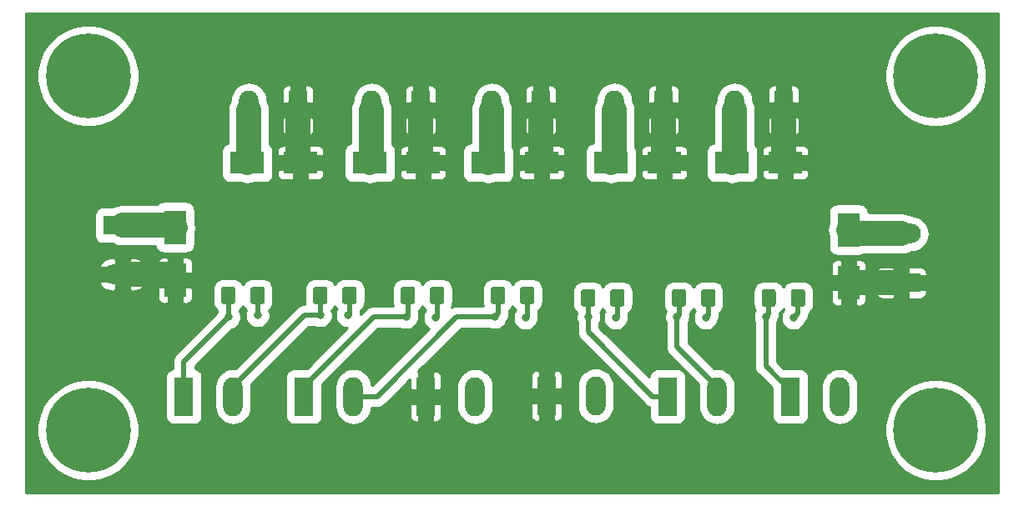
<source format=gbl>
G04 #@! TF.GenerationSoftware,KiCad,Pcbnew,(5.1.4)-1*
G04 #@! TF.CreationDate,2019-11-29T00:22:24+00:00*
G04 #@! TF.ProjectId,relay-replacement-board,72656c61-792d-4726-9570-6c6163656d65,rev?*
G04 #@! TF.SameCoordinates,Original*
G04 #@! TF.FileFunction,Copper,L2,Bot*
G04 #@! TF.FilePolarity,Positive*
%FSLAX46Y46*%
G04 Gerber Fmt 4.6, Leading zero omitted, Abs format (unit mm)*
G04 Created by KiCad (PCBNEW (5.1.4)-1) date 2019-11-29 00:22:24*
%MOMM*%
%LPD*%
G04 APERTURE LIST*
%ADD10C,0.900000*%
%ADD11C,8.600000*%
%ADD12R,2.300000X3.500000*%
%ADD13R,3.500000X2.300000*%
%ADD14C,0.100000*%
%ADD15C,1.425000*%
%ADD16O,1.980000X3.960000*%
%ADD17R,1.980000X3.960000*%
%ADD18O,3.960000X1.980000*%
%ADD19R,3.960000X1.980000*%
%ADD20C,0.800000*%
%ADD21C,0.500000*%
%ADD22C,2.500000*%
%ADD23C,0.254000*%
G04 APERTURE END LIST*
D10*
X94280419Y-74719581D03*
X92000000Y-73775000D03*
X89719581Y-74719581D03*
X88775000Y-77000000D03*
X89719581Y-79280419D03*
X92000000Y-80225000D03*
X94280419Y-79280419D03*
X95225000Y-77000000D03*
D11*
X92000000Y-77000000D03*
D10*
X180280419Y-74719581D03*
X178000000Y-73775000D03*
X175719581Y-74719581D03*
X174775000Y-77000000D03*
X175719581Y-79280419D03*
X178000000Y-80225000D03*
X180280419Y-79280419D03*
X181225000Y-77000000D03*
D11*
X178000000Y-77000000D03*
D10*
X94280419Y-110719581D03*
X92000000Y-109775000D03*
X89719581Y-110719581D03*
X88775000Y-113000000D03*
X89719581Y-115280419D03*
X92000000Y-116225000D03*
X94280419Y-115280419D03*
X95225000Y-113000000D03*
D11*
X92000000Y-113000000D03*
D10*
X180280419Y-110719581D03*
X178000000Y-109775000D03*
X175719581Y-110719581D03*
X174775000Y-113000000D03*
X175719581Y-115280419D03*
X178000000Y-116225000D03*
X180280419Y-115280419D03*
X181225000Y-113000000D03*
D11*
X178000000Y-113000000D03*
D12*
X100810000Y-92374000D03*
X100810000Y-97774000D03*
D13*
X108150000Y-85836000D03*
X113550000Y-85836000D03*
X120596000Y-85836000D03*
X125996000Y-85836000D03*
X132600000Y-85836000D03*
X138000000Y-85836000D03*
X145046000Y-85836000D03*
X150446000Y-85836000D03*
X157332000Y-85836000D03*
X162732000Y-85836000D03*
D12*
X169136000Y-92628000D03*
X169136000Y-98028000D03*
D14*
G36*
X134063004Y-98424204D02*
G01*
X134087273Y-98427804D01*
X134111071Y-98433765D01*
X134134171Y-98442030D01*
X134156349Y-98452520D01*
X134177393Y-98465133D01*
X134197098Y-98479747D01*
X134215277Y-98496223D01*
X134231753Y-98514402D01*
X134246367Y-98534107D01*
X134258980Y-98555151D01*
X134269470Y-98577329D01*
X134277735Y-98600429D01*
X134283696Y-98624227D01*
X134287296Y-98648496D01*
X134288500Y-98673000D01*
X134288500Y-99923000D01*
X134287296Y-99947504D01*
X134283696Y-99971773D01*
X134277735Y-99995571D01*
X134269470Y-100018671D01*
X134258980Y-100040849D01*
X134246367Y-100061893D01*
X134231753Y-100081598D01*
X134215277Y-100099777D01*
X134197098Y-100116253D01*
X134177393Y-100130867D01*
X134156349Y-100143480D01*
X134134171Y-100153970D01*
X134111071Y-100162235D01*
X134087273Y-100168196D01*
X134063004Y-100171796D01*
X134038500Y-100173000D01*
X133113500Y-100173000D01*
X133088996Y-100171796D01*
X133064727Y-100168196D01*
X133040929Y-100162235D01*
X133017829Y-100153970D01*
X132995651Y-100143480D01*
X132974607Y-100130867D01*
X132954902Y-100116253D01*
X132936723Y-100099777D01*
X132920247Y-100081598D01*
X132905633Y-100061893D01*
X132893020Y-100040849D01*
X132882530Y-100018671D01*
X132874265Y-99995571D01*
X132868304Y-99971773D01*
X132864704Y-99947504D01*
X132863500Y-99923000D01*
X132863500Y-98673000D01*
X132864704Y-98648496D01*
X132868304Y-98624227D01*
X132874265Y-98600429D01*
X132882530Y-98577329D01*
X132893020Y-98555151D01*
X132905633Y-98534107D01*
X132920247Y-98514402D01*
X132936723Y-98496223D01*
X132954902Y-98479747D01*
X132974607Y-98465133D01*
X132995651Y-98452520D01*
X133017829Y-98442030D01*
X133040929Y-98433765D01*
X133064727Y-98427804D01*
X133088996Y-98424204D01*
X133113500Y-98423000D01*
X134038500Y-98423000D01*
X134063004Y-98424204D01*
X134063004Y-98424204D01*
G37*
D15*
X133576000Y-99298000D03*
D14*
G36*
X137038004Y-98424204D02*
G01*
X137062273Y-98427804D01*
X137086071Y-98433765D01*
X137109171Y-98442030D01*
X137131349Y-98452520D01*
X137152393Y-98465133D01*
X137172098Y-98479747D01*
X137190277Y-98496223D01*
X137206753Y-98514402D01*
X137221367Y-98534107D01*
X137233980Y-98555151D01*
X137244470Y-98577329D01*
X137252735Y-98600429D01*
X137258696Y-98624227D01*
X137262296Y-98648496D01*
X137263500Y-98673000D01*
X137263500Y-99923000D01*
X137262296Y-99947504D01*
X137258696Y-99971773D01*
X137252735Y-99995571D01*
X137244470Y-100018671D01*
X137233980Y-100040849D01*
X137221367Y-100061893D01*
X137206753Y-100081598D01*
X137190277Y-100099777D01*
X137172098Y-100116253D01*
X137152393Y-100130867D01*
X137131349Y-100143480D01*
X137109171Y-100153970D01*
X137086071Y-100162235D01*
X137062273Y-100168196D01*
X137038004Y-100171796D01*
X137013500Y-100173000D01*
X136088500Y-100173000D01*
X136063996Y-100171796D01*
X136039727Y-100168196D01*
X136015929Y-100162235D01*
X135992829Y-100153970D01*
X135970651Y-100143480D01*
X135949607Y-100130867D01*
X135929902Y-100116253D01*
X135911723Y-100099777D01*
X135895247Y-100081598D01*
X135880633Y-100061893D01*
X135868020Y-100040849D01*
X135857530Y-100018671D01*
X135849265Y-99995571D01*
X135843304Y-99971773D01*
X135839704Y-99947504D01*
X135838500Y-99923000D01*
X135838500Y-98673000D01*
X135839704Y-98648496D01*
X135843304Y-98624227D01*
X135849265Y-98600429D01*
X135857530Y-98577329D01*
X135868020Y-98555151D01*
X135880633Y-98534107D01*
X135895247Y-98514402D01*
X135911723Y-98496223D01*
X135929902Y-98479747D01*
X135949607Y-98465133D01*
X135970651Y-98452520D01*
X135992829Y-98442030D01*
X136015929Y-98433765D01*
X136039727Y-98427804D01*
X136063996Y-98424204D01*
X136088500Y-98423000D01*
X137013500Y-98423000D01*
X137038004Y-98424204D01*
X137038004Y-98424204D01*
G37*
D15*
X136551000Y-99298000D03*
D16*
X106708000Y-109570000D03*
D17*
X101708000Y-109570000D03*
D16*
X143500000Y-109500000D03*
D17*
X138500000Y-109500000D03*
D14*
G36*
X106704004Y-98424204D02*
G01*
X106728273Y-98427804D01*
X106752071Y-98433765D01*
X106775171Y-98442030D01*
X106797349Y-98452520D01*
X106818393Y-98465133D01*
X106838098Y-98479747D01*
X106856277Y-98496223D01*
X106872753Y-98514402D01*
X106887367Y-98534107D01*
X106899980Y-98555151D01*
X106910470Y-98577329D01*
X106918735Y-98600429D01*
X106924696Y-98624227D01*
X106928296Y-98648496D01*
X106929500Y-98673000D01*
X106929500Y-99923000D01*
X106928296Y-99947504D01*
X106924696Y-99971773D01*
X106918735Y-99995571D01*
X106910470Y-100018671D01*
X106899980Y-100040849D01*
X106887367Y-100061893D01*
X106872753Y-100081598D01*
X106856277Y-100099777D01*
X106838098Y-100116253D01*
X106818393Y-100130867D01*
X106797349Y-100143480D01*
X106775171Y-100153970D01*
X106752071Y-100162235D01*
X106728273Y-100168196D01*
X106704004Y-100171796D01*
X106679500Y-100173000D01*
X105754500Y-100173000D01*
X105729996Y-100171796D01*
X105705727Y-100168196D01*
X105681929Y-100162235D01*
X105658829Y-100153970D01*
X105636651Y-100143480D01*
X105615607Y-100130867D01*
X105595902Y-100116253D01*
X105577723Y-100099777D01*
X105561247Y-100081598D01*
X105546633Y-100061893D01*
X105534020Y-100040849D01*
X105523530Y-100018671D01*
X105515265Y-99995571D01*
X105509304Y-99971773D01*
X105505704Y-99947504D01*
X105504500Y-99923000D01*
X105504500Y-98673000D01*
X105505704Y-98648496D01*
X105509304Y-98624227D01*
X105515265Y-98600429D01*
X105523530Y-98577329D01*
X105534020Y-98555151D01*
X105546633Y-98534107D01*
X105561247Y-98514402D01*
X105577723Y-98496223D01*
X105595902Y-98479747D01*
X105615607Y-98465133D01*
X105636651Y-98452520D01*
X105658829Y-98442030D01*
X105681929Y-98433765D01*
X105705727Y-98427804D01*
X105729996Y-98424204D01*
X105754500Y-98423000D01*
X106679500Y-98423000D01*
X106704004Y-98424204D01*
X106704004Y-98424204D01*
G37*
D15*
X106217000Y-99298000D03*
D14*
G36*
X109679004Y-98424204D02*
G01*
X109703273Y-98427804D01*
X109727071Y-98433765D01*
X109750171Y-98442030D01*
X109772349Y-98452520D01*
X109793393Y-98465133D01*
X109813098Y-98479747D01*
X109831277Y-98496223D01*
X109847753Y-98514402D01*
X109862367Y-98534107D01*
X109874980Y-98555151D01*
X109885470Y-98577329D01*
X109893735Y-98600429D01*
X109899696Y-98624227D01*
X109903296Y-98648496D01*
X109904500Y-98673000D01*
X109904500Y-99923000D01*
X109903296Y-99947504D01*
X109899696Y-99971773D01*
X109893735Y-99995571D01*
X109885470Y-100018671D01*
X109874980Y-100040849D01*
X109862367Y-100061893D01*
X109847753Y-100081598D01*
X109831277Y-100099777D01*
X109813098Y-100116253D01*
X109793393Y-100130867D01*
X109772349Y-100143480D01*
X109750171Y-100153970D01*
X109727071Y-100162235D01*
X109703273Y-100168196D01*
X109679004Y-100171796D01*
X109654500Y-100173000D01*
X108729500Y-100173000D01*
X108704996Y-100171796D01*
X108680727Y-100168196D01*
X108656929Y-100162235D01*
X108633829Y-100153970D01*
X108611651Y-100143480D01*
X108590607Y-100130867D01*
X108570902Y-100116253D01*
X108552723Y-100099777D01*
X108536247Y-100081598D01*
X108521633Y-100061893D01*
X108509020Y-100040849D01*
X108498530Y-100018671D01*
X108490265Y-99995571D01*
X108484304Y-99971773D01*
X108480704Y-99947504D01*
X108479500Y-99923000D01*
X108479500Y-98673000D01*
X108480704Y-98648496D01*
X108484304Y-98624227D01*
X108490265Y-98600429D01*
X108498530Y-98577329D01*
X108509020Y-98555151D01*
X108521633Y-98534107D01*
X108536247Y-98514402D01*
X108552723Y-98496223D01*
X108570902Y-98479747D01*
X108590607Y-98465133D01*
X108611651Y-98452520D01*
X108633829Y-98442030D01*
X108656929Y-98433765D01*
X108680727Y-98427804D01*
X108704996Y-98424204D01*
X108729500Y-98423000D01*
X109654500Y-98423000D01*
X109679004Y-98424204D01*
X109679004Y-98424204D01*
G37*
D15*
X109192000Y-99298000D03*
D14*
G36*
X116029004Y-98424204D02*
G01*
X116053273Y-98427804D01*
X116077071Y-98433765D01*
X116100171Y-98442030D01*
X116122349Y-98452520D01*
X116143393Y-98465133D01*
X116163098Y-98479747D01*
X116181277Y-98496223D01*
X116197753Y-98514402D01*
X116212367Y-98534107D01*
X116224980Y-98555151D01*
X116235470Y-98577329D01*
X116243735Y-98600429D01*
X116249696Y-98624227D01*
X116253296Y-98648496D01*
X116254500Y-98673000D01*
X116254500Y-99923000D01*
X116253296Y-99947504D01*
X116249696Y-99971773D01*
X116243735Y-99995571D01*
X116235470Y-100018671D01*
X116224980Y-100040849D01*
X116212367Y-100061893D01*
X116197753Y-100081598D01*
X116181277Y-100099777D01*
X116163098Y-100116253D01*
X116143393Y-100130867D01*
X116122349Y-100143480D01*
X116100171Y-100153970D01*
X116077071Y-100162235D01*
X116053273Y-100168196D01*
X116029004Y-100171796D01*
X116004500Y-100173000D01*
X115079500Y-100173000D01*
X115054996Y-100171796D01*
X115030727Y-100168196D01*
X115006929Y-100162235D01*
X114983829Y-100153970D01*
X114961651Y-100143480D01*
X114940607Y-100130867D01*
X114920902Y-100116253D01*
X114902723Y-100099777D01*
X114886247Y-100081598D01*
X114871633Y-100061893D01*
X114859020Y-100040849D01*
X114848530Y-100018671D01*
X114840265Y-99995571D01*
X114834304Y-99971773D01*
X114830704Y-99947504D01*
X114829500Y-99923000D01*
X114829500Y-98673000D01*
X114830704Y-98648496D01*
X114834304Y-98624227D01*
X114840265Y-98600429D01*
X114848530Y-98577329D01*
X114859020Y-98555151D01*
X114871633Y-98534107D01*
X114886247Y-98514402D01*
X114902723Y-98496223D01*
X114920902Y-98479747D01*
X114940607Y-98465133D01*
X114961651Y-98452520D01*
X114983829Y-98442030D01*
X115006929Y-98433765D01*
X115030727Y-98427804D01*
X115054996Y-98424204D01*
X115079500Y-98423000D01*
X116004500Y-98423000D01*
X116029004Y-98424204D01*
X116029004Y-98424204D01*
G37*
D15*
X115542000Y-99298000D03*
D14*
G36*
X119004004Y-98424204D02*
G01*
X119028273Y-98427804D01*
X119052071Y-98433765D01*
X119075171Y-98442030D01*
X119097349Y-98452520D01*
X119118393Y-98465133D01*
X119138098Y-98479747D01*
X119156277Y-98496223D01*
X119172753Y-98514402D01*
X119187367Y-98534107D01*
X119199980Y-98555151D01*
X119210470Y-98577329D01*
X119218735Y-98600429D01*
X119224696Y-98624227D01*
X119228296Y-98648496D01*
X119229500Y-98673000D01*
X119229500Y-99923000D01*
X119228296Y-99947504D01*
X119224696Y-99971773D01*
X119218735Y-99995571D01*
X119210470Y-100018671D01*
X119199980Y-100040849D01*
X119187367Y-100061893D01*
X119172753Y-100081598D01*
X119156277Y-100099777D01*
X119138098Y-100116253D01*
X119118393Y-100130867D01*
X119097349Y-100143480D01*
X119075171Y-100153970D01*
X119052071Y-100162235D01*
X119028273Y-100168196D01*
X119004004Y-100171796D01*
X118979500Y-100173000D01*
X118054500Y-100173000D01*
X118029996Y-100171796D01*
X118005727Y-100168196D01*
X117981929Y-100162235D01*
X117958829Y-100153970D01*
X117936651Y-100143480D01*
X117915607Y-100130867D01*
X117895902Y-100116253D01*
X117877723Y-100099777D01*
X117861247Y-100081598D01*
X117846633Y-100061893D01*
X117834020Y-100040849D01*
X117823530Y-100018671D01*
X117815265Y-99995571D01*
X117809304Y-99971773D01*
X117805704Y-99947504D01*
X117804500Y-99923000D01*
X117804500Y-98673000D01*
X117805704Y-98648496D01*
X117809304Y-98624227D01*
X117815265Y-98600429D01*
X117823530Y-98577329D01*
X117834020Y-98555151D01*
X117846633Y-98534107D01*
X117861247Y-98514402D01*
X117877723Y-98496223D01*
X117895902Y-98479747D01*
X117915607Y-98465133D01*
X117936651Y-98452520D01*
X117958829Y-98442030D01*
X117981929Y-98433765D01*
X118005727Y-98427804D01*
X118029996Y-98424204D01*
X118054500Y-98423000D01*
X118979500Y-98423000D01*
X119004004Y-98424204D01*
X119004004Y-98424204D01*
G37*
D15*
X118517000Y-99298000D03*
D14*
G36*
X127894004Y-98424204D02*
G01*
X127918273Y-98427804D01*
X127942071Y-98433765D01*
X127965171Y-98442030D01*
X127987349Y-98452520D01*
X128008393Y-98465133D01*
X128028098Y-98479747D01*
X128046277Y-98496223D01*
X128062753Y-98514402D01*
X128077367Y-98534107D01*
X128089980Y-98555151D01*
X128100470Y-98577329D01*
X128108735Y-98600429D01*
X128114696Y-98624227D01*
X128118296Y-98648496D01*
X128119500Y-98673000D01*
X128119500Y-99923000D01*
X128118296Y-99947504D01*
X128114696Y-99971773D01*
X128108735Y-99995571D01*
X128100470Y-100018671D01*
X128089980Y-100040849D01*
X128077367Y-100061893D01*
X128062753Y-100081598D01*
X128046277Y-100099777D01*
X128028098Y-100116253D01*
X128008393Y-100130867D01*
X127987349Y-100143480D01*
X127965171Y-100153970D01*
X127942071Y-100162235D01*
X127918273Y-100168196D01*
X127894004Y-100171796D01*
X127869500Y-100173000D01*
X126944500Y-100173000D01*
X126919996Y-100171796D01*
X126895727Y-100168196D01*
X126871929Y-100162235D01*
X126848829Y-100153970D01*
X126826651Y-100143480D01*
X126805607Y-100130867D01*
X126785902Y-100116253D01*
X126767723Y-100099777D01*
X126751247Y-100081598D01*
X126736633Y-100061893D01*
X126724020Y-100040849D01*
X126713530Y-100018671D01*
X126705265Y-99995571D01*
X126699304Y-99971773D01*
X126695704Y-99947504D01*
X126694500Y-99923000D01*
X126694500Y-98673000D01*
X126695704Y-98648496D01*
X126699304Y-98624227D01*
X126705265Y-98600429D01*
X126713530Y-98577329D01*
X126724020Y-98555151D01*
X126736633Y-98534107D01*
X126751247Y-98514402D01*
X126767723Y-98496223D01*
X126785902Y-98479747D01*
X126805607Y-98465133D01*
X126826651Y-98452520D01*
X126848829Y-98442030D01*
X126871929Y-98433765D01*
X126895727Y-98427804D01*
X126919996Y-98424204D01*
X126944500Y-98423000D01*
X127869500Y-98423000D01*
X127894004Y-98424204D01*
X127894004Y-98424204D01*
G37*
D15*
X127407000Y-99298000D03*
D14*
G36*
X124919004Y-98424204D02*
G01*
X124943273Y-98427804D01*
X124967071Y-98433765D01*
X124990171Y-98442030D01*
X125012349Y-98452520D01*
X125033393Y-98465133D01*
X125053098Y-98479747D01*
X125071277Y-98496223D01*
X125087753Y-98514402D01*
X125102367Y-98534107D01*
X125114980Y-98555151D01*
X125125470Y-98577329D01*
X125133735Y-98600429D01*
X125139696Y-98624227D01*
X125143296Y-98648496D01*
X125144500Y-98673000D01*
X125144500Y-99923000D01*
X125143296Y-99947504D01*
X125139696Y-99971773D01*
X125133735Y-99995571D01*
X125125470Y-100018671D01*
X125114980Y-100040849D01*
X125102367Y-100061893D01*
X125087753Y-100081598D01*
X125071277Y-100099777D01*
X125053098Y-100116253D01*
X125033393Y-100130867D01*
X125012349Y-100143480D01*
X124990171Y-100153970D01*
X124967071Y-100162235D01*
X124943273Y-100168196D01*
X124919004Y-100171796D01*
X124894500Y-100173000D01*
X123969500Y-100173000D01*
X123944996Y-100171796D01*
X123920727Y-100168196D01*
X123896929Y-100162235D01*
X123873829Y-100153970D01*
X123851651Y-100143480D01*
X123830607Y-100130867D01*
X123810902Y-100116253D01*
X123792723Y-100099777D01*
X123776247Y-100081598D01*
X123761633Y-100061893D01*
X123749020Y-100040849D01*
X123738530Y-100018671D01*
X123730265Y-99995571D01*
X123724304Y-99971773D01*
X123720704Y-99947504D01*
X123719500Y-99923000D01*
X123719500Y-98673000D01*
X123720704Y-98648496D01*
X123724304Y-98624227D01*
X123730265Y-98600429D01*
X123738530Y-98577329D01*
X123749020Y-98555151D01*
X123761633Y-98534107D01*
X123776247Y-98514402D01*
X123792723Y-98496223D01*
X123810902Y-98479747D01*
X123830607Y-98465133D01*
X123851651Y-98452520D01*
X123873829Y-98442030D01*
X123896929Y-98433765D01*
X123920727Y-98427804D01*
X123944996Y-98424204D01*
X123969500Y-98423000D01*
X124894500Y-98423000D01*
X124919004Y-98424204D01*
X124919004Y-98424204D01*
G37*
D15*
X124432000Y-99298000D03*
D14*
G36*
X143207004Y-98678204D02*
G01*
X143231273Y-98681804D01*
X143255071Y-98687765D01*
X143278171Y-98696030D01*
X143300349Y-98706520D01*
X143321393Y-98719133D01*
X143341098Y-98733747D01*
X143359277Y-98750223D01*
X143375753Y-98768402D01*
X143390367Y-98788107D01*
X143402980Y-98809151D01*
X143413470Y-98831329D01*
X143421735Y-98854429D01*
X143427696Y-98878227D01*
X143431296Y-98902496D01*
X143432500Y-98927000D01*
X143432500Y-100177000D01*
X143431296Y-100201504D01*
X143427696Y-100225773D01*
X143421735Y-100249571D01*
X143413470Y-100272671D01*
X143402980Y-100294849D01*
X143390367Y-100315893D01*
X143375753Y-100335598D01*
X143359277Y-100353777D01*
X143341098Y-100370253D01*
X143321393Y-100384867D01*
X143300349Y-100397480D01*
X143278171Y-100407970D01*
X143255071Y-100416235D01*
X143231273Y-100422196D01*
X143207004Y-100425796D01*
X143182500Y-100427000D01*
X142257500Y-100427000D01*
X142232996Y-100425796D01*
X142208727Y-100422196D01*
X142184929Y-100416235D01*
X142161829Y-100407970D01*
X142139651Y-100397480D01*
X142118607Y-100384867D01*
X142098902Y-100370253D01*
X142080723Y-100353777D01*
X142064247Y-100335598D01*
X142049633Y-100315893D01*
X142037020Y-100294849D01*
X142026530Y-100272671D01*
X142018265Y-100249571D01*
X142012304Y-100225773D01*
X142008704Y-100201504D01*
X142007500Y-100177000D01*
X142007500Y-98927000D01*
X142008704Y-98902496D01*
X142012304Y-98878227D01*
X142018265Y-98854429D01*
X142026530Y-98831329D01*
X142037020Y-98809151D01*
X142049633Y-98788107D01*
X142064247Y-98768402D01*
X142080723Y-98750223D01*
X142098902Y-98733747D01*
X142118607Y-98719133D01*
X142139651Y-98706520D01*
X142161829Y-98696030D01*
X142184929Y-98687765D01*
X142208727Y-98681804D01*
X142232996Y-98678204D01*
X142257500Y-98677000D01*
X143182500Y-98677000D01*
X143207004Y-98678204D01*
X143207004Y-98678204D01*
G37*
D15*
X142720000Y-99552000D03*
D14*
G36*
X146182004Y-98678204D02*
G01*
X146206273Y-98681804D01*
X146230071Y-98687765D01*
X146253171Y-98696030D01*
X146275349Y-98706520D01*
X146296393Y-98719133D01*
X146316098Y-98733747D01*
X146334277Y-98750223D01*
X146350753Y-98768402D01*
X146365367Y-98788107D01*
X146377980Y-98809151D01*
X146388470Y-98831329D01*
X146396735Y-98854429D01*
X146402696Y-98878227D01*
X146406296Y-98902496D01*
X146407500Y-98927000D01*
X146407500Y-100177000D01*
X146406296Y-100201504D01*
X146402696Y-100225773D01*
X146396735Y-100249571D01*
X146388470Y-100272671D01*
X146377980Y-100294849D01*
X146365367Y-100315893D01*
X146350753Y-100335598D01*
X146334277Y-100353777D01*
X146316098Y-100370253D01*
X146296393Y-100384867D01*
X146275349Y-100397480D01*
X146253171Y-100407970D01*
X146230071Y-100416235D01*
X146206273Y-100422196D01*
X146182004Y-100425796D01*
X146157500Y-100427000D01*
X145232500Y-100427000D01*
X145207996Y-100425796D01*
X145183727Y-100422196D01*
X145159929Y-100416235D01*
X145136829Y-100407970D01*
X145114651Y-100397480D01*
X145093607Y-100384867D01*
X145073902Y-100370253D01*
X145055723Y-100353777D01*
X145039247Y-100335598D01*
X145024633Y-100315893D01*
X145012020Y-100294849D01*
X145001530Y-100272671D01*
X144993265Y-100249571D01*
X144987304Y-100225773D01*
X144983704Y-100201504D01*
X144982500Y-100177000D01*
X144982500Y-98927000D01*
X144983704Y-98902496D01*
X144987304Y-98878227D01*
X144993265Y-98854429D01*
X145001530Y-98831329D01*
X145012020Y-98809151D01*
X145024633Y-98788107D01*
X145039247Y-98768402D01*
X145055723Y-98750223D01*
X145073902Y-98733747D01*
X145093607Y-98719133D01*
X145114651Y-98706520D01*
X145136829Y-98696030D01*
X145159929Y-98687765D01*
X145183727Y-98681804D01*
X145207996Y-98678204D01*
X145232500Y-98677000D01*
X146157500Y-98677000D01*
X146182004Y-98678204D01*
X146182004Y-98678204D01*
G37*
D15*
X145695000Y-99552000D03*
D14*
G36*
X152424004Y-98678204D02*
G01*
X152448273Y-98681804D01*
X152472071Y-98687765D01*
X152495171Y-98696030D01*
X152517349Y-98706520D01*
X152538393Y-98719133D01*
X152558098Y-98733747D01*
X152576277Y-98750223D01*
X152592753Y-98768402D01*
X152607367Y-98788107D01*
X152619980Y-98809151D01*
X152630470Y-98831329D01*
X152638735Y-98854429D01*
X152644696Y-98878227D01*
X152648296Y-98902496D01*
X152649500Y-98927000D01*
X152649500Y-100177000D01*
X152648296Y-100201504D01*
X152644696Y-100225773D01*
X152638735Y-100249571D01*
X152630470Y-100272671D01*
X152619980Y-100294849D01*
X152607367Y-100315893D01*
X152592753Y-100335598D01*
X152576277Y-100353777D01*
X152558098Y-100370253D01*
X152538393Y-100384867D01*
X152517349Y-100397480D01*
X152495171Y-100407970D01*
X152472071Y-100416235D01*
X152448273Y-100422196D01*
X152424004Y-100425796D01*
X152399500Y-100427000D01*
X151474500Y-100427000D01*
X151449996Y-100425796D01*
X151425727Y-100422196D01*
X151401929Y-100416235D01*
X151378829Y-100407970D01*
X151356651Y-100397480D01*
X151335607Y-100384867D01*
X151315902Y-100370253D01*
X151297723Y-100353777D01*
X151281247Y-100335598D01*
X151266633Y-100315893D01*
X151254020Y-100294849D01*
X151243530Y-100272671D01*
X151235265Y-100249571D01*
X151229304Y-100225773D01*
X151225704Y-100201504D01*
X151224500Y-100177000D01*
X151224500Y-98927000D01*
X151225704Y-98902496D01*
X151229304Y-98878227D01*
X151235265Y-98854429D01*
X151243530Y-98831329D01*
X151254020Y-98809151D01*
X151266633Y-98788107D01*
X151281247Y-98768402D01*
X151297723Y-98750223D01*
X151315902Y-98733747D01*
X151335607Y-98719133D01*
X151356651Y-98706520D01*
X151378829Y-98696030D01*
X151401929Y-98687765D01*
X151425727Y-98681804D01*
X151449996Y-98678204D01*
X151474500Y-98677000D01*
X152399500Y-98677000D01*
X152424004Y-98678204D01*
X152424004Y-98678204D01*
G37*
D15*
X151937000Y-99552000D03*
D14*
G36*
X155399004Y-98678204D02*
G01*
X155423273Y-98681804D01*
X155447071Y-98687765D01*
X155470171Y-98696030D01*
X155492349Y-98706520D01*
X155513393Y-98719133D01*
X155533098Y-98733747D01*
X155551277Y-98750223D01*
X155567753Y-98768402D01*
X155582367Y-98788107D01*
X155594980Y-98809151D01*
X155605470Y-98831329D01*
X155613735Y-98854429D01*
X155619696Y-98878227D01*
X155623296Y-98902496D01*
X155624500Y-98927000D01*
X155624500Y-100177000D01*
X155623296Y-100201504D01*
X155619696Y-100225773D01*
X155613735Y-100249571D01*
X155605470Y-100272671D01*
X155594980Y-100294849D01*
X155582367Y-100315893D01*
X155567753Y-100335598D01*
X155551277Y-100353777D01*
X155533098Y-100370253D01*
X155513393Y-100384867D01*
X155492349Y-100397480D01*
X155470171Y-100407970D01*
X155447071Y-100416235D01*
X155423273Y-100422196D01*
X155399004Y-100425796D01*
X155374500Y-100427000D01*
X154449500Y-100427000D01*
X154424996Y-100425796D01*
X154400727Y-100422196D01*
X154376929Y-100416235D01*
X154353829Y-100407970D01*
X154331651Y-100397480D01*
X154310607Y-100384867D01*
X154290902Y-100370253D01*
X154272723Y-100353777D01*
X154256247Y-100335598D01*
X154241633Y-100315893D01*
X154229020Y-100294849D01*
X154218530Y-100272671D01*
X154210265Y-100249571D01*
X154204304Y-100225773D01*
X154200704Y-100201504D01*
X154199500Y-100177000D01*
X154199500Y-98927000D01*
X154200704Y-98902496D01*
X154204304Y-98878227D01*
X154210265Y-98854429D01*
X154218530Y-98831329D01*
X154229020Y-98809151D01*
X154241633Y-98788107D01*
X154256247Y-98768402D01*
X154272723Y-98750223D01*
X154290902Y-98733747D01*
X154310607Y-98719133D01*
X154331651Y-98706520D01*
X154353829Y-98696030D01*
X154376929Y-98687765D01*
X154400727Y-98681804D01*
X154424996Y-98678204D01*
X154449500Y-98677000D01*
X155374500Y-98677000D01*
X155399004Y-98678204D01*
X155399004Y-98678204D01*
G37*
D15*
X154912000Y-99552000D03*
D14*
G36*
X161531504Y-98678204D02*
G01*
X161555773Y-98681804D01*
X161579571Y-98687765D01*
X161602671Y-98696030D01*
X161624849Y-98706520D01*
X161645893Y-98719133D01*
X161665598Y-98733747D01*
X161683777Y-98750223D01*
X161700253Y-98768402D01*
X161714867Y-98788107D01*
X161727480Y-98809151D01*
X161737970Y-98831329D01*
X161746235Y-98854429D01*
X161752196Y-98878227D01*
X161755796Y-98902496D01*
X161757000Y-98927000D01*
X161757000Y-100177000D01*
X161755796Y-100201504D01*
X161752196Y-100225773D01*
X161746235Y-100249571D01*
X161737970Y-100272671D01*
X161727480Y-100294849D01*
X161714867Y-100315893D01*
X161700253Y-100335598D01*
X161683777Y-100353777D01*
X161665598Y-100370253D01*
X161645893Y-100384867D01*
X161624849Y-100397480D01*
X161602671Y-100407970D01*
X161579571Y-100416235D01*
X161555773Y-100422196D01*
X161531504Y-100425796D01*
X161507000Y-100427000D01*
X160582000Y-100427000D01*
X160557496Y-100425796D01*
X160533227Y-100422196D01*
X160509429Y-100416235D01*
X160486329Y-100407970D01*
X160464151Y-100397480D01*
X160443107Y-100384867D01*
X160423402Y-100370253D01*
X160405223Y-100353777D01*
X160388747Y-100335598D01*
X160374133Y-100315893D01*
X160361520Y-100294849D01*
X160351030Y-100272671D01*
X160342765Y-100249571D01*
X160336804Y-100225773D01*
X160333204Y-100201504D01*
X160332000Y-100177000D01*
X160332000Y-98927000D01*
X160333204Y-98902496D01*
X160336804Y-98878227D01*
X160342765Y-98854429D01*
X160351030Y-98831329D01*
X160361520Y-98809151D01*
X160374133Y-98788107D01*
X160388747Y-98768402D01*
X160405223Y-98750223D01*
X160423402Y-98733747D01*
X160443107Y-98719133D01*
X160464151Y-98706520D01*
X160486329Y-98696030D01*
X160509429Y-98687765D01*
X160533227Y-98681804D01*
X160557496Y-98678204D01*
X160582000Y-98677000D01*
X161507000Y-98677000D01*
X161531504Y-98678204D01*
X161531504Y-98678204D01*
G37*
D15*
X161044500Y-99552000D03*
D14*
G36*
X164506504Y-98678204D02*
G01*
X164530773Y-98681804D01*
X164554571Y-98687765D01*
X164577671Y-98696030D01*
X164599849Y-98706520D01*
X164620893Y-98719133D01*
X164640598Y-98733747D01*
X164658777Y-98750223D01*
X164675253Y-98768402D01*
X164689867Y-98788107D01*
X164702480Y-98809151D01*
X164712970Y-98831329D01*
X164721235Y-98854429D01*
X164727196Y-98878227D01*
X164730796Y-98902496D01*
X164732000Y-98927000D01*
X164732000Y-100177000D01*
X164730796Y-100201504D01*
X164727196Y-100225773D01*
X164721235Y-100249571D01*
X164712970Y-100272671D01*
X164702480Y-100294849D01*
X164689867Y-100315893D01*
X164675253Y-100335598D01*
X164658777Y-100353777D01*
X164640598Y-100370253D01*
X164620893Y-100384867D01*
X164599849Y-100397480D01*
X164577671Y-100407970D01*
X164554571Y-100416235D01*
X164530773Y-100422196D01*
X164506504Y-100425796D01*
X164482000Y-100427000D01*
X163557000Y-100427000D01*
X163532496Y-100425796D01*
X163508227Y-100422196D01*
X163484429Y-100416235D01*
X163461329Y-100407970D01*
X163439151Y-100397480D01*
X163418107Y-100384867D01*
X163398402Y-100370253D01*
X163380223Y-100353777D01*
X163363747Y-100335598D01*
X163349133Y-100315893D01*
X163336520Y-100294849D01*
X163326030Y-100272671D01*
X163317765Y-100249571D01*
X163311804Y-100225773D01*
X163308204Y-100201504D01*
X163307000Y-100177000D01*
X163307000Y-98927000D01*
X163308204Y-98902496D01*
X163311804Y-98878227D01*
X163317765Y-98854429D01*
X163326030Y-98831329D01*
X163336520Y-98809151D01*
X163349133Y-98788107D01*
X163363747Y-98768402D01*
X163380223Y-98750223D01*
X163398402Y-98733747D01*
X163418107Y-98719133D01*
X163439151Y-98706520D01*
X163461329Y-98696030D01*
X163484429Y-98687765D01*
X163508227Y-98681804D01*
X163532496Y-98678204D01*
X163557000Y-98677000D01*
X164482000Y-98677000D01*
X164506504Y-98678204D01*
X164506504Y-98678204D01*
G37*
D15*
X164019500Y-99552000D03*
D18*
X95476000Y-97186000D03*
D19*
X95476000Y-92186000D03*
D16*
X108296000Y-80502000D03*
D17*
X113296000Y-80502000D03*
D16*
X131250000Y-109570000D03*
D17*
X126250000Y-109570000D03*
D16*
X120742000Y-80502000D03*
D17*
X125742000Y-80502000D03*
D16*
X132934000Y-80502000D03*
D17*
X137934000Y-80502000D03*
D16*
X145380000Y-80502000D03*
D17*
X150380000Y-80502000D03*
D16*
X157572000Y-80502000D03*
D17*
X162572000Y-80502000D03*
D18*
X174470000Y-93028000D03*
D19*
X174470000Y-98028000D03*
D16*
X168238000Y-109570000D03*
D17*
X163238000Y-109570000D03*
D16*
X118900000Y-109570000D03*
D17*
X113900000Y-109570000D03*
D16*
X155792000Y-109570000D03*
D17*
X150792000Y-109570000D03*
D20*
X142750000Y-101500000D03*
X151750000Y-101500000D03*
X124250000Y-101500000D03*
X133250000Y-101500000D03*
X109192000Y-101330000D03*
X118336000Y-101330000D03*
X127226000Y-101584000D03*
X136370000Y-101584000D03*
X145514000Y-101584000D03*
X154658000Y-101584000D03*
X163548000Y-101584000D03*
X160750000Y-101500000D03*
X106250000Y-101500000D03*
X115542000Y-101330000D03*
D21*
X142750000Y-103018000D02*
X142750000Y-101500000D01*
X150792000Y-109570000D02*
X149302000Y-109570000D01*
X149302000Y-109570000D02*
X142750000Y-103018000D01*
X142720000Y-101470000D02*
X142750000Y-101500000D01*
X142720000Y-99552000D02*
X142720000Y-101470000D01*
X151750000Y-104538000D02*
X151750000Y-101500000D01*
X155792000Y-109570000D02*
X155792000Y-108580000D01*
X155792000Y-108580000D02*
X151750000Y-104538000D01*
X151937000Y-101313000D02*
X151750000Y-101500000D01*
X151937000Y-99552000D02*
X151937000Y-101313000D01*
X120980000Y-101500000D02*
X124250000Y-101500000D01*
X113900000Y-109570000D02*
X113900000Y-108580000D01*
X113900000Y-108580000D02*
X120980000Y-101500000D01*
X124432000Y-101318000D02*
X124250000Y-101500000D01*
X124432000Y-99298000D02*
X124432000Y-101318000D01*
X129382002Y-101500000D02*
X133250000Y-101500000D01*
X118900000Y-109570000D02*
X121312002Y-109570000D01*
X121312002Y-109570000D02*
X129382002Y-101500000D01*
X133576000Y-101174000D02*
X133250000Y-101500000D01*
X133576000Y-99298000D02*
X133576000Y-101174000D01*
X109192000Y-99298000D02*
X109192000Y-101330000D01*
X118517000Y-99298000D02*
X118517000Y-101149000D01*
X118517000Y-101149000D02*
X118336000Y-101330000D01*
X127407000Y-99298000D02*
X127407000Y-101403000D01*
X127407000Y-101403000D02*
X127226000Y-101584000D01*
X136551000Y-99298000D02*
X136551000Y-101403000D01*
X136551000Y-101403000D02*
X136370000Y-101584000D01*
X145695000Y-99552000D02*
X145695000Y-101403000D01*
X145695000Y-101403000D02*
X145514000Y-101584000D01*
X154912000Y-99552000D02*
X154912000Y-101330000D01*
X154912000Y-101330000D02*
X154658000Y-101584000D01*
X164019500Y-99552000D02*
X164019500Y-101112500D01*
X164019500Y-101112500D02*
X163548000Y-101584000D01*
X163238000Y-109570000D02*
X163238000Y-108988000D01*
X163238000Y-108988000D02*
X160750000Y-106500000D01*
X160750000Y-106500000D02*
X160750000Y-101500000D01*
X161044500Y-101205500D02*
X160750000Y-101500000D01*
X161044500Y-99552000D02*
X161044500Y-101205500D01*
D22*
X162572000Y-85676000D02*
X162732000Y-85836000D01*
X162572000Y-80502000D02*
X162572000Y-85676000D01*
X137934000Y-85770000D02*
X138000000Y-85836000D01*
X137934000Y-80502000D02*
X137934000Y-85770000D01*
X125742000Y-85582000D02*
X125996000Y-85836000D01*
X125742000Y-80502000D02*
X125742000Y-85582000D01*
X113296000Y-85582000D02*
X113550000Y-85836000D01*
X113296000Y-80502000D02*
X113296000Y-85582000D01*
X150380000Y-85770000D02*
X150446000Y-85836000D01*
X150380000Y-80502000D02*
X150380000Y-85770000D01*
X100222000Y-97186000D02*
X100810000Y-97774000D01*
X95476000Y-97186000D02*
X100222000Y-97186000D01*
X174470000Y-98028000D02*
X169136000Y-98028000D01*
D21*
X101708000Y-109570000D02*
X101708000Y-106042000D01*
X101708000Y-106042000D02*
X106250000Y-101500000D01*
X106217000Y-101467000D02*
X106250000Y-101500000D01*
X106217000Y-99298000D02*
X106217000Y-101467000D01*
X115542000Y-99298000D02*
X115542000Y-101330000D01*
X114976315Y-101330000D02*
X115542000Y-101330000D01*
X113958000Y-101330000D02*
X114976315Y-101330000D01*
X106708000Y-108580000D02*
X113958000Y-101330000D01*
X106708000Y-109570000D02*
X106708000Y-108580000D01*
D22*
X169536000Y-93028000D02*
X169136000Y-92628000D01*
X174470000Y-93028000D02*
X169536000Y-93028000D01*
X157572000Y-85596000D02*
X157332000Y-85836000D01*
X157572000Y-80502000D02*
X157572000Y-85596000D01*
X145380000Y-85502000D02*
X145046000Y-85836000D01*
X145380000Y-80502000D02*
X145380000Y-85502000D01*
X132934000Y-80502000D02*
X132934000Y-85502000D01*
X132934000Y-85502000D02*
X132600000Y-85836000D01*
X120742000Y-85690000D02*
X120596000Y-85836000D01*
X120742000Y-80502000D02*
X120742000Y-85690000D01*
X108296000Y-85690000D02*
X108150000Y-85836000D01*
X108296000Y-80502000D02*
X108296000Y-85690000D01*
X100622000Y-92186000D02*
X100810000Y-92374000D01*
X95476000Y-92186000D02*
X100622000Y-92186000D01*
D23*
G36*
X184340000Y-119340000D02*
G01*
X85660000Y-119340000D01*
X85660000Y-112490110D01*
X86823000Y-112490110D01*
X86823000Y-113509890D01*
X87021949Y-114510075D01*
X87412202Y-115452229D01*
X87978762Y-116300145D01*
X88699855Y-117021238D01*
X89547771Y-117587798D01*
X90489925Y-117978051D01*
X91490110Y-118177000D01*
X92509890Y-118177000D01*
X93510075Y-117978051D01*
X94452229Y-117587798D01*
X95300145Y-117021238D01*
X96021238Y-116300145D01*
X96587798Y-115452229D01*
X96978051Y-114510075D01*
X97177000Y-113509890D01*
X97177000Y-112490110D01*
X172823000Y-112490110D01*
X172823000Y-113509890D01*
X173021949Y-114510075D01*
X173412202Y-115452229D01*
X173978762Y-116300145D01*
X174699855Y-117021238D01*
X175547771Y-117587798D01*
X176489925Y-117978051D01*
X177490110Y-118177000D01*
X178509890Y-118177000D01*
X179510075Y-117978051D01*
X180452229Y-117587798D01*
X181300145Y-117021238D01*
X182021238Y-116300145D01*
X182587798Y-115452229D01*
X182978051Y-114510075D01*
X183177000Y-113509890D01*
X183177000Y-112490110D01*
X182978051Y-111489925D01*
X182587798Y-110547771D01*
X182021238Y-109699855D01*
X181300145Y-108978762D01*
X180452229Y-108412202D01*
X179510075Y-108021949D01*
X178509890Y-107823000D01*
X177490110Y-107823000D01*
X176489925Y-108021949D01*
X175547771Y-108412202D01*
X174699855Y-108978762D01*
X173978762Y-109699855D01*
X173412202Y-110547771D01*
X173021949Y-111489925D01*
X172823000Y-112490110D01*
X97177000Y-112490110D01*
X96978051Y-111489925D01*
X96587798Y-110547771D01*
X96021238Y-109699855D01*
X95300145Y-108978762D01*
X94452229Y-108412202D01*
X93510075Y-108021949D01*
X92509890Y-107823000D01*
X91490110Y-107823000D01*
X90489925Y-108021949D01*
X89547771Y-108412202D01*
X88699855Y-108978762D01*
X87978762Y-109699855D01*
X87412202Y-110547771D01*
X87021949Y-111489925D01*
X86823000Y-112490110D01*
X85660000Y-112490110D01*
X85660000Y-107590000D01*
X99836757Y-107590000D01*
X99836757Y-111550000D01*
X99853690Y-111721922D01*
X99903838Y-111887237D01*
X99985273Y-112039592D01*
X100094867Y-112173133D01*
X100228408Y-112282727D01*
X100380763Y-112364162D01*
X100546078Y-112414310D01*
X100718000Y-112431243D01*
X102698000Y-112431243D01*
X102869922Y-112414310D01*
X103035237Y-112364162D01*
X103187592Y-112282727D01*
X103321133Y-112173133D01*
X103430727Y-112039592D01*
X103512162Y-111887237D01*
X103562310Y-111721922D01*
X103579243Y-111550000D01*
X103579243Y-108488286D01*
X104841000Y-108488286D01*
X104841001Y-110651715D01*
X104868015Y-110925996D01*
X104974773Y-111277927D01*
X105148137Y-111602268D01*
X105381445Y-111886556D01*
X105665733Y-112119864D01*
X105990074Y-112293228D01*
X106342005Y-112399986D01*
X106708000Y-112436033D01*
X107073996Y-112399986D01*
X107425927Y-112293228D01*
X107750268Y-112119864D01*
X108034556Y-111886556D01*
X108267864Y-111602268D01*
X108441228Y-111277927D01*
X108547986Y-110925996D01*
X108575000Y-110651715D01*
X108575000Y-108488285D01*
X108558730Y-108323088D01*
X114424819Y-102457000D01*
X114930135Y-102457000D01*
X114937114Y-102461663D01*
X115169513Y-102557926D01*
X115416226Y-102607000D01*
X115667774Y-102607000D01*
X115914487Y-102557926D01*
X116146886Y-102461663D01*
X116356040Y-102321911D01*
X116533911Y-102144040D01*
X116673663Y-101934886D01*
X116769926Y-101702487D01*
X116819000Y-101455774D01*
X116819000Y-101204226D01*
X116769926Y-100957513D01*
X116706152Y-100803548D01*
X116804410Y-100722910D01*
X116945094Y-100551485D01*
X117029500Y-100393572D01*
X117113906Y-100551485D01*
X117227702Y-100690146D01*
X117204337Y-100725114D01*
X117108074Y-100957513D01*
X117059000Y-101204226D01*
X117059000Y-101455774D01*
X117108074Y-101702487D01*
X117204337Y-101934886D01*
X117344089Y-102144040D01*
X117521960Y-102321911D01*
X117731114Y-102461663D01*
X117963513Y-102557926D01*
X118210226Y-102607000D01*
X118279181Y-102607000D01*
X114177425Y-106708757D01*
X112910000Y-106708757D01*
X112738078Y-106725690D01*
X112572763Y-106775838D01*
X112420408Y-106857273D01*
X112286867Y-106966867D01*
X112177273Y-107100408D01*
X112095838Y-107252763D01*
X112045690Y-107418078D01*
X112028757Y-107590000D01*
X112028757Y-111550000D01*
X112045690Y-111721922D01*
X112095838Y-111887237D01*
X112177273Y-112039592D01*
X112286867Y-112173133D01*
X112420408Y-112282727D01*
X112572763Y-112364162D01*
X112738078Y-112414310D01*
X112910000Y-112431243D01*
X114890000Y-112431243D01*
X115061922Y-112414310D01*
X115227237Y-112364162D01*
X115379592Y-112282727D01*
X115513133Y-112173133D01*
X115622727Y-112039592D01*
X115704162Y-111887237D01*
X115754310Y-111721922D01*
X115771243Y-111550000D01*
X115771243Y-108302575D01*
X121446819Y-102627000D01*
X123638135Y-102627000D01*
X123645114Y-102631663D01*
X123877513Y-102727926D01*
X124124226Y-102777000D01*
X124375774Y-102777000D01*
X124622487Y-102727926D01*
X124854886Y-102631663D01*
X125064040Y-102491911D01*
X125241911Y-102314040D01*
X125381663Y-102104886D01*
X125477926Y-101872487D01*
X125527000Y-101625774D01*
X125527000Y-101590664D01*
X125542693Y-101538931D01*
X125559000Y-101373365D01*
X125559000Y-101373357D01*
X125564452Y-101318000D01*
X125559000Y-101262643D01*
X125559000Y-100834037D01*
X125694410Y-100722910D01*
X125835094Y-100551485D01*
X125919500Y-100393572D01*
X126003906Y-100551485D01*
X126144590Y-100722910D01*
X126222697Y-100787010D01*
X126094337Y-100979114D01*
X125998074Y-101211513D01*
X125949000Y-101458226D01*
X125949000Y-101709774D01*
X125998074Y-101956487D01*
X126094337Y-102188886D01*
X126234089Y-102398040D01*
X126411960Y-102575911D01*
X126591985Y-102696199D01*
X120845184Y-108443000D01*
X120762540Y-108443000D01*
X120739986Y-108214004D01*
X120633228Y-107862073D01*
X120459864Y-107537732D01*
X120226556Y-107253444D01*
X119942267Y-107020136D01*
X119617926Y-106846772D01*
X119265995Y-106740014D01*
X118900000Y-106703967D01*
X118534004Y-106740014D01*
X118182073Y-106846772D01*
X117857732Y-107020136D01*
X117573444Y-107253444D01*
X117340136Y-107537733D01*
X117166772Y-107862074D01*
X117060014Y-108214005D01*
X117033000Y-108488286D01*
X117033001Y-110651715D01*
X117060015Y-110925996D01*
X117166773Y-111277927D01*
X117340137Y-111602268D01*
X117573445Y-111886556D01*
X117857733Y-112119864D01*
X118182074Y-112293228D01*
X118534005Y-112399986D01*
X118900000Y-112436033D01*
X119265996Y-112399986D01*
X119617927Y-112293228D01*
X119942268Y-112119864D01*
X120226556Y-111886556D01*
X120459864Y-111602268D01*
X120487801Y-111550000D01*
X124621928Y-111550000D01*
X124634188Y-111674482D01*
X124670498Y-111794180D01*
X124729463Y-111904494D01*
X124808815Y-112001185D01*
X124905506Y-112080537D01*
X125015820Y-112139502D01*
X125135518Y-112175812D01*
X125260000Y-112188072D01*
X125418250Y-112185000D01*
X125577000Y-112026250D01*
X125577000Y-110243000D01*
X126923000Y-110243000D01*
X126923000Y-112026250D01*
X127081750Y-112185000D01*
X127240000Y-112188072D01*
X127364482Y-112175812D01*
X127484180Y-112139502D01*
X127594494Y-112080537D01*
X127691185Y-112001185D01*
X127770537Y-111904494D01*
X127829502Y-111794180D01*
X127865812Y-111674482D01*
X127878072Y-111550000D01*
X127875000Y-110401750D01*
X127716250Y-110243000D01*
X126923000Y-110243000D01*
X125577000Y-110243000D01*
X124783750Y-110243000D01*
X124625000Y-110401750D01*
X124621928Y-111550000D01*
X120487801Y-111550000D01*
X120633228Y-111277927D01*
X120739986Y-110925996D01*
X120762540Y-110697000D01*
X121256648Y-110697000D01*
X121312002Y-110702452D01*
X121367356Y-110697000D01*
X121367367Y-110697000D01*
X121532933Y-110680693D01*
X121745373Y-110616250D01*
X121941159Y-110511600D01*
X122112767Y-110370765D01*
X122148062Y-110327758D01*
X124622632Y-107853188D01*
X124625000Y-108738250D01*
X124783750Y-108897000D01*
X125577000Y-108897000D01*
X125577000Y-107113750D01*
X126923000Y-107113750D01*
X126923000Y-108897000D01*
X127716250Y-108897000D01*
X127875000Y-108738250D01*
X127875668Y-108488286D01*
X129383000Y-108488286D01*
X129383001Y-110651715D01*
X129410015Y-110925996D01*
X129516773Y-111277927D01*
X129690137Y-111602268D01*
X129923445Y-111886556D01*
X130207733Y-112119864D01*
X130532074Y-112293228D01*
X130884005Y-112399986D01*
X131250000Y-112436033D01*
X131615996Y-112399986D01*
X131967927Y-112293228D01*
X132292268Y-112119864D01*
X132576556Y-111886556D01*
X132809864Y-111602268D01*
X132875217Y-111480000D01*
X136871928Y-111480000D01*
X136884188Y-111604482D01*
X136920498Y-111724180D01*
X136979463Y-111834494D01*
X137058815Y-111931185D01*
X137155506Y-112010537D01*
X137265820Y-112069502D01*
X137385518Y-112105812D01*
X137510000Y-112118072D01*
X137668250Y-112115000D01*
X137827000Y-111956250D01*
X137827000Y-110173000D01*
X139173000Y-110173000D01*
X139173000Y-111956250D01*
X139331750Y-112115000D01*
X139490000Y-112118072D01*
X139614482Y-112105812D01*
X139734180Y-112069502D01*
X139844494Y-112010537D01*
X139941185Y-111931185D01*
X140020537Y-111834494D01*
X140079502Y-111724180D01*
X140115812Y-111604482D01*
X140128072Y-111480000D01*
X140125000Y-110331750D01*
X139966250Y-110173000D01*
X139173000Y-110173000D01*
X137827000Y-110173000D01*
X137033750Y-110173000D01*
X136875000Y-110331750D01*
X136871928Y-111480000D01*
X132875217Y-111480000D01*
X132983228Y-111277927D01*
X133089986Y-110925996D01*
X133117000Y-110651715D01*
X133117000Y-108488285D01*
X133089986Y-108214004D01*
X132983228Y-107862073D01*
X132809864Y-107537732D01*
X132795312Y-107520000D01*
X136871928Y-107520000D01*
X136875000Y-108668250D01*
X137033750Y-108827000D01*
X137827000Y-108827000D01*
X137827000Y-107043750D01*
X139173000Y-107043750D01*
X139173000Y-108827000D01*
X139966250Y-108827000D01*
X140125000Y-108668250D01*
X140125668Y-108418286D01*
X141633000Y-108418286D01*
X141633001Y-110581715D01*
X141660015Y-110855996D01*
X141766773Y-111207927D01*
X141940137Y-111532268D01*
X142173445Y-111816556D01*
X142457733Y-112049864D01*
X142782074Y-112223228D01*
X143134005Y-112329986D01*
X143500000Y-112366033D01*
X143865996Y-112329986D01*
X144217927Y-112223228D01*
X144542268Y-112049864D01*
X144826556Y-111816556D01*
X145059864Y-111532268D01*
X145233228Y-111207927D01*
X145339986Y-110855996D01*
X145367000Y-110581715D01*
X145367000Y-108418285D01*
X145339986Y-108144004D01*
X145233228Y-107792073D01*
X145059864Y-107467732D01*
X144826556Y-107183444D01*
X144542267Y-106950136D01*
X144217926Y-106776772D01*
X143865995Y-106670014D01*
X143500000Y-106633967D01*
X143134004Y-106670014D01*
X142782073Y-106776772D01*
X142457732Y-106950136D01*
X142173444Y-107183444D01*
X141940136Y-107467733D01*
X141766772Y-107792074D01*
X141660014Y-108144005D01*
X141633000Y-108418286D01*
X140125668Y-108418286D01*
X140128072Y-107520000D01*
X140115812Y-107395518D01*
X140079502Y-107275820D01*
X140020537Y-107165506D01*
X139941185Y-107068815D01*
X139844494Y-106989463D01*
X139734180Y-106930498D01*
X139614482Y-106894188D01*
X139490000Y-106881928D01*
X139331750Y-106885000D01*
X139173000Y-107043750D01*
X137827000Y-107043750D01*
X137668250Y-106885000D01*
X137510000Y-106881928D01*
X137385518Y-106894188D01*
X137265820Y-106930498D01*
X137155506Y-106989463D01*
X137058815Y-107068815D01*
X136979463Y-107165506D01*
X136920498Y-107275820D01*
X136884188Y-107395518D01*
X136871928Y-107520000D01*
X132795312Y-107520000D01*
X132576556Y-107253444D01*
X132292267Y-107020136D01*
X131967926Y-106846772D01*
X131615995Y-106740014D01*
X131250000Y-106703967D01*
X130884004Y-106740014D01*
X130532073Y-106846772D01*
X130207732Y-107020136D01*
X129923444Y-107253444D01*
X129690136Y-107537733D01*
X129516772Y-107862074D01*
X129410014Y-108214005D01*
X129383000Y-108488286D01*
X127875668Y-108488286D01*
X127878072Y-107590000D01*
X127865812Y-107465518D01*
X127829502Y-107345820D01*
X127770537Y-107235506D01*
X127691185Y-107138815D01*
X127594494Y-107059463D01*
X127484180Y-107000498D01*
X127364482Y-106964188D01*
X127240000Y-106951928D01*
X127081750Y-106955000D01*
X126923000Y-107113750D01*
X125577000Y-107113750D01*
X125469535Y-107006285D01*
X129848820Y-102627000D01*
X132638135Y-102627000D01*
X132645114Y-102631663D01*
X132877513Y-102727926D01*
X133124226Y-102777000D01*
X133375774Y-102777000D01*
X133622487Y-102727926D01*
X133854886Y-102631663D01*
X134064040Y-102491911D01*
X134241911Y-102314040D01*
X134381663Y-102104886D01*
X134477926Y-101872487D01*
X134483436Y-101844786D01*
X134517600Y-101803157D01*
X134622250Y-101607371D01*
X134686693Y-101394931D01*
X134703000Y-101229365D01*
X134703000Y-101229357D01*
X134708452Y-101174000D01*
X134703000Y-101118643D01*
X134703000Y-100834037D01*
X134838410Y-100722910D01*
X134979094Y-100551485D01*
X135063500Y-100393572D01*
X135147906Y-100551485D01*
X135288590Y-100722910D01*
X135366697Y-100787010D01*
X135238337Y-100979114D01*
X135142074Y-101211513D01*
X135093000Y-101458226D01*
X135093000Y-101709774D01*
X135142074Y-101956487D01*
X135238337Y-102188886D01*
X135378089Y-102398040D01*
X135555960Y-102575911D01*
X135765114Y-102715663D01*
X135997513Y-102811926D01*
X136244226Y-102861000D01*
X136495774Y-102861000D01*
X136742487Y-102811926D01*
X136974886Y-102715663D01*
X137184040Y-102575911D01*
X137361911Y-102398040D01*
X137501663Y-102188886D01*
X137597926Y-101956487D01*
X137647000Y-101709774D01*
X137647000Y-101672367D01*
X137661693Y-101623931D01*
X137678000Y-101458365D01*
X137678000Y-101458357D01*
X137683452Y-101403000D01*
X137678000Y-101347643D01*
X137678000Y-100834037D01*
X137813410Y-100722910D01*
X137954094Y-100551485D01*
X138058632Y-100355908D01*
X138123006Y-100143695D01*
X138144743Y-99923000D01*
X138144743Y-98927000D01*
X141126257Y-98927000D01*
X141126257Y-100177000D01*
X141147994Y-100397695D01*
X141212368Y-100609908D01*
X141316906Y-100805485D01*
X141457590Y-100976910D01*
X141552271Y-101054612D01*
X141522074Y-101127513D01*
X141473000Y-101374226D01*
X141473000Y-101625774D01*
X141522074Y-101872487D01*
X141618337Y-102104886D01*
X141623000Y-102111865D01*
X141623000Y-102962646D01*
X141617548Y-103018000D01*
X141623000Y-103073354D01*
X141623000Y-103073364D01*
X141639307Y-103238930D01*
X141703750Y-103451370D01*
X141808400Y-103647157D01*
X141949235Y-103818765D01*
X141992241Y-103854060D01*
X148465945Y-110327764D01*
X148501235Y-110370765D01*
X148544236Y-110406055D01*
X148544239Y-110406058D01*
X148672843Y-110511600D01*
X148868629Y-110616250D01*
X148920757Y-110632063D01*
X148920757Y-111550000D01*
X148937690Y-111721922D01*
X148987838Y-111887237D01*
X149069273Y-112039592D01*
X149178867Y-112173133D01*
X149312408Y-112282727D01*
X149464763Y-112364162D01*
X149630078Y-112414310D01*
X149802000Y-112431243D01*
X151782000Y-112431243D01*
X151953922Y-112414310D01*
X152119237Y-112364162D01*
X152271592Y-112282727D01*
X152405133Y-112173133D01*
X152514727Y-112039592D01*
X152596162Y-111887237D01*
X152646310Y-111721922D01*
X152663243Y-111550000D01*
X152663243Y-107590000D01*
X152646310Y-107418078D01*
X152596162Y-107252763D01*
X152514727Y-107100408D01*
X152405133Y-106966867D01*
X152271592Y-106857273D01*
X152119237Y-106775838D01*
X151953922Y-106725690D01*
X151782000Y-106708757D01*
X149802000Y-106708757D01*
X149630078Y-106725690D01*
X149464763Y-106775838D01*
X149312408Y-106857273D01*
X149178867Y-106966867D01*
X149069273Y-107100408D01*
X148987838Y-107252763D01*
X148937690Y-107418078D01*
X148920757Y-107590000D01*
X148920757Y-107594938D01*
X143877000Y-102551182D01*
X143877000Y-102111865D01*
X143881663Y-102104886D01*
X143977926Y-101872487D01*
X144027000Y-101625774D01*
X144027000Y-101374226D01*
X143977926Y-101127513D01*
X143932508Y-101017864D01*
X143982410Y-100976910D01*
X144123094Y-100805485D01*
X144207500Y-100647572D01*
X144291906Y-100805485D01*
X144405702Y-100944146D01*
X144382337Y-100979114D01*
X144286074Y-101211513D01*
X144237000Y-101458226D01*
X144237000Y-101709774D01*
X144286074Y-101956487D01*
X144382337Y-102188886D01*
X144522089Y-102398040D01*
X144699960Y-102575911D01*
X144909114Y-102715663D01*
X145141513Y-102811926D01*
X145388226Y-102861000D01*
X145639774Y-102861000D01*
X145886487Y-102811926D01*
X146118886Y-102715663D01*
X146328040Y-102575911D01*
X146505911Y-102398040D01*
X146645663Y-102188886D01*
X146741926Y-101956487D01*
X146791000Y-101709774D01*
X146791000Y-101672367D01*
X146805693Y-101623931D01*
X146822000Y-101458365D01*
X146822000Y-101458357D01*
X146827452Y-101403000D01*
X146822000Y-101347643D01*
X146822000Y-101088037D01*
X146957410Y-100976910D01*
X147098094Y-100805485D01*
X147202632Y-100609908D01*
X147267006Y-100397695D01*
X147288743Y-100177000D01*
X147288743Y-98927000D01*
X150343257Y-98927000D01*
X150343257Y-100177000D01*
X150364994Y-100397695D01*
X150429368Y-100609908D01*
X150533906Y-100805485D01*
X150614689Y-100903920D01*
X150522074Y-101127513D01*
X150473000Y-101374226D01*
X150473000Y-101625774D01*
X150522074Y-101872487D01*
X150618337Y-102104886D01*
X150623001Y-102111866D01*
X150623000Y-104482645D01*
X150617548Y-104538000D01*
X150623000Y-104593354D01*
X150623000Y-104593364D01*
X150639307Y-104758930D01*
X150703750Y-104971370D01*
X150808400Y-105167157D01*
X150949235Y-105338765D01*
X150992241Y-105374059D01*
X153941270Y-108323089D01*
X153925000Y-108488286D01*
X153925001Y-110651715D01*
X153952015Y-110925996D01*
X154058773Y-111277927D01*
X154232137Y-111602268D01*
X154465445Y-111886556D01*
X154749733Y-112119864D01*
X155074074Y-112293228D01*
X155426005Y-112399986D01*
X155792000Y-112436033D01*
X156157996Y-112399986D01*
X156509927Y-112293228D01*
X156834268Y-112119864D01*
X157118556Y-111886556D01*
X157351864Y-111602268D01*
X157525228Y-111277927D01*
X157631986Y-110925996D01*
X157659000Y-110651715D01*
X157659000Y-108488285D01*
X157631986Y-108214004D01*
X157525228Y-107862073D01*
X157351864Y-107537732D01*
X157118556Y-107253444D01*
X156834267Y-107020136D01*
X156509926Y-106846772D01*
X156157995Y-106740014D01*
X155792000Y-106703967D01*
X155535089Y-106729270D01*
X152877000Y-104071182D01*
X152877000Y-102111865D01*
X152881663Y-102104886D01*
X152977926Y-101872487D01*
X153027000Y-101625774D01*
X153027000Y-101602147D01*
X153047693Y-101533931D01*
X153064000Y-101368365D01*
X153064000Y-101368354D01*
X153069452Y-101313000D01*
X153064000Y-101257646D01*
X153064000Y-101088037D01*
X153199410Y-100976910D01*
X153340094Y-100805485D01*
X153424500Y-100647572D01*
X153508906Y-100805485D01*
X153582463Y-100895115D01*
X153526337Y-100979114D01*
X153430074Y-101211513D01*
X153381000Y-101458226D01*
X153381000Y-101709774D01*
X153430074Y-101956487D01*
X153526337Y-102188886D01*
X153666089Y-102398040D01*
X153843960Y-102575911D01*
X154053114Y-102715663D01*
X154285513Y-102811926D01*
X154532226Y-102861000D01*
X154783774Y-102861000D01*
X155030487Y-102811926D01*
X155262886Y-102715663D01*
X155472040Y-102575911D01*
X155649911Y-102398040D01*
X155789663Y-102188886D01*
X155885926Y-101956487D01*
X155904240Y-101864417D01*
X155958250Y-101763371D01*
X156022693Y-101550931D01*
X156039000Y-101385365D01*
X156039000Y-101385355D01*
X156044452Y-101330001D01*
X156039000Y-101274646D01*
X156039000Y-101088037D01*
X156174410Y-100976910D01*
X156315094Y-100805485D01*
X156419632Y-100609908D01*
X156484006Y-100397695D01*
X156505743Y-100177000D01*
X156505743Y-98927000D01*
X159450757Y-98927000D01*
X159450757Y-100177000D01*
X159472494Y-100397695D01*
X159536868Y-100609908D01*
X159641406Y-100805485D01*
X159661701Y-100830215D01*
X159618337Y-100895114D01*
X159522074Y-101127513D01*
X159473000Y-101374226D01*
X159473000Y-101625774D01*
X159522074Y-101872487D01*
X159618337Y-102104886D01*
X159623001Y-102111866D01*
X159623000Y-106444645D01*
X159617548Y-106500000D01*
X159623000Y-106555354D01*
X159623000Y-106555364D01*
X159639307Y-106720930D01*
X159703750Y-106933370D01*
X159808400Y-107129157D01*
X159949235Y-107300765D01*
X159992241Y-107336059D01*
X161366757Y-108710576D01*
X161366757Y-111550000D01*
X161383690Y-111721922D01*
X161433838Y-111887237D01*
X161515273Y-112039592D01*
X161624867Y-112173133D01*
X161758408Y-112282727D01*
X161910763Y-112364162D01*
X162076078Y-112414310D01*
X162248000Y-112431243D01*
X164228000Y-112431243D01*
X164399922Y-112414310D01*
X164565237Y-112364162D01*
X164717592Y-112282727D01*
X164851133Y-112173133D01*
X164960727Y-112039592D01*
X165042162Y-111887237D01*
X165092310Y-111721922D01*
X165109243Y-111550000D01*
X165109243Y-108488286D01*
X166371000Y-108488286D01*
X166371001Y-110651715D01*
X166398015Y-110925996D01*
X166504773Y-111277927D01*
X166678137Y-111602268D01*
X166911445Y-111886556D01*
X167195733Y-112119864D01*
X167520074Y-112293228D01*
X167872005Y-112399986D01*
X168238000Y-112436033D01*
X168603996Y-112399986D01*
X168955927Y-112293228D01*
X169280268Y-112119864D01*
X169564556Y-111886556D01*
X169797864Y-111602268D01*
X169971228Y-111277927D01*
X170077986Y-110925996D01*
X170105000Y-110651715D01*
X170105000Y-108488285D01*
X170077986Y-108214004D01*
X169971228Y-107862073D01*
X169797864Y-107537732D01*
X169564556Y-107253444D01*
X169280267Y-107020136D01*
X168955926Y-106846772D01*
X168603995Y-106740014D01*
X168238000Y-106703967D01*
X167872004Y-106740014D01*
X167520073Y-106846772D01*
X167195732Y-107020136D01*
X166911444Y-107253444D01*
X166678136Y-107537733D01*
X166504772Y-107862074D01*
X166398014Y-108214005D01*
X166371000Y-108488286D01*
X165109243Y-108488286D01*
X165109243Y-107590000D01*
X165092310Y-107418078D01*
X165042162Y-107252763D01*
X164960727Y-107100408D01*
X164851133Y-106966867D01*
X164717592Y-106857273D01*
X164565237Y-106775838D01*
X164399922Y-106725690D01*
X164228000Y-106708757D01*
X162552575Y-106708757D01*
X161877000Y-106033182D01*
X161877000Y-102111865D01*
X161881663Y-102104886D01*
X161977926Y-101872487D01*
X161985243Y-101835701D01*
X161986100Y-101834657D01*
X162090750Y-101638871D01*
X162155193Y-101426431D01*
X162171500Y-101260865D01*
X162171500Y-101260857D01*
X162176952Y-101205500D01*
X162171500Y-101150143D01*
X162171500Y-101088037D01*
X162306910Y-100976910D01*
X162447594Y-100805485D01*
X162532000Y-100647572D01*
X162583022Y-100743027D01*
X162556089Y-100769960D01*
X162416337Y-100979114D01*
X162320074Y-101211513D01*
X162271000Y-101458226D01*
X162271000Y-101709774D01*
X162320074Y-101956487D01*
X162416337Y-102188886D01*
X162556089Y-102398040D01*
X162733960Y-102575911D01*
X162943114Y-102715663D01*
X163175513Y-102811926D01*
X163422226Y-102861000D01*
X163673774Y-102861000D01*
X163920487Y-102811926D01*
X164152886Y-102715663D01*
X164362040Y-102575911D01*
X164539911Y-102398040D01*
X164679663Y-102188886D01*
X164775926Y-101956487D01*
X164777551Y-101948320D01*
X164820265Y-101913265D01*
X164961100Y-101741657D01*
X165065750Y-101545871D01*
X165130193Y-101333431D01*
X165146500Y-101167865D01*
X165146500Y-101167857D01*
X165151952Y-101112500D01*
X165149315Y-101085727D01*
X165281910Y-100976910D01*
X165422594Y-100805485D01*
X165527132Y-100609908D01*
X165591506Y-100397695D01*
X165613243Y-100177000D01*
X165613243Y-99778000D01*
X167347928Y-99778000D01*
X167360188Y-99902482D01*
X167396498Y-100022180D01*
X167455463Y-100132494D01*
X167534815Y-100229185D01*
X167631506Y-100308537D01*
X167741820Y-100367502D01*
X167861518Y-100403812D01*
X167986000Y-100416072D01*
X168304250Y-100413000D01*
X168463000Y-100254250D01*
X168463000Y-98701000D01*
X169809000Y-98701000D01*
X169809000Y-100254250D01*
X169967750Y-100413000D01*
X170286000Y-100416072D01*
X170410482Y-100403812D01*
X170530180Y-100367502D01*
X170640494Y-100308537D01*
X170737185Y-100229185D01*
X170816537Y-100132494D01*
X170875502Y-100022180D01*
X170911812Y-99902482D01*
X170924072Y-99778000D01*
X170921530Y-99018000D01*
X171851928Y-99018000D01*
X171864188Y-99142482D01*
X171900498Y-99262180D01*
X171959463Y-99372494D01*
X172038815Y-99469185D01*
X172135506Y-99548537D01*
X172245820Y-99607502D01*
X172365518Y-99643812D01*
X172490000Y-99656072D01*
X173638250Y-99653000D01*
X173797000Y-99494250D01*
X173797000Y-98701000D01*
X175143000Y-98701000D01*
X175143000Y-99494250D01*
X175301750Y-99653000D01*
X176450000Y-99656072D01*
X176574482Y-99643812D01*
X176694180Y-99607502D01*
X176804494Y-99548537D01*
X176901185Y-99469185D01*
X176980537Y-99372494D01*
X177039502Y-99262180D01*
X177075812Y-99142482D01*
X177088072Y-99018000D01*
X177085000Y-98859750D01*
X176926250Y-98701000D01*
X175143000Y-98701000D01*
X173797000Y-98701000D01*
X172013750Y-98701000D01*
X171855000Y-98859750D01*
X171851928Y-99018000D01*
X170921530Y-99018000D01*
X170921000Y-98859750D01*
X170762250Y-98701000D01*
X169809000Y-98701000D01*
X168463000Y-98701000D01*
X167509750Y-98701000D01*
X167351000Y-98859750D01*
X167347928Y-99778000D01*
X165613243Y-99778000D01*
X165613243Y-98927000D01*
X165591506Y-98706305D01*
X165527132Y-98494092D01*
X165422594Y-98298515D01*
X165281910Y-98127090D01*
X165110485Y-97986406D01*
X164914908Y-97881868D01*
X164702695Y-97817494D01*
X164482000Y-97795757D01*
X163557000Y-97795757D01*
X163336305Y-97817494D01*
X163124092Y-97881868D01*
X162928515Y-97986406D01*
X162757090Y-98127090D01*
X162616406Y-98298515D01*
X162532000Y-98456428D01*
X162447594Y-98298515D01*
X162306910Y-98127090D01*
X162135485Y-97986406D01*
X161939908Y-97881868D01*
X161727695Y-97817494D01*
X161507000Y-97795757D01*
X160582000Y-97795757D01*
X160361305Y-97817494D01*
X160149092Y-97881868D01*
X159953515Y-97986406D01*
X159782090Y-98127090D01*
X159641406Y-98298515D01*
X159536868Y-98494092D01*
X159472494Y-98706305D01*
X159450757Y-98927000D01*
X156505743Y-98927000D01*
X156484006Y-98706305D01*
X156419632Y-98494092D01*
X156315094Y-98298515D01*
X156174410Y-98127090D01*
X156002985Y-97986406D01*
X155807408Y-97881868D01*
X155595195Y-97817494D01*
X155374500Y-97795757D01*
X154449500Y-97795757D01*
X154228805Y-97817494D01*
X154016592Y-97881868D01*
X153821015Y-97986406D01*
X153649590Y-98127090D01*
X153508906Y-98298515D01*
X153424500Y-98456428D01*
X153340094Y-98298515D01*
X153199410Y-98127090D01*
X153027985Y-97986406D01*
X152832408Y-97881868D01*
X152620195Y-97817494D01*
X152399500Y-97795757D01*
X151474500Y-97795757D01*
X151253805Y-97817494D01*
X151041592Y-97881868D01*
X150846015Y-97986406D01*
X150674590Y-98127090D01*
X150533906Y-98298515D01*
X150429368Y-98494092D01*
X150364994Y-98706305D01*
X150343257Y-98927000D01*
X147288743Y-98927000D01*
X147267006Y-98706305D01*
X147202632Y-98494092D01*
X147098094Y-98298515D01*
X146957410Y-98127090D01*
X146785985Y-97986406D01*
X146590408Y-97881868D01*
X146378195Y-97817494D01*
X146157500Y-97795757D01*
X145232500Y-97795757D01*
X145011805Y-97817494D01*
X144799592Y-97881868D01*
X144604015Y-97986406D01*
X144432590Y-98127090D01*
X144291906Y-98298515D01*
X144207500Y-98456428D01*
X144123094Y-98298515D01*
X143982410Y-98127090D01*
X143810985Y-97986406D01*
X143615408Y-97881868D01*
X143403195Y-97817494D01*
X143182500Y-97795757D01*
X142257500Y-97795757D01*
X142036805Y-97817494D01*
X141824592Y-97881868D01*
X141629015Y-97986406D01*
X141457590Y-98127090D01*
X141316906Y-98298515D01*
X141212368Y-98494092D01*
X141147994Y-98706305D01*
X141126257Y-98927000D01*
X138144743Y-98927000D01*
X138144743Y-98673000D01*
X138123006Y-98452305D01*
X138058632Y-98240092D01*
X137954094Y-98044515D01*
X137813410Y-97873090D01*
X137641985Y-97732406D01*
X137446408Y-97627868D01*
X137234195Y-97563494D01*
X137013500Y-97541757D01*
X136088500Y-97541757D01*
X135867805Y-97563494D01*
X135655592Y-97627868D01*
X135460015Y-97732406D01*
X135288590Y-97873090D01*
X135147906Y-98044515D01*
X135063500Y-98202428D01*
X134979094Y-98044515D01*
X134838410Y-97873090D01*
X134666985Y-97732406D01*
X134471408Y-97627868D01*
X134259195Y-97563494D01*
X134038500Y-97541757D01*
X133113500Y-97541757D01*
X132892805Y-97563494D01*
X132680592Y-97627868D01*
X132485015Y-97732406D01*
X132313590Y-97873090D01*
X132172906Y-98044515D01*
X132068368Y-98240092D01*
X132003994Y-98452305D01*
X131982257Y-98673000D01*
X131982257Y-99923000D01*
X132003994Y-100143695D01*
X132068368Y-100355908D01*
X132077504Y-100373000D01*
X129437356Y-100373000D01*
X129382001Y-100367548D01*
X129326647Y-100373000D01*
X129326637Y-100373000D01*
X129161071Y-100389307D01*
X128948631Y-100453750D01*
X128905242Y-100476942D01*
X128827818Y-100518326D01*
X128914632Y-100355908D01*
X128979006Y-100143695D01*
X129000743Y-99923000D01*
X129000743Y-98673000D01*
X128979006Y-98452305D01*
X128914632Y-98240092D01*
X128810094Y-98044515D01*
X128669410Y-97873090D01*
X128497985Y-97732406D01*
X128302408Y-97627868D01*
X128090195Y-97563494D01*
X127869500Y-97541757D01*
X126944500Y-97541757D01*
X126723805Y-97563494D01*
X126511592Y-97627868D01*
X126316015Y-97732406D01*
X126144590Y-97873090D01*
X126003906Y-98044515D01*
X125919500Y-98202428D01*
X125835094Y-98044515D01*
X125694410Y-97873090D01*
X125522985Y-97732406D01*
X125327408Y-97627868D01*
X125115195Y-97563494D01*
X124894500Y-97541757D01*
X123969500Y-97541757D01*
X123748805Y-97563494D01*
X123536592Y-97627868D01*
X123341015Y-97732406D01*
X123169590Y-97873090D01*
X123028906Y-98044515D01*
X122924368Y-98240092D01*
X122859994Y-98452305D01*
X122838257Y-98673000D01*
X122838257Y-99923000D01*
X122859994Y-100143695D01*
X122924368Y-100355908D01*
X122933504Y-100373000D01*
X121035354Y-100373000D01*
X120979999Y-100367548D01*
X120924645Y-100373000D01*
X120924635Y-100373000D01*
X120759069Y-100389307D01*
X120551287Y-100452337D01*
X120546629Y-100453750D01*
X120350843Y-100558400D01*
X120222239Y-100663942D01*
X120222238Y-100663943D01*
X120179235Y-100699235D01*
X120143945Y-100742236D01*
X119639868Y-101246313D01*
X119644000Y-101204365D01*
X119644000Y-101204357D01*
X119649452Y-101149000D01*
X119644000Y-101093643D01*
X119644000Y-100834037D01*
X119779410Y-100722910D01*
X119920094Y-100551485D01*
X120024632Y-100355908D01*
X120089006Y-100143695D01*
X120110743Y-99923000D01*
X120110743Y-98673000D01*
X120089006Y-98452305D01*
X120024632Y-98240092D01*
X119920094Y-98044515D01*
X119779410Y-97873090D01*
X119607985Y-97732406D01*
X119412408Y-97627868D01*
X119200195Y-97563494D01*
X118979500Y-97541757D01*
X118054500Y-97541757D01*
X117833805Y-97563494D01*
X117621592Y-97627868D01*
X117426015Y-97732406D01*
X117254590Y-97873090D01*
X117113906Y-98044515D01*
X117029500Y-98202428D01*
X116945094Y-98044515D01*
X116804410Y-97873090D01*
X116632985Y-97732406D01*
X116437408Y-97627868D01*
X116225195Y-97563494D01*
X116004500Y-97541757D01*
X115079500Y-97541757D01*
X114858805Y-97563494D01*
X114646592Y-97627868D01*
X114451015Y-97732406D01*
X114279590Y-97873090D01*
X114138906Y-98044515D01*
X114034368Y-98240092D01*
X113969994Y-98452305D01*
X113948257Y-98673000D01*
X113948257Y-99923000D01*
X113969994Y-100143695D01*
X113987203Y-100200424D01*
X113957999Y-100197548D01*
X113902645Y-100203000D01*
X113902635Y-100203000D01*
X113737069Y-100219307D01*
X113524629Y-100283750D01*
X113367856Y-100367547D01*
X113328843Y-100388400D01*
X113200239Y-100493942D01*
X113200236Y-100493945D01*
X113157235Y-100529235D01*
X113121945Y-100572236D01*
X106964912Y-106729270D01*
X106708000Y-106703967D01*
X106342004Y-106740014D01*
X105990073Y-106846772D01*
X105665732Y-107020136D01*
X105381444Y-107253444D01*
X105148136Y-107537733D01*
X104974772Y-107862074D01*
X104868014Y-108214005D01*
X104841000Y-108488286D01*
X103579243Y-108488286D01*
X103579243Y-107590000D01*
X103562310Y-107418078D01*
X103512162Y-107252763D01*
X103430727Y-107100408D01*
X103321133Y-106966867D01*
X103187592Y-106857273D01*
X103035237Y-106775838D01*
X102869922Y-106725690D01*
X102835000Y-106722250D01*
X102835000Y-106508818D01*
X106614256Y-102729563D01*
X106622487Y-102727926D01*
X106854886Y-102631663D01*
X107064040Y-102491911D01*
X107241911Y-102314040D01*
X107381663Y-102104886D01*
X107477926Y-101872487D01*
X107527000Y-101625774D01*
X107527000Y-101374226D01*
X107477926Y-101127513D01*
X107381663Y-100895114D01*
X107344000Y-100838747D01*
X107344000Y-100834037D01*
X107479410Y-100722910D01*
X107620094Y-100551485D01*
X107704500Y-100393572D01*
X107788906Y-100551485D01*
X107929590Y-100722910D01*
X108027848Y-100803548D01*
X107964074Y-100957513D01*
X107915000Y-101204226D01*
X107915000Y-101455774D01*
X107964074Y-101702487D01*
X108060337Y-101934886D01*
X108200089Y-102144040D01*
X108377960Y-102321911D01*
X108587114Y-102461663D01*
X108819513Y-102557926D01*
X109066226Y-102607000D01*
X109317774Y-102607000D01*
X109564487Y-102557926D01*
X109796886Y-102461663D01*
X110006040Y-102321911D01*
X110183911Y-102144040D01*
X110323663Y-101934886D01*
X110419926Y-101702487D01*
X110469000Y-101455774D01*
X110469000Y-101204226D01*
X110419926Y-100957513D01*
X110356152Y-100803548D01*
X110454410Y-100722910D01*
X110595094Y-100551485D01*
X110699632Y-100355908D01*
X110764006Y-100143695D01*
X110785743Y-99923000D01*
X110785743Y-98673000D01*
X110764006Y-98452305D01*
X110699632Y-98240092D01*
X110595094Y-98044515D01*
X110454410Y-97873090D01*
X110282985Y-97732406D01*
X110087408Y-97627868D01*
X109875195Y-97563494D01*
X109654500Y-97541757D01*
X108729500Y-97541757D01*
X108508805Y-97563494D01*
X108296592Y-97627868D01*
X108101015Y-97732406D01*
X107929590Y-97873090D01*
X107788906Y-98044515D01*
X107704500Y-98202428D01*
X107620094Y-98044515D01*
X107479410Y-97873090D01*
X107307985Y-97732406D01*
X107112408Y-97627868D01*
X106900195Y-97563494D01*
X106679500Y-97541757D01*
X105754500Y-97541757D01*
X105533805Y-97563494D01*
X105321592Y-97627868D01*
X105126015Y-97732406D01*
X104954590Y-97873090D01*
X104813906Y-98044515D01*
X104709368Y-98240092D01*
X104644994Y-98452305D01*
X104623257Y-98673000D01*
X104623257Y-99923000D01*
X104644994Y-100143695D01*
X104709368Y-100355908D01*
X104813906Y-100551485D01*
X104954590Y-100722910D01*
X105090001Y-100834038D01*
X105090001Y-100963524D01*
X105022074Y-101127513D01*
X105020437Y-101135744D01*
X100950237Y-105205945D01*
X100907236Y-105241235D01*
X100871946Y-105284236D01*
X100871942Y-105284240D01*
X100766400Y-105412844D01*
X100661750Y-105608630D01*
X100597308Y-105821070D01*
X100575548Y-106042000D01*
X100581001Y-106097364D01*
X100581001Y-106722250D01*
X100546078Y-106725690D01*
X100380763Y-106775838D01*
X100228408Y-106857273D01*
X100094867Y-106966867D01*
X99985273Y-107100408D01*
X99903838Y-107252763D01*
X99853690Y-107418078D01*
X99836757Y-107590000D01*
X85660000Y-107590000D01*
X85660000Y-99524000D01*
X99021928Y-99524000D01*
X99034188Y-99648482D01*
X99070498Y-99768180D01*
X99129463Y-99878494D01*
X99208815Y-99975185D01*
X99305506Y-100054537D01*
X99415820Y-100113502D01*
X99535518Y-100149812D01*
X99660000Y-100162072D01*
X99978250Y-100159000D01*
X100137000Y-100000250D01*
X100137000Y-98447000D01*
X101483000Y-98447000D01*
X101483000Y-100000250D01*
X101641750Y-100159000D01*
X101960000Y-100162072D01*
X102084482Y-100149812D01*
X102204180Y-100113502D01*
X102314494Y-100054537D01*
X102411185Y-99975185D01*
X102490537Y-99878494D01*
X102549502Y-99768180D01*
X102585812Y-99648482D01*
X102598072Y-99524000D01*
X102595000Y-98605750D01*
X102436250Y-98447000D01*
X101483000Y-98447000D01*
X100137000Y-98447000D01*
X99183750Y-98447000D01*
X99025000Y-98605750D01*
X99021928Y-99524000D01*
X85660000Y-99524000D01*
X85660000Y-98082094D01*
X93130404Y-98082094D01*
X93305609Y-98435438D01*
X93572043Y-98641713D01*
X93873600Y-98792046D01*
X94198691Y-98880660D01*
X94534823Y-98904149D01*
X94803000Y-98716608D01*
X94803000Y-97859000D01*
X96149000Y-97859000D01*
X96149000Y-98716608D01*
X96417177Y-98904149D01*
X96753309Y-98880660D01*
X97078400Y-98792046D01*
X97379957Y-98641713D01*
X97646391Y-98435438D01*
X97821596Y-98082094D01*
X97768674Y-97859000D01*
X96149000Y-97859000D01*
X94803000Y-97859000D01*
X93183326Y-97859000D01*
X93130404Y-98082094D01*
X85660000Y-98082094D01*
X85660000Y-96289906D01*
X93130404Y-96289906D01*
X93183326Y-96513000D01*
X94803000Y-96513000D01*
X94803000Y-95655392D01*
X96149000Y-95655392D01*
X96149000Y-96513000D01*
X97768674Y-96513000D01*
X97821596Y-96289906D01*
X97689747Y-96024000D01*
X99021928Y-96024000D01*
X99025000Y-96942250D01*
X99183750Y-97101000D01*
X100137000Y-97101000D01*
X100137000Y-95547750D01*
X101483000Y-95547750D01*
X101483000Y-97101000D01*
X102436250Y-97101000D01*
X102595000Y-96942250D01*
X102597222Y-96278000D01*
X167347928Y-96278000D01*
X167351000Y-97196250D01*
X167509750Y-97355000D01*
X168463000Y-97355000D01*
X168463000Y-95801750D01*
X169809000Y-95801750D01*
X169809000Y-97355000D01*
X170762250Y-97355000D01*
X170921000Y-97196250D01*
X170921529Y-97038000D01*
X171851928Y-97038000D01*
X171855000Y-97196250D01*
X172013750Y-97355000D01*
X173797000Y-97355000D01*
X173797000Y-96561750D01*
X175143000Y-96561750D01*
X175143000Y-97355000D01*
X176926250Y-97355000D01*
X177085000Y-97196250D01*
X177088072Y-97038000D01*
X177075812Y-96913518D01*
X177039502Y-96793820D01*
X176980537Y-96683506D01*
X176901185Y-96586815D01*
X176804494Y-96507463D01*
X176694180Y-96448498D01*
X176574482Y-96412188D01*
X176450000Y-96399928D01*
X175301750Y-96403000D01*
X175143000Y-96561750D01*
X173797000Y-96561750D01*
X173638250Y-96403000D01*
X172490000Y-96399928D01*
X172365518Y-96412188D01*
X172245820Y-96448498D01*
X172135506Y-96507463D01*
X172038815Y-96586815D01*
X171959463Y-96683506D01*
X171900498Y-96793820D01*
X171864188Y-96913518D01*
X171851928Y-97038000D01*
X170921529Y-97038000D01*
X170924072Y-96278000D01*
X170911812Y-96153518D01*
X170875502Y-96033820D01*
X170816537Y-95923506D01*
X170737185Y-95826815D01*
X170640494Y-95747463D01*
X170530180Y-95688498D01*
X170410482Y-95652188D01*
X170286000Y-95639928D01*
X169967750Y-95643000D01*
X169809000Y-95801750D01*
X168463000Y-95801750D01*
X168304250Y-95643000D01*
X167986000Y-95639928D01*
X167861518Y-95652188D01*
X167741820Y-95688498D01*
X167631506Y-95747463D01*
X167534815Y-95826815D01*
X167455463Y-95923506D01*
X167396498Y-96033820D01*
X167360188Y-96153518D01*
X167347928Y-96278000D01*
X102597222Y-96278000D01*
X102598072Y-96024000D01*
X102585812Y-95899518D01*
X102549502Y-95779820D01*
X102490537Y-95669506D01*
X102411185Y-95572815D01*
X102314494Y-95493463D01*
X102204180Y-95434498D01*
X102084482Y-95398188D01*
X101960000Y-95385928D01*
X101641750Y-95389000D01*
X101483000Y-95547750D01*
X100137000Y-95547750D01*
X99978250Y-95389000D01*
X99660000Y-95385928D01*
X99535518Y-95398188D01*
X99415820Y-95434498D01*
X99305506Y-95493463D01*
X99208815Y-95572815D01*
X99129463Y-95669506D01*
X99070498Y-95779820D01*
X99034188Y-95899518D01*
X99021928Y-96024000D01*
X97689747Y-96024000D01*
X97646391Y-95936562D01*
X97379957Y-95730287D01*
X97078400Y-95579954D01*
X96753309Y-95491340D01*
X96417177Y-95467851D01*
X96149000Y-95655392D01*
X94803000Y-95655392D01*
X94534823Y-95467851D01*
X94198691Y-95491340D01*
X93873600Y-95579954D01*
X93572043Y-95730287D01*
X93305609Y-95936562D01*
X93130404Y-96289906D01*
X85660000Y-96289906D01*
X85660000Y-91196000D01*
X92614757Y-91196000D01*
X92614757Y-93176000D01*
X92631690Y-93347922D01*
X92681838Y-93513237D01*
X92763273Y-93665592D01*
X92872867Y-93799133D01*
X93006408Y-93908727D01*
X93158763Y-93990162D01*
X93324078Y-94040310D01*
X93496000Y-94057243D01*
X94464728Y-94057243D01*
X94658094Y-94160599D01*
X95059035Y-94282224D01*
X95371513Y-94313000D01*
X98800871Y-94313000D01*
X98845838Y-94461237D01*
X98927273Y-94613592D01*
X99036867Y-94747133D01*
X99170408Y-94856727D01*
X99322763Y-94938162D01*
X99488078Y-94988310D01*
X99660000Y-95005243D01*
X101960000Y-95005243D01*
X102131922Y-94988310D01*
X102297237Y-94938162D01*
X102449592Y-94856727D01*
X102583133Y-94747133D01*
X102692727Y-94613592D01*
X102774162Y-94461237D01*
X102824310Y-94295922D01*
X102841243Y-94124000D01*
X102841243Y-93005175D01*
X102906223Y-92790965D01*
X102922273Y-92628000D01*
X166998709Y-92628000D01*
X167039777Y-93044965D01*
X167104757Y-93259175D01*
X167104757Y-94378000D01*
X167121690Y-94549922D01*
X167171838Y-94715237D01*
X167253273Y-94867592D01*
X167362867Y-95001133D01*
X167496408Y-95110727D01*
X167648763Y-95192162D01*
X167814078Y-95242310D01*
X167986000Y-95259243D01*
X170286000Y-95259243D01*
X170457922Y-95242310D01*
X170623237Y-95192162D01*
X170692763Y-95155000D01*
X174574487Y-95155000D01*
X174886965Y-95124224D01*
X175287906Y-95002599D01*
X175489210Y-94895000D01*
X175551715Y-94895000D01*
X175825996Y-94867986D01*
X176177927Y-94761228D01*
X176502268Y-94587864D01*
X176786556Y-94354556D01*
X177019864Y-94070268D01*
X177193228Y-93745927D01*
X177299986Y-93393996D01*
X177336033Y-93028000D01*
X177299986Y-92662004D01*
X177193228Y-92310073D01*
X177019864Y-91985732D01*
X176786556Y-91701444D01*
X176502268Y-91468136D01*
X176177927Y-91294772D01*
X175825996Y-91188014D01*
X175551715Y-91161000D01*
X175489210Y-91161000D01*
X175287906Y-91053401D01*
X174886965Y-90931776D01*
X174574487Y-90901000D01*
X171167243Y-90901000D01*
X171167243Y-90878000D01*
X171150310Y-90706078D01*
X171100162Y-90540763D01*
X171018727Y-90388408D01*
X170909133Y-90254867D01*
X170775592Y-90145273D01*
X170623237Y-90063838D01*
X170457922Y-90013690D01*
X170286000Y-89996757D01*
X167986000Y-89996757D01*
X167814078Y-90013690D01*
X167648763Y-90063838D01*
X167496408Y-90145273D01*
X167362867Y-90254867D01*
X167253273Y-90388408D01*
X167171838Y-90540763D01*
X167121690Y-90706078D01*
X167104757Y-90878000D01*
X167104757Y-91996825D01*
X167039777Y-92211035D01*
X166998709Y-92628000D01*
X102922273Y-92628000D01*
X102947290Y-92373999D01*
X102906223Y-91957035D01*
X102841243Y-91742825D01*
X102841243Y-90624000D01*
X102824310Y-90452078D01*
X102774162Y-90286763D01*
X102692727Y-90134408D01*
X102583133Y-90000867D01*
X102449592Y-89891273D01*
X102297237Y-89809838D01*
X102131922Y-89759690D01*
X101960000Y-89742757D01*
X99660000Y-89742757D01*
X99488078Y-89759690D01*
X99322763Y-89809838D01*
X99170408Y-89891273D01*
X99036867Y-90000867D01*
X98989159Y-90059000D01*
X95371513Y-90059000D01*
X95059035Y-90089776D01*
X94658094Y-90211401D01*
X94464728Y-90314757D01*
X93496000Y-90314757D01*
X93324078Y-90331690D01*
X93158763Y-90381838D01*
X93006408Y-90463273D01*
X92872867Y-90572867D01*
X92763273Y-90706408D01*
X92681838Y-90858763D01*
X92631690Y-91024078D01*
X92614757Y-91196000D01*
X85660000Y-91196000D01*
X85660000Y-84686000D01*
X105518757Y-84686000D01*
X105518757Y-86986000D01*
X105535690Y-87157922D01*
X105585838Y-87323237D01*
X105667273Y-87475592D01*
X105776867Y-87609133D01*
X105910408Y-87718727D01*
X106062763Y-87800162D01*
X106228078Y-87850310D01*
X106400000Y-87867243D01*
X107518825Y-87867243D01*
X107733035Y-87932223D01*
X108150000Y-87973291D01*
X108566965Y-87932223D01*
X108781175Y-87867243D01*
X109900000Y-87867243D01*
X110071922Y-87850310D01*
X110237237Y-87800162D01*
X110389592Y-87718727D01*
X110523133Y-87609133D01*
X110632727Y-87475592D01*
X110714162Y-87323237D01*
X110764310Y-87157922D01*
X110781243Y-86986000D01*
X111161928Y-86986000D01*
X111174188Y-87110482D01*
X111210498Y-87230180D01*
X111269463Y-87340494D01*
X111348815Y-87437185D01*
X111445506Y-87516537D01*
X111555820Y-87575502D01*
X111675518Y-87611812D01*
X111800000Y-87624072D01*
X112718250Y-87621000D01*
X112877000Y-87462250D01*
X112877000Y-86509000D01*
X114223000Y-86509000D01*
X114223000Y-87462250D01*
X114381750Y-87621000D01*
X115300000Y-87624072D01*
X115424482Y-87611812D01*
X115544180Y-87575502D01*
X115654494Y-87516537D01*
X115751185Y-87437185D01*
X115830537Y-87340494D01*
X115889502Y-87230180D01*
X115925812Y-87110482D01*
X115938072Y-86986000D01*
X115935000Y-86667750D01*
X115776250Y-86509000D01*
X114223000Y-86509000D01*
X112877000Y-86509000D01*
X111323750Y-86509000D01*
X111165000Y-86667750D01*
X111161928Y-86986000D01*
X110781243Y-86986000D01*
X110781243Y-84686000D01*
X111161928Y-84686000D01*
X111165000Y-85004250D01*
X111323750Y-85163000D01*
X112877000Y-85163000D01*
X112877000Y-84209750D01*
X114223000Y-84209750D01*
X114223000Y-85163000D01*
X115776250Y-85163000D01*
X115935000Y-85004250D01*
X115938072Y-84686000D01*
X117964757Y-84686000D01*
X117964757Y-86986000D01*
X117981690Y-87157922D01*
X118031838Y-87323237D01*
X118113273Y-87475592D01*
X118222867Y-87609133D01*
X118356408Y-87718727D01*
X118508763Y-87800162D01*
X118674078Y-87850310D01*
X118846000Y-87867243D01*
X119964825Y-87867243D01*
X120179035Y-87932223D01*
X120596000Y-87973291D01*
X121012965Y-87932223D01*
X121227175Y-87867243D01*
X122346000Y-87867243D01*
X122517922Y-87850310D01*
X122683237Y-87800162D01*
X122835592Y-87718727D01*
X122969133Y-87609133D01*
X123078727Y-87475592D01*
X123160162Y-87323237D01*
X123210310Y-87157922D01*
X123227243Y-86986000D01*
X123607928Y-86986000D01*
X123620188Y-87110482D01*
X123656498Y-87230180D01*
X123715463Y-87340494D01*
X123794815Y-87437185D01*
X123891506Y-87516537D01*
X124001820Y-87575502D01*
X124121518Y-87611812D01*
X124246000Y-87624072D01*
X125164250Y-87621000D01*
X125323000Y-87462250D01*
X125323000Y-86509000D01*
X126669000Y-86509000D01*
X126669000Y-87462250D01*
X126827750Y-87621000D01*
X127746000Y-87624072D01*
X127870482Y-87611812D01*
X127990180Y-87575502D01*
X128100494Y-87516537D01*
X128197185Y-87437185D01*
X128276537Y-87340494D01*
X128335502Y-87230180D01*
X128371812Y-87110482D01*
X128384072Y-86986000D01*
X128381000Y-86667750D01*
X128222250Y-86509000D01*
X126669000Y-86509000D01*
X125323000Y-86509000D01*
X123769750Y-86509000D01*
X123611000Y-86667750D01*
X123607928Y-86986000D01*
X123227243Y-86986000D01*
X123227243Y-84686000D01*
X123607928Y-84686000D01*
X123611000Y-85004250D01*
X123769750Y-85163000D01*
X125323000Y-85163000D01*
X125323000Y-84209750D01*
X126669000Y-84209750D01*
X126669000Y-85163000D01*
X128222250Y-85163000D01*
X128381000Y-85004250D01*
X128384072Y-84686000D01*
X129968757Y-84686000D01*
X129968757Y-86986000D01*
X129985690Y-87157922D01*
X130035838Y-87323237D01*
X130117273Y-87475592D01*
X130226867Y-87609133D01*
X130360408Y-87718727D01*
X130512763Y-87800162D01*
X130678078Y-87850310D01*
X130850000Y-87867243D01*
X131968825Y-87867243D01*
X132183035Y-87932223D01*
X132600000Y-87973291D01*
X133016965Y-87932223D01*
X133231175Y-87867243D01*
X134350000Y-87867243D01*
X134521922Y-87850310D01*
X134687237Y-87800162D01*
X134839592Y-87718727D01*
X134973133Y-87609133D01*
X135082727Y-87475592D01*
X135164162Y-87323237D01*
X135214310Y-87157922D01*
X135231243Y-86986000D01*
X135611928Y-86986000D01*
X135624188Y-87110482D01*
X135660498Y-87230180D01*
X135719463Y-87340494D01*
X135798815Y-87437185D01*
X135895506Y-87516537D01*
X136005820Y-87575502D01*
X136125518Y-87611812D01*
X136250000Y-87624072D01*
X137168250Y-87621000D01*
X137327000Y-87462250D01*
X137327000Y-86509000D01*
X138673000Y-86509000D01*
X138673000Y-87462250D01*
X138831750Y-87621000D01*
X139750000Y-87624072D01*
X139874482Y-87611812D01*
X139994180Y-87575502D01*
X140104494Y-87516537D01*
X140201185Y-87437185D01*
X140280537Y-87340494D01*
X140339502Y-87230180D01*
X140375812Y-87110482D01*
X140388072Y-86986000D01*
X140385000Y-86667750D01*
X140226250Y-86509000D01*
X138673000Y-86509000D01*
X137327000Y-86509000D01*
X135773750Y-86509000D01*
X135615000Y-86667750D01*
X135611928Y-86986000D01*
X135231243Y-86986000D01*
X135231243Y-84686000D01*
X135611928Y-84686000D01*
X135615000Y-85004250D01*
X135773750Y-85163000D01*
X137327000Y-85163000D01*
X137327000Y-84209750D01*
X138673000Y-84209750D01*
X138673000Y-85163000D01*
X140226250Y-85163000D01*
X140385000Y-85004250D01*
X140388072Y-84686000D01*
X142414757Y-84686000D01*
X142414757Y-86986000D01*
X142431690Y-87157922D01*
X142481838Y-87323237D01*
X142563273Y-87475592D01*
X142672867Y-87609133D01*
X142806408Y-87718727D01*
X142958763Y-87800162D01*
X143124078Y-87850310D01*
X143296000Y-87867243D01*
X144414825Y-87867243D01*
X144629035Y-87932223D01*
X145046000Y-87973291D01*
X145462965Y-87932223D01*
X145677175Y-87867243D01*
X146796000Y-87867243D01*
X146967922Y-87850310D01*
X147133237Y-87800162D01*
X147285592Y-87718727D01*
X147419133Y-87609133D01*
X147528727Y-87475592D01*
X147610162Y-87323237D01*
X147660310Y-87157922D01*
X147677243Y-86986000D01*
X148057928Y-86986000D01*
X148070188Y-87110482D01*
X148106498Y-87230180D01*
X148165463Y-87340494D01*
X148244815Y-87437185D01*
X148341506Y-87516537D01*
X148451820Y-87575502D01*
X148571518Y-87611812D01*
X148696000Y-87624072D01*
X149614250Y-87621000D01*
X149773000Y-87462250D01*
X149773000Y-86509000D01*
X151119000Y-86509000D01*
X151119000Y-87462250D01*
X151277750Y-87621000D01*
X152196000Y-87624072D01*
X152320482Y-87611812D01*
X152440180Y-87575502D01*
X152550494Y-87516537D01*
X152647185Y-87437185D01*
X152726537Y-87340494D01*
X152785502Y-87230180D01*
X152821812Y-87110482D01*
X152834072Y-86986000D01*
X152831000Y-86667750D01*
X152672250Y-86509000D01*
X151119000Y-86509000D01*
X149773000Y-86509000D01*
X148219750Y-86509000D01*
X148061000Y-86667750D01*
X148057928Y-86986000D01*
X147677243Y-86986000D01*
X147677243Y-84686000D01*
X148057928Y-84686000D01*
X148061000Y-85004250D01*
X148219750Y-85163000D01*
X149773000Y-85163000D01*
X149773000Y-84209750D01*
X151119000Y-84209750D01*
X151119000Y-85163000D01*
X152672250Y-85163000D01*
X152831000Y-85004250D01*
X152834072Y-84686000D01*
X154700757Y-84686000D01*
X154700757Y-86986000D01*
X154717690Y-87157922D01*
X154767838Y-87323237D01*
X154849273Y-87475592D01*
X154958867Y-87609133D01*
X155092408Y-87718727D01*
X155244763Y-87800162D01*
X155410078Y-87850310D01*
X155582000Y-87867243D01*
X156700825Y-87867243D01*
X156915035Y-87932223D01*
X157332000Y-87973291D01*
X157748965Y-87932223D01*
X157963175Y-87867243D01*
X159082000Y-87867243D01*
X159253922Y-87850310D01*
X159419237Y-87800162D01*
X159571592Y-87718727D01*
X159705133Y-87609133D01*
X159814727Y-87475592D01*
X159896162Y-87323237D01*
X159946310Y-87157922D01*
X159963243Y-86986000D01*
X160343928Y-86986000D01*
X160356188Y-87110482D01*
X160392498Y-87230180D01*
X160451463Y-87340494D01*
X160530815Y-87437185D01*
X160627506Y-87516537D01*
X160737820Y-87575502D01*
X160857518Y-87611812D01*
X160982000Y-87624072D01*
X161900250Y-87621000D01*
X162059000Y-87462250D01*
X162059000Y-86509000D01*
X163405000Y-86509000D01*
X163405000Y-87462250D01*
X163563750Y-87621000D01*
X164482000Y-87624072D01*
X164606482Y-87611812D01*
X164726180Y-87575502D01*
X164836494Y-87516537D01*
X164933185Y-87437185D01*
X165012537Y-87340494D01*
X165071502Y-87230180D01*
X165107812Y-87110482D01*
X165120072Y-86986000D01*
X165117000Y-86667750D01*
X164958250Y-86509000D01*
X163405000Y-86509000D01*
X162059000Y-86509000D01*
X160505750Y-86509000D01*
X160347000Y-86667750D01*
X160343928Y-86986000D01*
X159963243Y-86986000D01*
X159963243Y-84686000D01*
X160343928Y-84686000D01*
X160347000Y-85004250D01*
X160505750Y-85163000D01*
X162059000Y-85163000D01*
X162059000Y-84209750D01*
X163405000Y-84209750D01*
X163405000Y-85163000D01*
X164958250Y-85163000D01*
X165117000Y-85004250D01*
X165120072Y-84686000D01*
X165107812Y-84561518D01*
X165071502Y-84441820D01*
X165012537Y-84331506D01*
X164933185Y-84234815D01*
X164836494Y-84155463D01*
X164726180Y-84096498D01*
X164606482Y-84060188D01*
X164482000Y-84047928D01*
X163563750Y-84051000D01*
X163405000Y-84209750D01*
X162059000Y-84209750D01*
X161900250Y-84051000D01*
X160982000Y-84047928D01*
X160857518Y-84060188D01*
X160737820Y-84096498D01*
X160627506Y-84155463D01*
X160530815Y-84234815D01*
X160451463Y-84331506D01*
X160392498Y-84441820D01*
X160356188Y-84561518D01*
X160343928Y-84686000D01*
X159963243Y-84686000D01*
X159946310Y-84514078D01*
X159896162Y-84348763D01*
X159814727Y-84196408D01*
X159705133Y-84062867D01*
X159699000Y-84057834D01*
X159699000Y-82482000D01*
X160943928Y-82482000D01*
X160956188Y-82606482D01*
X160992498Y-82726180D01*
X161051463Y-82836494D01*
X161130815Y-82933185D01*
X161227506Y-83012537D01*
X161337820Y-83071502D01*
X161457518Y-83107812D01*
X161582000Y-83120072D01*
X161740250Y-83117000D01*
X161899000Y-82958250D01*
X161899000Y-81175000D01*
X163245000Y-81175000D01*
X163245000Y-82958250D01*
X163403750Y-83117000D01*
X163562000Y-83120072D01*
X163686482Y-83107812D01*
X163806180Y-83071502D01*
X163916494Y-83012537D01*
X164013185Y-82933185D01*
X164092537Y-82836494D01*
X164151502Y-82726180D01*
X164187812Y-82606482D01*
X164200072Y-82482000D01*
X164197000Y-81333750D01*
X164038250Y-81175000D01*
X163245000Y-81175000D01*
X161899000Y-81175000D01*
X161105750Y-81175000D01*
X160947000Y-81333750D01*
X160943928Y-82482000D01*
X159699000Y-82482000D01*
X159699000Y-80397513D01*
X159668224Y-80085035D01*
X159546599Y-79684094D01*
X159439000Y-79482790D01*
X159439000Y-79420285D01*
X159411986Y-79146004D01*
X159305228Y-78794073D01*
X159159802Y-78522000D01*
X160943928Y-78522000D01*
X160947000Y-79670250D01*
X161105750Y-79829000D01*
X161899000Y-79829000D01*
X161899000Y-78045750D01*
X163245000Y-78045750D01*
X163245000Y-79829000D01*
X164038250Y-79829000D01*
X164197000Y-79670250D01*
X164200072Y-78522000D01*
X164187812Y-78397518D01*
X164151502Y-78277820D01*
X164092537Y-78167506D01*
X164013185Y-78070815D01*
X163916494Y-77991463D01*
X163806180Y-77932498D01*
X163686482Y-77896188D01*
X163562000Y-77883928D01*
X163403750Y-77887000D01*
X163245000Y-78045750D01*
X161899000Y-78045750D01*
X161740250Y-77887000D01*
X161582000Y-77883928D01*
X161457518Y-77896188D01*
X161337820Y-77932498D01*
X161227506Y-77991463D01*
X161130815Y-78070815D01*
X161051463Y-78167506D01*
X160992498Y-78277820D01*
X160956188Y-78397518D01*
X160943928Y-78522000D01*
X159159802Y-78522000D01*
X159131864Y-78469732D01*
X158898556Y-78185444D01*
X158614268Y-77952136D01*
X158289927Y-77778772D01*
X157937996Y-77672014D01*
X157572000Y-77635967D01*
X157206005Y-77672014D01*
X156854074Y-77778772D01*
X156529733Y-77952136D01*
X156245445Y-78185444D01*
X156012137Y-78469732D01*
X155838773Y-78794073D01*
X155732015Y-79146004D01*
X155705001Y-79420285D01*
X155705001Y-79482788D01*
X155597401Y-79684095D01*
X155475776Y-80085036D01*
X155445000Y-80397514D01*
X155445001Y-83818250D01*
X155410078Y-83821690D01*
X155244763Y-83871838D01*
X155092408Y-83953273D01*
X154958867Y-84062867D01*
X154849273Y-84196408D01*
X154767838Y-84348763D01*
X154717690Y-84514078D01*
X154700757Y-84686000D01*
X152834072Y-84686000D01*
X152821812Y-84561518D01*
X152785502Y-84441820D01*
X152726537Y-84331506D01*
X152647185Y-84234815D01*
X152550494Y-84155463D01*
X152440180Y-84096498D01*
X152320482Y-84060188D01*
X152196000Y-84047928D01*
X151277750Y-84051000D01*
X151119000Y-84209750D01*
X149773000Y-84209750D01*
X149614250Y-84051000D01*
X148696000Y-84047928D01*
X148571518Y-84060188D01*
X148451820Y-84096498D01*
X148341506Y-84155463D01*
X148244815Y-84234815D01*
X148165463Y-84331506D01*
X148106498Y-84441820D01*
X148070188Y-84561518D01*
X148057928Y-84686000D01*
X147677243Y-84686000D01*
X147660310Y-84514078D01*
X147610162Y-84348763D01*
X147528727Y-84196408D01*
X147507000Y-84169934D01*
X147507000Y-82482000D01*
X148751928Y-82482000D01*
X148764188Y-82606482D01*
X148800498Y-82726180D01*
X148859463Y-82836494D01*
X148938815Y-82933185D01*
X149035506Y-83012537D01*
X149145820Y-83071502D01*
X149265518Y-83107812D01*
X149390000Y-83120072D01*
X149548250Y-83117000D01*
X149707000Y-82958250D01*
X149707000Y-81175000D01*
X151053000Y-81175000D01*
X151053000Y-82958250D01*
X151211750Y-83117000D01*
X151370000Y-83120072D01*
X151494482Y-83107812D01*
X151614180Y-83071502D01*
X151724494Y-83012537D01*
X151821185Y-82933185D01*
X151900537Y-82836494D01*
X151959502Y-82726180D01*
X151995812Y-82606482D01*
X152008072Y-82482000D01*
X152005000Y-81333750D01*
X151846250Y-81175000D01*
X151053000Y-81175000D01*
X149707000Y-81175000D01*
X148913750Y-81175000D01*
X148755000Y-81333750D01*
X148751928Y-82482000D01*
X147507000Y-82482000D01*
X147507000Y-80397513D01*
X147476224Y-80085035D01*
X147354599Y-79684094D01*
X147247000Y-79482790D01*
X147247000Y-79420285D01*
X147219986Y-79146004D01*
X147113228Y-78794073D01*
X146967802Y-78522000D01*
X148751928Y-78522000D01*
X148755000Y-79670250D01*
X148913750Y-79829000D01*
X149707000Y-79829000D01*
X149707000Y-78045750D01*
X151053000Y-78045750D01*
X151053000Y-79829000D01*
X151846250Y-79829000D01*
X152005000Y-79670250D01*
X152008072Y-78522000D01*
X151995812Y-78397518D01*
X151959502Y-78277820D01*
X151900537Y-78167506D01*
X151821185Y-78070815D01*
X151724494Y-77991463D01*
X151614180Y-77932498D01*
X151494482Y-77896188D01*
X151370000Y-77883928D01*
X151211750Y-77887000D01*
X151053000Y-78045750D01*
X149707000Y-78045750D01*
X149548250Y-77887000D01*
X149390000Y-77883928D01*
X149265518Y-77896188D01*
X149145820Y-77932498D01*
X149035506Y-77991463D01*
X148938815Y-78070815D01*
X148859463Y-78167506D01*
X148800498Y-78277820D01*
X148764188Y-78397518D01*
X148751928Y-78522000D01*
X146967802Y-78522000D01*
X146939864Y-78469732D01*
X146706556Y-78185444D01*
X146422268Y-77952136D01*
X146097927Y-77778772D01*
X145745996Y-77672014D01*
X145380000Y-77635967D01*
X145014005Y-77672014D01*
X144662074Y-77778772D01*
X144337733Y-77952136D01*
X144053445Y-78185444D01*
X143820137Y-78469732D01*
X143646773Y-78794073D01*
X143540015Y-79146004D01*
X143513001Y-79420285D01*
X143513001Y-79482788D01*
X143405401Y-79684095D01*
X143283776Y-80085036D01*
X143253000Y-80397514D01*
X143253001Y-83808992D01*
X143124078Y-83821690D01*
X142958763Y-83871838D01*
X142806408Y-83953273D01*
X142672867Y-84062867D01*
X142563273Y-84196408D01*
X142481838Y-84348763D01*
X142431690Y-84514078D01*
X142414757Y-84686000D01*
X140388072Y-84686000D01*
X140375812Y-84561518D01*
X140339502Y-84441820D01*
X140280537Y-84331506D01*
X140201185Y-84234815D01*
X140104494Y-84155463D01*
X139994180Y-84096498D01*
X139874482Y-84060188D01*
X139750000Y-84047928D01*
X138831750Y-84051000D01*
X138673000Y-84209750D01*
X137327000Y-84209750D01*
X137168250Y-84051000D01*
X136250000Y-84047928D01*
X136125518Y-84060188D01*
X136005820Y-84096498D01*
X135895506Y-84155463D01*
X135798815Y-84234815D01*
X135719463Y-84331506D01*
X135660498Y-84441820D01*
X135624188Y-84561518D01*
X135611928Y-84686000D01*
X135231243Y-84686000D01*
X135214310Y-84514078D01*
X135164162Y-84348763D01*
X135082727Y-84196408D01*
X135061000Y-84169934D01*
X135061000Y-82482000D01*
X136305928Y-82482000D01*
X136318188Y-82606482D01*
X136354498Y-82726180D01*
X136413463Y-82836494D01*
X136492815Y-82933185D01*
X136589506Y-83012537D01*
X136699820Y-83071502D01*
X136819518Y-83107812D01*
X136944000Y-83120072D01*
X137102250Y-83117000D01*
X137261000Y-82958250D01*
X137261000Y-81175000D01*
X138607000Y-81175000D01*
X138607000Y-82958250D01*
X138765750Y-83117000D01*
X138924000Y-83120072D01*
X139048482Y-83107812D01*
X139168180Y-83071502D01*
X139278494Y-83012537D01*
X139375185Y-82933185D01*
X139454537Y-82836494D01*
X139513502Y-82726180D01*
X139549812Y-82606482D01*
X139562072Y-82482000D01*
X139559000Y-81333750D01*
X139400250Y-81175000D01*
X138607000Y-81175000D01*
X137261000Y-81175000D01*
X136467750Y-81175000D01*
X136309000Y-81333750D01*
X136305928Y-82482000D01*
X135061000Y-82482000D01*
X135061000Y-80397513D01*
X135030224Y-80085035D01*
X134908599Y-79684094D01*
X134801000Y-79482790D01*
X134801000Y-79420285D01*
X134773986Y-79146004D01*
X134667228Y-78794073D01*
X134521802Y-78522000D01*
X136305928Y-78522000D01*
X136309000Y-79670250D01*
X136467750Y-79829000D01*
X137261000Y-79829000D01*
X137261000Y-78045750D01*
X138607000Y-78045750D01*
X138607000Y-79829000D01*
X139400250Y-79829000D01*
X139559000Y-79670250D01*
X139562072Y-78522000D01*
X139549812Y-78397518D01*
X139513502Y-78277820D01*
X139454537Y-78167506D01*
X139375185Y-78070815D01*
X139278494Y-77991463D01*
X139168180Y-77932498D01*
X139048482Y-77896188D01*
X138924000Y-77883928D01*
X138765750Y-77887000D01*
X138607000Y-78045750D01*
X137261000Y-78045750D01*
X137102250Y-77887000D01*
X136944000Y-77883928D01*
X136819518Y-77896188D01*
X136699820Y-77932498D01*
X136589506Y-77991463D01*
X136492815Y-78070815D01*
X136413463Y-78167506D01*
X136354498Y-78277820D01*
X136318188Y-78397518D01*
X136305928Y-78522000D01*
X134521802Y-78522000D01*
X134493864Y-78469732D01*
X134260556Y-78185444D01*
X133976268Y-77952136D01*
X133651927Y-77778772D01*
X133299996Y-77672014D01*
X132934000Y-77635967D01*
X132568005Y-77672014D01*
X132216074Y-77778772D01*
X131891733Y-77952136D01*
X131607445Y-78185444D01*
X131374137Y-78469732D01*
X131200773Y-78794073D01*
X131094015Y-79146004D01*
X131067001Y-79420285D01*
X131067001Y-79482788D01*
X130959401Y-79684095D01*
X130837776Y-80085036D01*
X130807000Y-80397514D01*
X130807001Y-83808992D01*
X130678078Y-83821690D01*
X130512763Y-83871838D01*
X130360408Y-83953273D01*
X130226867Y-84062867D01*
X130117273Y-84196408D01*
X130035838Y-84348763D01*
X129985690Y-84514078D01*
X129968757Y-84686000D01*
X128384072Y-84686000D01*
X128371812Y-84561518D01*
X128335502Y-84441820D01*
X128276537Y-84331506D01*
X128197185Y-84234815D01*
X128100494Y-84155463D01*
X127990180Y-84096498D01*
X127870482Y-84060188D01*
X127746000Y-84047928D01*
X126827750Y-84051000D01*
X126669000Y-84209750D01*
X125323000Y-84209750D01*
X125164250Y-84051000D01*
X124246000Y-84047928D01*
X124121518Y-84060188D01*
X124001820Y-84096498D01*
X123891506Y-84155463D01*
X123794815Y-84234815D01*
X123715463Y-84331506D01*
X123656498Y-84441820D01*
X123620188Y-84561518D01*
X123607928Y-84686000D01*
X123227243Y-84686000D01*
X123210310Y-84514078D01*
X123160162Y-84348763D01*
X123078727Y-84196408D01*
X122969133Y-84062867D01*
X122869000Y-83980690D01*
X122869000Y-82482000D01*
X124113928Y-82482000D01*
X124126188Y-82606482D01*
X124162498Y-82726180D01*
X124221463Y-82836494D01*
X124300815Y-82933185D01*
X124397506Y-83012537D01*
X124507820Y-83071502D01*
X124627518Y-83107812D01*
X124752000Y-83120072D01*
X124910250Y-83117000D01*
X125069000Y-82958250D01*
X125069000Y-81175000D01*
X126415000Y-81175000D01*
X126415000Y-82958250D01*
X126573750Y-83117000D01*
X126732000Y-83120072D01*
X126856482Y-83107812D01*
X126976180Y-83071502D01*
X127086494Y-83012537D01*
X127183185Y-82933185D01*
X127262537Y-82836494D01*
X127321502Y-82726180D01*
X127357812Y-82606482D01*
X127370072Y-82482000D01*
X127367000Y-81333750D01*
X127208250Y-81175000D01*
X126415000Y-81175000D01*
X125069000Y-81175000D01*
X124275750Y-81175000D01*
X124117000Y-81333750D01*
X124113928Y-82482000D01*
X122869000Y-82482000D01*
X122869000Y-80397513D01*
X122838224Y-80085035D01*
X122716599Y-79684094D01*
X122609000Y-79482790D01*
X122609000Y-79420285D01*
X122581986Y-79146004D01*
X122475228Y-78794073D01*
X122329802Y-78522000D01*
X124113928Y-78522000D01*
X124117000Y-79670250D01*
X124275750Y-79829000D01*
X125069000Y-79829000D01*
X125069000Y-78045750D01*
X126415000Y-78045750D01*
X126415000Y-79829000D01*
X127208250Y-79829000D01*
X127367000Y-79670250D01*
X127370072Y-78522000D01*
X127357812Y-78397518D01*
X127321502Y-78277820D01*
X127262537Y-78167506D01*
X127183185Y-78070815D01*
X127086494Y-77991463D01*
X126976180Y-77932498D01*
X126856482Y-77896188D01*
X126732000Y-77883928D01*
X126573750Y-77887000D01*
X126415000Y-78045750D01*
X125069000Y-78045750D01*
X124910250Y-77887000D01*
X124752000Y-77883928D01*
X124627518Y-77896188D01*
X124507820Y-77932498D01*
X124397506Y-77991463D01*
X124300815Y-78070815D01*
X124221463Y-78167506D01*
X124162498Y-78277820D01*
X124126188Y-78397518D01*
X124113928Y-78522000D01*
X122329802Y-78522000D01*
X122301864Y-78469732D01*
X122068556Y-78185444D01*
X121784268Y-77952136D01*
X121459927Y-77778772D01*
X121107996Y-77672014D01*
X120742000Y-77635967D01*
X120376005Y-77672014D01*
X120024074Y-77778772D01*
X119699733Y-77952136D01*
X119415445Y-78185444D01*
X119182137Y-78469732D01*
X119008773Y-78794073D01*
X118902015Y-79146004D01*
X118875001Y-79420285D01*
X118875001Y-79482788D01*
X118767401Y-79684095D01*
X118645776Y-80085036D01*
X118615000Y-80397514D01*
X118615001Y-83839611D01*
X118508763Y-83871838D01*
X118356408Y-83953273D01*
X118222867Y-84062867D01*
X118113273Y-84196408D01*
X118031838Y-84348763D01*
X117981690Y-84514078D01*
X117964757Y-84686000D01*
X115938072Y-84686000D01*
X115925812Y-84561518D01*
X115889502Y-84441820D01*
X115830537Y-84331506D01*
X115751185Y-84234815D01*
X115654494Y-84155463D01*
X115544180Y-84096498D01*
X115424482Y-84060188D01*
X115300000Y-84047928D01*
X114381750Y-84051000D01*
X114223000Y-84209750D01*
X112877000Y-84209750D01*
X112718250Y-84051000D01*
X111800000Y-84047928D01*
X111675518Y-84060188D01*
X111555820Y-84096498D01*
X111445506Y-84155463D01*
X111348815Y-84234815D01*
X111269463Y-84331506D01*
X111210498Y-84441820D01*
X111174188Y-84561518D01*
X111161928Y-84686000D01*
X110781243Y-84686000D01*
X110764310Y-84514078D01*
X110714162Y-84348763D01*
X110632727Y-84196408D01*
X110523133Y-84062867D01*
X110423000Y-83980690D01*
X110423000Y-82482000D01*
X111667928Y-82482000D01*
X111680188Y-82606482D01*
X111716498Y-82726180D01*
X111775463Y-82836494D01*
X111854815Y-82933185D01*
X111951506Y-83012537D01*
X112061820Y-83071502D01*
X112181518Y-83107812D01*
X112306000Y-83120072D01*
X112464250Y-83117000D01*
X112623000Y-82958250D01*
X112623000Y-81175000D01*
X113969000Y-81175000D01*
X113969000Y-82958250D01*
X114127750Y-83117000D01*
X114286000Y-83120072D01*
X114410482Y-83107812D01*
X114530180Y-83071502D01*
X114640494Y-83012537D01*
X114737185Y-82933185D01*
X114816537Y-82836494D01*
X114875502Y-82726180D01*
X114911812Y-82606482D01*
X114924072Y-82482000D01*
X114921000Y-81333750D01*
X114762250Y-81175000D01*
X113969000Y-81175000D01*
X112623000Y-81175000D01*
X111829750Y-81175000D01*
X111671000Y-81333750D01*
X111667928Y-82482000D01*
X110423000Y-82482000D01*
X110423000Y-80397513D01*
X110392224Y-80085035D01*
X110270599Y-79684094D01*
X110163000Y-79482790D01*
X110163000Y-79420285D01*
X110135986Y-79146004D01*
X110029228Y-78794073D01*
X109883802Y-78522000D01*
X111667928Y-78522000D01*
X111671000Y-79670250D01*
X111829750Y-79829000D01*
X112623000Y-79829000D01*
X112623000Y-78045750D01*
X113969000Y-78045750D01*
X113969000Y-79829000D01*
X114762250Y-79829000D01*
X114921000Y-79670250D01*
X114924072Y-78522000D01*
X114911812Y-78397518D01*
X114875502Y-78277820D01*
X114816537Y-78167506D01*
X114737185Y-78070815D01*
X114640494Y-77991463D01*
X114530180Y-77932498D01*
X114410482Y-77896188D01*
X114286000Y-77883928D01*
X114127750Y-77887000D01*
X113969000Y-78045750D01*
X112623000Y-78045750D01*
X112464250Y-77887000D01*
X112306000Y-77883928D01*
X112181518Y-77896188D01*
X112061820Y-77932498D01*
X111951506Y-77991463D01*
X111854815Y-78070815D01*
X111775463Y-78167506D01*
X111716498Y-78277820D01*
X111680188Y-78397518D01*
X111667928Y-78522000D01*
X109883802Y-78522000D01*
X109855864Y-78469732D01*
X109622556Y-78185444D01*
X109338268Y-77952136D01*
X109013927Y-77778772D01*
X108661996Y-77672014D01*
X108296000Y-77635967D01*
X107930005Y-77672014D01*
X107578074Y-77778772D01*
X107253733Y-77952136D01*
X106969445Y-78185444D01*
X106736137Y-78469732D01*
X106562773Y-78794073D01*
X106456015Y-79146004D01*
X106429001Y-79420285D01*
X106429001Y-79482788D01*
X106321401Y-79684095D01*
X106199776Y-80085036D01*
X106169000Y-80397514D01*
X106169001Y-83839611D01*
X106062763Y-83871838D01*
X105910408Y-83953273D01*
X105776867Y-84062867D01*
X105667273Y-84196408D01*
X105585838Y-84348763D01*
X105535690Y-84514078D01*
X105518757Y-84686000D01*
X85660000Y-84686000D01*
X85660000Y-76490110D01*
X86823000Y-76490110D01*
X86823000Y-77509890D01*
X87021949Y-78510075D01*
X87412202Y-79452229D01*
X87978762Y-80300145D01*
X88699855Y-81021238D01*
X89547771Y-81587798D01*
X90489925Y-81978051D01*
X91490110Y-82177000D01*
X92509890Y-82177000D01*
X93510075Y-81978051D01*
X94452229Y-81587798D01*
X95300145Y-81021238D01*
X96021238Y-80300145D01*
X96587798Y-79452229D01*
X96978051Y-78510075D01*
X97177000Y-77509890D01*
X97177000Y-76490110D01*
X172823000Y-76490110D01*
X172823000Y-77509890D01*
X173021949Y-78510075D01*
X173412202Y-79452229D01*
X173978762Y-80300145D01*
X174699855Y-81021238D01*
X175547771Y-81587798D01*
X176489925Y-81978051D01*
X177490110Y-82177000D01*
X178509890Y-82177000D01*
X179510075Y-81978051D01*
X180452229Y-81587798D01*
X181300145Y-81021238D01*
X182021238Y-80300145D01*
X182587798Y-79452229D01*
X182978051Y-78510075D01*
X183177000Y-77509890D01*
X183177000Y-76490110D01*
X182978051Y-75489925D01*
X182587798Y-74547771D01*
X182021238Y-73699855D01*
X181300145Y-72978762D01*
X180452229Y-72412202D01*
X179510075Y-72021949D01*
X178509890Y-71823000D01*
X177490110Y-71823000D01*
X176489925Y-72021949D01*
X175547771Y-72412202D01*
X174699855Y-72978762D01*
X173978762Y-73699855D01*
X173412202Y-74547771D01*
X173021949Y-75489925D01*
X172823000Y-76490110D01*
X97177000Y-76490110D01*
X96978051Y-75489925D01*
X96587798Y-74547771D01*
X96021238Y-73699855D01*
X95300145Y-72978762D01*
X94452229Y-72412202D01*
X93510075Y-72021949D01*
X92509890Y-71823000D01*
X91490110Y-71823000D01*
X90489925Y-72021949D01*
X89547771Y-72412202D01*
X88699855Y-72978762D01*
X87978762Y-73699855D01*
X87412202Y-74547771D01*
X87021949Y-75489925D01*
X86823000Y-76490110D01*
X85660000Y-76490110D01*
X85660000Y-70660000D01*
X184340001Y-70660000D01*
X184340000Y-119340000D01*
X184340000Y-119340000D01*
G37*
X184340000Y-119340000D02*
X85660000Y-119340000D01*
X85660000Y-112490110D01*
X86823000Y-112490110D01*
X86823000Y-113509890D01*
X87021949Y-114510075D01*
X87412202Y-115452229D01*
X87978762Y-116300145D01*
X88699855Y-117021238D01*
X89547771Y-117587798D01*
X90489925Y-117978051D01*
X91490110Y-118177000D01*
X92509890Y-118177000D01*
X93510075Y-117978051D01*
X94452229Y-117587798D01*
X95300145Y-117021238D01*
X96021238Y-116300145D01*
X96587798Y-115452229D01*
X96978051Y-114510075D01*
X97177000Y-113509890D01*
X97177000Y-112490110D01*
X172823000Y-112490110D01*
X172823000Y-113509890D01*
X173021949Y-114510075D01*
X173412202Y-115452229D01*
X173978762Y-116300145D01*
X174699855Y-117021238D01*
X175547771Y-117587798D01*
X176489925Y-117978051D01*
X177490110Y-118177000D01*
X178509890Y-118177000D01*
X179510075Y-117978051D01*
X180452229Y-117587798D01*
X181300145Y-117021238D01*
X182021238Y-116300145D01*
X182587798Y-115452229D01*
X182978051Y-114510075D01*
X183177000Y-113509890D01*
X183177000Y-112490110D01*
X182978051Y-111489925D01*
X182587798Y-110547771D01*
X182021238Y-109699855D01*
X181300145Y-108978762D01*
X180452229Y-108412202D01*
X179510075Y-108021949D01*
X178509890Y-107823000D01*
X177490110Y-107823000D01*
X176489925Y-108021949D01*
X175547771Y-108412202D01*
X174699855Y-108978762D01*
X173978762Y-109699855D01*
X173412202Y-110547771D01*
X173021949Y-111489925D01*
X172823000Y-112490110D01*
X97177000Y-112490110D01*
X96978051Y-111489925D01*
X96587798Y-110547771D01*
X96021238Y-109699855D01*
X95300145Y-108978762D01*
X94452229Y-108412202D01*
X93510075Y-108021949D01*
X92509890Y-107823000D01*
X91490110Y-107823000D01*
X90489925Y-108021949D01*
X89547771Y-108412202D01*
X88699855Y-108978762D01*
X87978762Y-109699855D01*
X87412202Y-110547771D01*
X87021949Y-111489925D01*
X86823000Y-112490110D01*
X85660000Y-112490110D01*
X85660000Y-107590000D01*
X99836757Y-107590000D01*
X99836757Y-111550000D01*
X99853690Y-111721922D01*
X99903838Y-111887237D01*
X99985273Y-112039592D01*
X100094867Y-112173133D01*
X100228408Y-112282727D01*
X100380763Y-112364162D01*
X100546078Y-112414310D01*
X100718000Y-112431243D01*
X102698000Y-112431243D01*
X102869922Y-112414310D01*
X103035237Y-112364162D01*
X103187592Y-112282727D01*
X103321133Y-112173133D01*
X103430727Y-112039592D01*
X103512162Y-111887237D01*
X103562310Y-111721922D01*
X103579243Y-111550000D01*
X103579243Y-108488286D01*
X104841000Y-108488286D01*
X104841001Y-110651715D01*
X104868015Y-110925996D01*
X104974773Y-111277927D01*
X105148137Y-111602268D01*
X105381445Y-111886556D01*
X105665733Y-112119864D01*
X105990074Y-112293228D01*
X106342005Y-112399986D01*
X106708000Y-112436033D01*
X107073996Y-112399986D01*
X107425927Y-112293228D01*
X107750268Y-112119864D01*
X108034556Y-111886556D01*
X108267864Y-111602268D01*
X108441228Y-111277927D01*
X108547986Y-110925996D01*
X108575000Y-110651715D01*
X108575000Y-108488285D01*
X108558730Y-108323088D01*
X114424819Y-102457000D01*
X114930135Y-102457000D01*
X114937114Y-102461663D01*
X115169513Y-102557926D01*
X115416226Y-102607000D01*
X115667774Y-102607000D01*
X115914487Y-102557926D01*
X116146886Y-102461663D01*
X116356040Y-102321911D01*
X116533911Y-102144040D01*
X116673663Y-101934886D01*
X116769926Y-101702487D01*
X116819000Y-101455774D01*
X116819000Y-101204226D01*
X116769926Y-100957513D01*
X116706152Y-100803548D01*
X116804410Y-100722910D01*
X116945094Y-100551485D01*
X117029500Y-100393572D01*
X117113906Y-100551485D01*
X117227702Y-100690146D01*
X117204337Y-100725114D01*
X117108074Y-100957513D01*
X117059000Y-101204226D01*
X117059000Y-101455774D01*
X117108074Y-101702487D01*
X117204337Y-101934886D01*
X117344089Y-102144040D01*
X117521960Y-102321911D01*
X117731114Y-102461663D01*
X117963513Y-102557926D01*
X118210226Y-102607000D01*
X118279181Y-102607000D01*
X114177425Y-106708757D01*
X112910000Y-106708757D01*
X112738078Y-106725690D01*
X112572763Y-106775838D01*
X112420408Y-106857273D01*
X112286867Y-106966867D01*
X112177273Y-107100408D01*
X112095838Y-107252763D01*
X112045690Y-107418078D01*
X112028757Y-107590000D01*
X112028757Y-111550000D01*
X112045690Y-111721922D01*
X112095838Y-111887237D01*
X112177273Y-112039592D01*
X112286867Y-112173133D01*
X112420408Y-112282727D01*
X112572763Y-112364162D01*
X112738078Y-112414310D01*
X112910000Y-112431243D01*
X114890000Y-112431243D01*
X115061922Y-112414310D01*
X115227237Y-112364162D01*
X115379592Y-112282727D01*
X115513133Y-112173133D01*
X115622727Y-112039592D01*
X115704162Y-111887237D01*
X115754310Y-111721922D01*
X115771243Y-111550000D01*
X115771243Y-108302575D01*
X121446819Y-102627000D01*
X123638135Y-102627000D01*
X123645114Y-102631663D01*
X123877513Y-102727926D01*
X124124226Y-102777000D01*
X124375774Y-102777000D01*
X124622487Y-102727926D01*
X124854886Y-102631663D01*
X125064040Y-102491911D01*
X125241911Y-102314040D01*
X125381663Y-102104886D01*
X125477926Y-101872487D01*
X125527000Y-101625774D01*
X125527000Y-101590664D01*
X125542693Y-101538931D01*
X125559000Y-101373365D01*
X125559000Y-101373357D01*
X125564452Y-101318000D01*
X125559000Y-101262643D01*
X125559000Y-100834037D01*
X125694410Y-100722910D01*
X125835094Y-100551485D01*
X125919500Y-100393572D01*
X126003906Y-100551485D01*
X126144590Y-100722910D01*
X126222697Y-100787010D01*
X126094337Y-100979114D01*
X125998074Y-101211513D01*
X125949000Y-101458226D01*
X125949000Y-101709774D01*
X125998074Y-101956487D01*
X126094337Y-102188886D01*
X126234089Y-102398040D01*
X126411960Y-102575911D01*
X126591985Y-102696199D01*
X120845184Y-108443000D01*
X120762540Y-108443000D01*
X120739986Y-108214004D01*
X120633228Y-107862073D01*
X120459864Y-107537732D01*
X120226556Y-107253444D01*
X119942267Y-107020136D01*
X119617926Y-106846772D01*
X119265995Y-106740014D01*
X118900000Y-106703967D01*
X118534004Y-106740014D01*
X118182073Y-106846772D01*
X117857732Y-107020136D01*
X117573444Y-107253444D01*
X117340136Y-107537733D01*
X117166772Y-107862074D01*
X117060014Y-108214005D01*
X117033000Y-108488286D01*
X117033001Y-110651715D01*
X117060015Y-110925996D01*
X117166773Y-111277927D01*
X117340137Y-111602268D01*
X117573445Y-111886556D01*
X117857733Y-112119864D01*
X118182074Y-112293228D01*
X118534005Y-112399986D01*
X118900000Y-112436033D01*
X119265996Y-112399986D01*
X119617927Y-112293228D01*
X119942268Y-112119864D01*
X120226556Y-111886556D01*
X120459864Y-111602268D01*
X120487801Y-111550000D01*
X124621928Y-111550000D01*
X124634188Y-111674482D01*
X124670498Y-111794180D01*
X124729463Y-111904494D01*
X124808815Y-112001185D01*
X124905506Y-112080537D01*
X125015820Y-112139502D01*
X125135518Y-112175812D01*
X125260000Y-112188072D01*
X125418250Y-112185000D01*
X125577000Y-112026250D01*
X125577000Y-110243000D01*
X126923000Y-110243000D01*
X126923000Y-112026250D01*
X127081750Y-112185000D01*
X127240000Y-112188072D01*
X127364482Y-112175812D01*
X127484180Y-112139502D01*
X127594494Y-112080537D01*
X127691185Y-112001185D01*
X127770537Y-111904494D01*
X127829502Y-111794180D01*
X127865812Y-111674482D01*
X127878072Y-111550000D01*
X127875000Y-110401750D01*
X127716250Y-110243000D01*
X126923000Y-110243000D01*
X125577000Y-110243000D01*
X124783750Y-110243000D01*
X124625000Y-110401750D01*
X124621928Y-111550000D01*
X120487801Y-111550000D01*
X120633228Y-111277927D01*
X120739986Y-110925996D01*
X120762540Y-110697000D01*
X121256648Y-110697000D01*
X121312002Y-110702452D01*
X121367356Y-110697000D01*
X121367367Y-110697000D01*
X121532933Y-110680693D01*
X121745373Y-110616250D01*
X121941159Y-110511600D01*
X122112767Y-110370765D01*
X122148062Y-110327758D01*
X124622632Y-107853188D01*
X124625000Y-108738250D01*
X124783750Y-108897000D01*
X125577000Y-108897000D01*
X125577000Y-107113750D01*
X126923000Y-107113750D01*
X126923000Y-108897000D01*
X127716250Y-108897000D01*
X127875000Y-108738250D01*
X127875668Y-108488286D01*
X129383000Y-108488286D01*
X129383001Y-110651715D01*
X129410015Y-110925996D01*
X129516773Y-111277927D01*
X129690137Y-111602268D01*
X129923445Y-111886556D01*
X130207733Y-112119864D01*
X130532074Y-112293228D01*
X130884005Y-112399986D01*
X131250000Y-112436033D01*
X131615996Y-112399986D01*
X131967927Y-112293228D01*
X132292268Y-112119864D01*
X132576556Y-111886556D01*
X132809864Y-111602268D01*
X132875217Y-111480000D01*
X136871928Y-111480000D01*
X136884188Y-111604482D01*
X136920498Y-111724180D01*
X136979463Y-111834494D01*
X137058815Y-111931185D01*
X137155506Y-112010537D01*
X137265820Y-112069502D01*
X137385518Y-112105812D01*
X137510000Y-112118072D01*
X137668250Y-112115000D01*
X137827000Y-111956250D01*
X137827000Y-110173000D01*
X139173000Y-110173000D01*
X139173000Y-111956250D01*
X139331750Y-112115000D01*
X139490000Y-112118072D01*
X139614482Y-112105812D01*
X139734180Y-112069502D01*
X139844494Y-112010537D01*
X139941185Y-111931185D01*
X140020537Y-111834494D01*
X140079502Y-111724180D01*
X140115812Y-111604482D01*
X140128072Y-111480000D01*
X140125000Y-110331750D01*
X139966250Y-110173000D01*
X139173000Y-110173000D01*
X137827000Y-110173000D01*
X137033750Y-110173000D01*
X136875000Y-110331750D01*
X136871928Y-111480000D01*
X132875217Y-111480000D01*
X132983228Y-111277927D01*
X133089986Y-110925996D01*
X133117000Y-110651715D01*
X133117000Y-108488285D01*
X133089986Y-108214004D01*
X132983228Y-107862073D01*
X132809864Y-107537732D01*
X132795312Y-107520000D01*
X136871928Y-107520000D01*
X136875000Y-108668250D01*
X137033750Y-108827000D01*
X137827000Y-108827000D01*
X137827000Y-107043750D01*
X139173000Y-107043750D01*
X139173000Y-108827000D01*
X139966250Y-108827000D01*
X140125000Y-108668250D01*
X140125668Y-108418286D01*
X141633000Y-108418286D01*
X141633001Y-110581715D01*
X141660015Y-110855996D01*
X141766773Y-111207927D01*
X141940137Y-111532268D01*
X142173445Y-111816556D01*
X142457733Y-112049864D01*
X142782074Y-112223228D01*
X143134005Y-112329986D01*
X143500000Y-112366033D01*
X143865996Y-112329986D01*
X144217927Y-112223228D01*
X144542268Y-112049864D01*
X144826556Y-111816556D01*
X145059864Y-111532268D01*
X145233228Y-111207927D01*
X145339986Y-110855996D01*
X145367000Y-110581715D01*
X145367000Y-108418285D01*
X145339986Y-108144004D01*
X145233228Y-107792073D01*
X145059864Y-107467732D01*
X144826556Y-107183444D01*
X144542267Y-106950136D01*
X144217926Y-106776772D01*
X143865995Y-106670014D01*
X143500000Y-106633967D01*
X143134004Y-106670014D01*
X142782073Y-106776772D01*
X142457732Y-106950136D01*
X142173444Y-107183444D01*
X141940136Y-107467733D01*
X141766772Y-107792074D01*
X141660014Y-108144005D01*
X141633000Y-108418286D01*
X140125668Y-108418286D01*
X140128072Y-107520000D01*
X140115812Y-107395518D01*
X140079502Y-107275820D01*
X140020537Y-107165506D01*
X139941185Y-107068815D01*
X139844494Y-106989463D01*
X139734180Y-106930498D01*
X139614482Y-106894188D01*
X139490000Y-106881928D01*
X139331750Y-106885000D01*
X139173000Y-107043750D01*
X137827000Y-107043750D01*
X137668250Y-106885000D01*
X137510000Y-106881928D01*
X137385518Y-106894188D01*
X137265820Y-106930498D01*
X137155506Y-106989463D01*
X137058815Y-107068815D01*
X136979463Y-107165506D01*
X136920498Y-107275820D01*
X136884188Y-107395518D01*
X136871928Y-107520000D01*
X132795312Y-107520000D01*
X132576556Y-107253444D01*
X132292267Y-107020136D01*
X131967926Y-106846772D01*
X131615995Y-106740014D01*
X131250000Y-106703967D01*
X130884004Y-106740014D01*
X130532073Y-106846772D01*
X130207732Y-107020136D01*
X129923444Y-107253444D01*
X129690136Y-107537733D01*
X129516772Y-107862074D01*
X129410014Y-108214005D01*
X129383000Y-108488286D01*
X127875668Y-108488286D01*
X127878072Y-107590000D01*
X127865812Y-107465518D01*
X127829502Y-107345820D01*
X127770537Y-107235506D01*
X127691185Y-107138815D01*
X127594494Y-107059463D01*
X127484180Y-107000498D01*
X127364482Y-106964188D01*
X127240000Y-106951928D01*
X127081750Y-106955000D01*
X126923000Y-107113750D01*
X125577000Y-107113750D01*
X125469535Y-107006285D01*
X129848820Y-102627000D01*
X132638135Y-102627000D01*
X132645114Y-102631663D01*
X132877513Y-102727926D01*
X133124226Y-102777000D01*
X133375774Y-102777000D01*
X133622487Y-102727926D01*
X133854886Y-102631663D01*
X134064040Y-102491911D01*
X134241911Y-102314040D01*
X134381663Y-102104886D01*
X134477926Y-101872487D01*
X134483436Y-101844786D01*
X134517600Y-101803157D01*
X134622250Y-101607371D01*
X134686693Y-101394931D01*
X134703000Y-101229365D01*
X134703000Y-101229357D01*
X134708452Y-101174000D01*
X134703000Y-101118643D01*
X134703000Y-100834037D01*
X134838410Y-100722910D01*
X134979094Y-100551485D01*
X135063500Y-100393572D01*
X135147906Y-100551485D01*
X135288590Y-100722910D01*
X135366697Y-100787010D01*
X135238337Y-100979114D01*
X135142074Y-101211513D01*
X135093000Y-101458226D01*
X135093000Y-101709774D01*
X135142074Y-101956487D01*
X135238337Y-102188886D01*
X135378089Y-102398040D01*
X135555960Y-102575911D01*
X135765114Y-102715663D01*
X135997513Y-102811926D01*
X136244226Y-102861000D01*
X136495774Y-102861000D01*
X136742487Y-102811926D01*
X136974886Y-102715663D01*
X137184040Y-102575911D01*
X137361911Y-102398040D01*
X137501663Y-102188886D01*
X137597926Y-101956487D01*
X137647000Y-101709774D01*
X137647000Y-101672367D01*
X137661693Y-101623931D01*
X137678000Y-101458365D01*
X137678000Y-101458357D01*
X137683452Y-101403000D01*
X137678000Y-101347643D01*
X137678000Y-100834037D01*
X137813410Y-100722910D01*
X137954094Y-100551485D01*
X138058632Y-100355908D01*
X138123006Y-100143695D01*
X138144743Y-99923000D01*
X138144743Y-98927000D01*
X141126257Y-98927000D01*
X141126257Y-100177000D01*
X141147994Y-100397695D01*
X141212368Y-100609908D01*
X141316906Y-100805485D01*
X141457590Y-100976910D01*
X141552271Y-101054612D01*
X141522074Y-101127513D01*
X141473000Y-101374226D01*
X141473000Y-101625774D01*
X141522074Y-101872487D01*
X141618337Y-102104886D01*
X141623000Y-102111865D01*
X141623000Y-102962646D01*
X141617548Y-103018000D01*
X141623000Y-103073354D01*
X141623000Y-103073364D01*
X141639307Y-103238930D01*
X141703750Y-103451370D01*
X141808400Y-103647157D01*
X141949235Y-103818765D01*
X141992241Y-103854060D01*
X148465945Y-110327764D01*
X148501235Y-110370765D01*
X148544236Y-110406055D01*
X148544239Y-110406058D01*
X148672843Y-110511600D01*
X148868629Y-110616250D01*
X148920757Y-110632063D01*
X148920757Y-111550000D01*
X148937690Y-111721922D01*
X148987838Y-111887237D01*
X149069273Y-112039592D01*
X149178867Y-112173133D01*
X149312408Y-112282727D01*
X149464763Y-112364162D01*
X149630078Y-112414310D01*
X149802000Y-112431243D01*
X151782000Y-112431243D01*
X151953922Y-112414310D01*
X152119237Y-112364162D01*
X152271592Y-112282727D01*
X152405133Y-112173133D01*
X152514727Y-112039592D01*
X152596162Y-111887237D01*
X152646310Y-111721922D01*
X152663243Y-111550000D01*
X152663243Y-107590000D01*
X152646310Y-107418078D01*
X152596162Y-107252763D01*
X152514727Y-107100408D01*
X152405133Y-106966867D01*
X152271592Y-106857273D01*
X152119237Y-106775838D01*
X151953922Y-106725690D01*
X151782000Y-106708757D01*
X149802000Y-106708757D01*
X149630078Y-106725690D01*
X149464763Y-106775838D01*
X149312408Y-106857273D01*
X149178867Y-106966867D01*
X149069273Y-107100408D01*
X148987838Y-107252763D01*
X148937690Y-107418078D01*
X148920757Y-107590000D01*
X148920757Y-107594938D01*
X143877000Y-102551182D01*
X143877000Y-102111865D01*
X143881663Y-102104886D01*
X143977926Y-101872487D01*
X144027000Y-101625774D01*
X144027000Y-101374226D01*
X143977926Y-101127513D01*
X143932508Y-101017864D01*
X143982410Y-100976910D01*
X144123094Y-100805485D01*
X144207500Y-100647572D01*
X144291906Y-100805485D01*
X144405702Y-100944146D01*
X144382337Y-100979114D01*
X144286074Y-101211513D01*
X144237000Y-101458226D01*
X144237000Y-101709774D01*
X144286074Y-101956487D01*
X144382337Y-102188886D01*
X144522089Y-102398040D01*
X144699960Y-102575911D01*
X144909114Y-102715663D01*
X145141513Y-102811926D01*
X145388226Y-102861000D01*
X145639774Y-102861000D01*
X145886487Y-102811926D01*
X146118886Y-102715663D01*
X146328040Y-102575911D01*
X146505911Y-102398040D01*
X146645663Y-102188886D01*
X146741926Y-101956487D01*
X146791000Y-101709774D01*
X146791000Y-101672367D01*
X146805693Y-101623931D01*
X146822000Y-101458365D01*
X146822000Y-101458357D01*
X146827452Y-101403000D01*
X146822000Y-101347643D01*
X146822000Y-101088037D01*
X146957410Y-100976910D01*
X147098094Y-100805485D01*
X147202632Y-100609908D01*
X147267006Y-100397695D01*
X147288743Y-100177000D01*
X147288743Y-98927000D01*
X150343257Y-98927000D01*
X150343257Y-100177000D01*
X150364994Y-100397695D01*
X150429368Y-100609908D01*
X150533906Y-100805485D01*
X150614689Y-100903920D01*
X150522074Y-101127513D01*
X150473000Y-101374226D01*
X150473000Y-101625774D01*
X150522074Y-101872487D01*
X150618337Y-102104886D01*
X150623001Y-102111866D01*
X150623000Y-104482645D01*
X150617548Y-104538000D01*
X150623000Y-104593354D01*
X150623000Y-104593364D01*
X150639307Y-104758930D01*
X150703750Y-104971370D01*
X150808400Y-105167157D01*
X150949235Y-105338765D01*
X150992241Y-105374059D01*
X153941270Y-108323089D01*
X153925000Y-108488286D01*
X153925001Y-110651715D01*
X153952015Y-110925996D01*
X154058773Y-111277927D01*
X154232137Y-111602268D01*
X154465445Y-111886556D01*
X154749733Y-112119864D01*
X155074074Y-112293228D01*
X155426005Y-112399986D01*
X155792000Y-112436033D01*
X156157996Y-112399986D01*
X156509927Y-112293228D01*
X156834268Y-112119864D01*
X157118556Y-111886556D01*
X157351864Y-111602268D01*
X157525228Y-111277927D01*
X157631986Y-110925996D01*
X157659000Y-110651715D01*
X157659000Y-108488285D01*
X157631986Y-108214004D01*
X157525228Y-107862073D01*
X157351864Y-107537732D01*
X157118556Y-107253444D01*
X156834267Y-107020136D01*
X156509926Y-106846772D01*
X156157995Y-106740014D01*
X155792000Y-106703967D01*
X155535089Y-106729270D01*
X152877000Y-104071182D01*
X152877000Y-102111865D01*
X152881663Y-102104886D01*
X152977926Y-101872487D01*
X153027000Y-101625774D01*
X153027000Y-101602147D01*
X153047693Y-101533931D01*
X153064000Y-101368365D01*
X153064000Y-101368354D01*
X153069452Y-101313000D01*
X153064000Y-101257646D01*
X153064000Y-101088037D01*
X153199410Y-100976910D01*
X153340094Y-100805485D01*
X153424500Y-100647572D01*
X153508906Y-100805485D01*
X153582463Y-100895115D01*
X153526337Y-100979114D01*
X153430074Y-101211513D01*
X153381000Y-101458226D01*
X153381000Y-101709774D01*
X153430074Y-101956487D01*
X153526337Y-102188886D01*
X153666089Y-102398040D01*
X153843960Y-102575911D01*
X154053114Y-102715663D01*
X154285513Y-102811926D01*
X154532226Y-102861000D01*
X154783774Y-102861000D01*
X155030487Y-102811926D01*
X155262886Y-102715663D01*
X155472040Y-102575911D01*
X155649911Y-102398040D01*
X155789663Y-102188886D01*
X155885926Y-101956487D01*
X155904240Y-101864417D01*
X155958250Y-101763371D01*
X156022693Y-101550931D01*
X156039000Y-101385365D01*
X156039000Y-101385355D01*
X156044452Y-101330001D01*
X156039000Y-101274646D01*
X156039000Y-101088037D01*
X156174410Y-100976910D01*
X156315094Y-100805485D01*
X156419632Y-100609908D01*
X156484006Y-100397695D01*
X156505743Y-100177000D01*
X156505743Y-98927000D01*
X159450757Y-98927000D01*
X159450757Y-100177000D01*
X159472494Y-100397695D01*
X159536868Y-100609908D01*
X159641406Y-100805485D01*
X159661701Y-100830215D01*
X159618337Y-100895114D01*
X159522074Y-101127513D01*
X159473000Y-101374226D01*
X159473000Y-101625774D01*
X159522074Y-101872487D01*
X159618337Y-102104886D01*
X159623001Y-102111866D01*
X159623000Y-106444645D01*
X159617548Y-106500000D01*
X159623000Y-106555354D01*
X159623000Y-106555364D01*
X159639307Y-106720930D01*
X159703750Y-106933370D01*
X159808400Y-107129157D01*
X159949235Y-107300765D01*
X159992241Y-107336059D01*
X161366757Y-108710576D01*
X161366757Y-111550000D01*
X161383690Y-111721922D01*
X161433838Y-111887237D01*
X161515273Y-112039592D01*
X161624867Y-112173133D01*
X161758408Y-112282727D01*
X161910763Y-112364162D01*
X162076078Y-112414310D01*
X162248000Y-112431243D01*
X164228000Y-112431243D01*
X164399922Y-112414310D01*
X164565237Y-112364162D01*
X164717592Y-112282727D01*
X164851133Y-112173133D01*
X164960727Y-112039592D01*
X165042162Y-111887237D01*
X165092310Y-111721922D01*
X165109243Y-111550000D01*
X165109243Y-108488286D01*
X166371000Y-108488286D01*
X166371001Y-110651715D01*
X166398015Y-110925996D01*
X166504773Y-111277927D01*
X166678137Y-111602268D01*
X166911445Y-111886556D01*
X167195733Y-112119864D01*
X167520074Y-112293228D01*
X167872005Y-112399986D01*
X168238000Y-112436033D01*
X168603996Y-112399986D01*
X168955927Y-112293228D01*
X169280268Y-112119864D01*
X169564556Y-111886556D01*
X169797864Y-111602268D01*
X169971228Y-111277927D01*
X170077986Y-110925996D01*
X170105000Y-110651715D01*
X170105000Y-108488285D01*
X170077986Y-108214004D01*
X169971228Y-107862073D01*
X169797864Y-107537732D01*
X169564556Y-107253444D01*
X169280267Y-107020136D01*
X168955926Y-106846772D01*
X168603995Y-106740014D01*
X168238000Y-106703967D01*
X167872004Y-106740014D01*
X167520073Y-106846772D01*
X167195732Y-107020136D01*
X166911444Y-107253444D01*
X166678136Y-107537733D01*
X166504772Y-107862074D01*
X166398014Y-108214005D01*
X166371000Y-108488286D01*
X165109243Y-108488286D01*
X165109243Y-107590000D01*
X165092310Y-107418078D01*
X165042162Y-107252763D01*
X164960727Y-107100408D01*
X164851133Y-106966867D01*
X164717592Y-106857273D01*
X164565237Y-106775838D01*
X164399922Y-106725690D01*
X164228000Y-106708757D01*
X162552575Y-106708757D01*
X161877000Y-106033182D01*
X161877000Y-102111865D01*
X161881663Y-102104886D01*
X161977926Y-101872487D01*
X161985243Y-101835701D01*
X161986100Y-101834657D01*
X162090750Y-101638871D01*
X162155193Y-101426431D01*
X162171500Y-101260865D01*
X162171500Y-101260857D01*
X162176952Y-101205500D01*
X162171500Y-101150143D01*
X162171500Y-101088037D01*
X162306910Y-100976910D01*
X162447594Y-100805485D01*
X162532000Y-100647572D01*
X162583022Y-100743027D01*
X162556089Y-100769960D01*
X162416337Y-100979114D01*
X162320074Y-101211513D01*
X162271000Y-101458226D01*
X162271000Y-101709774D01*
X162320074Y-101956487D01*
X162416337Y-102188886D01*
X162556089Y-102398040D01*
X162733960Y-102575911D01*
X162943114Y-102715663D01*
X163175513Y-102811926D01*
X163422226Y-102861000D01*
X163673774Y-102861000D01*
X163920487Y-102811926D01*
X164152886Y-102715663D01*
X164362040Y-102575911D01*
X164539911Y-102398040D01*
X164679663Y-102188886D01*
X164775926Y-101956487D01*
X164777551Y-101948320D01*
X164820265Y-101913265D01*
X164961100Y-101741657D01*
X165065750Y-101545871D01*
X165130193Y-101333431D01*
X165146500Y-101167865D01*
X165146500Y-101167857D01*
X165151952Y-101112500D01*
X165149315Y-101085727D01*
X165281910Y-100976910D01*
X165422594Y-100805485D01*
X165527132Y-100609908D01*
X165591506Y-100397695D01*
X165613243Y-100177000D01*
X165613243Y-99778000D01*
X167347928Y-99778000D01*
X167360188Y-99902482D01*
X167396498Y-100022180D01*
X167455463Y-100132494D01*
X167534815Y-100229185D01*
X167631506Y-100308537D01*
X167741820Y-100367502D01*
X167861518Y-100403812D01*
X167986000Y-100416072D01*
X168304250Y-100413000D01*
X168463000Y-100254250D01*
X168463000Y-98701000D01*
X169809000Y-98701000D01*
X169809000Y-100254250D01*
X169967750Y-100413000D01*
X170286000Y-100416072D01*
X170410482Y-100403812D01*
X170530180Y-100367502D01*
X170640494Y-100308537D01*
X170737185Y-100229185D01*
X170816537Y-100132494D01*
X170875502Y-100022180D01*
X170911812Y-99902482D01*
X170924072Y-99778000D01*
X170921530Y-99018000D01*
X171851928Y-99018000D01*
X171864188Y-99142482D01*
X171900498Y-99262180D01*
X171959463Y-99372494D01*
X172038815Y-99469185D01*
X172135506Y-99548537D01*
X172245820Y-99607502D01*
X172365518Y-99643812D01*
X172490000Y-99656072D01*
X173638250Y-99653000D01*
X173797000Y-99494250D01*
X173797000Y-98701000D01*
X175143000Y-98701000D01*
X175143000Y-99494250D01*
X175301750Y-99653000D01*
X176450000Y-99656072D01*
X176574482Y-99643812D01*
X176694180Y-99607502D01*
X176804494Y-99548537D01*
X176901185Y-99469185D01*
X176980537Y-99372494D01*
X177039502Y-99262180D01*
X177075812Y-99142482D01*
X177088072Y-99018000D01*
X177085000Y-98859750D01*
X176926250Y-98701000D01*
X175143000Y-98701000D01*
X173797000Y-98701000D01*
X172013750Y-98701000D01*
X171855000Y-98859750D01*
X171851928Y-99018000D01*
X170921530Y-99018000D01*
X170921000Y-98859750D01*
X170762250Y-98701000D01*
X169809000Y-98701000D01*
X168463000Y-98701000D01*
X167509750Y-98701000D01*
X167351000Y-98859750D01*
X167347928Y-99778000D01*
X165613243Y-99778000D01*
X165613243Y-98927000D01*
X165591506Y-98706305D01*
X165527132Y-98494092D01*
X165422594Y-98298515D01*
X165281910Y-98127090D01*
X165110485Y-97986406D01*
X164914908Y-97881868D01*
X164702695Y-97817494D01*
X164482000Y-97795757D01*
X163557000Y-97795757D01*
X163336305Y-97817494D01*
X163124092Y-97881868D01*
X162928515Y-97986406D01*
X162757090Y-98127090D01*
X162616406Y-98298515D01*
X162532000Y-98456428D01*
X162447594Y-98298515D01*
X162306910Y-98127090D01*
X162135485Y-97986406D01*
X161939908Y-97881868D01*
X161727695Y-97817494D01*
X161507000Y-97795757D01*
X160582000Y-97795757D01*
X160361305Y-97817494D01*
X160149092Y-97881868D01*
X159953515Y-97986406D01*
X159782090Y-98127090D01*
X159641406Y-98298515D01*
X159536868Y-98494092D01*
X159472494Y-98706305D01*
X159450757Y-98927000D01*
X156505743Y-98927000D01*
X156484006Y-98706305D01*
X156419632Y-98494092D01*
X156315094Y-98298515D01*
X156174410Y-98127090D01*
X156002985Y-97986406D01*
X155807408Y-97881868D01*
X155595195Y-97817494D01*
X155374500Y-97795757D01*
X154449500Y-97795757D01*
X154228805Y-97817494D01*
X154016592Y-97881868D01*
X153821015Y-97986406D01*
X153649590Y-98127090D01*
X153508906Y-98298515D01*
X153424500Y-98456428D01*
X153340094Y-98298515D01*
X153199410Y-98127090D01*
X153027985Y-97986406D01*
X152832408Y-97881868D01*
X152620195Y-97817494D01*
X152399500Y-97795757D01*
X151474500Y-97795757D01*
X151253805Y-97817494D01*
X151041592Y-97881868D01*
X150846015Y-97986406D01*
X150674590Y-98127090D01*
X150533906Y-98298515D01*
X150429368Y-98494092D01*
X150364994Y-98706305D01*
X150343257Y-98927000D01*
X147288743Y-98927000D01*
X147267006Y-98706305D01*
X147202632Y-98494092D01*
X147098094Y-98298515D01*
X146957410Y-98127090D01*
X146785985Y-97986406D01*
X146590408Y-97881868D01*
X146378195Y-97817494D01*
X146157500Y-97795757D01*
X145232500Y-97795757D01*
X145011805Y-97817494D01*
X144799592Y-97881868D01*
X144604015Y-97986406D01*
X144432590Y-98127090D01*
X144291906Y-98298515D01*
X144207500Y-98456428D01*
X144123094Y-98298515D01*
X143982410Y-98127090D01*
X143810985Y-97986406D01*
X143615408Y-97881868D01*
X143403195Y-97817494D01*
X143182500Y-97795757D01*
X142257500Y-97795757D01*
X142036805Y-97817494D01*
X141824592Y-97881868D01*
X141629015Y-97986406D01*
X141457590Y-98127090D01*
X141316906Y-98298515D01*
X141212368Y-98494092D01*
X141147994Y-98706305D01*
X141126257Y-98927000D01*
X138144743Y-98927000D01*
X138144743Y-98673000D01*
X138123006Y-98452305D01*
X138058632Y-98240092D01*
X137954094Y-98044515D01*
X137813410Y-97873090D01*
X137641985Y-97732406D01*
X137446408Y-97627868D01*
X137234195Y-97563494D01*
X137013500Y-97541757D01*
X136088500Y-97541757D01*
X135867805Y-97563494D01*
X135655592Y-97627868D01*
X135460015Y-97732406D01*
X135288590Y-97873090D01*
X135147906Y-98044515D01*
X135063500Y-98202428D01*
X134979094Y-98044515D01*
X134838410Y-97873090D01*
X134666985Y-97732406D01*
X134471408Y-97627868D01*
X134259195Y-97563494D01*
X134038500Y-97541757D01*
X133113500Y-97541757D01*
X132892805Y-97563494D01*
X132680592Y-97627868D01*
X132485015Y-97732406D01*
X132313590Y-97873090D01*
X132172906Y-98044515D01*
X132068368Y-98240092D01*
X132003994Y-98452305D01*
X131982257Y-98673000D01*
X131982257Y-99923000D01*
X132003994Y-100143695D01*
X132068368Y-100355908D01*
X132077504Y-100373000D01*
X129437356Y-100373000D01*
X129382001Y-100367548D01*
X129326647Y-100373000D01*
X129326637Y-100373000D01*
X129161071Y-100389307D01*
X128948631Y-100453750D01*
X128905242Y-100476942D01*
X128827818Y-100518326D01*
X128914632Y-100355908D01*
X128979006Y-100143695D01*
X129000743Y-99923000D01*
X129000743Y-98673000D01*
X128979006Y-98452305D01*
X128914632Y-98240092D01*
X128810094Y-98044515D01*
X128669410Y-97873090D01*
X128497985Y-97732406D01*
X128302408Y-97627868D01*
X128090195Y-97563494D01*
X127869500Y-97541757D01*
X126944500Y-97541757D01*
X126723805Y-97563494D01*
X126511592Y-97627868D01*
X126316015Y-97732406D01*
X126144590Y-97873090D01*
X126003906Y-98044515D01*
X125919500Y-98202428D01*
X125835094Y-98044515D01*
X125694410Y-97873090D01*
X125522985Y-97732406D01*
X125327408Y-97627868D01*
X125115195Y-97563494D01*
X124894500Y-97541757D01*
X123969500Y-97541757D01*
X123748805Y-97563494D01*
X123536592Y-97627868D01*
X123341015Y-97732406D01*
X123169590Y-97873090D01*
X123028906Y-98044515D01*
X122924368Y-98240092D01*
X122859994Y-98452305D01*
X122838257Y-98673000D01*
X122838257Y-99923000D01*
X122859994Y-100143695D01*
X122924368Y-100355908D01*
X122933504Y-100373000D01*
X121035354Y-100373000D01*
X120979999Y-100367548D01*
X120924645Y-100373000D01*
X120924635Y-100373000D01*
X120759069Y-100389307D01*
X120551287Y-100452337D01*
X120546629Y-100453750D01*
X120350843Y-100558400D01*
X120222239Y-100663942D01*
X120222238Y-100663943D01*
X120179235Y-100699235D01*
X120143945Y-100742236D01*
X119639868Y-101246313D01*
X119644000Y-101204365D01*
X119644000Y-101204357D01*
X119649452Y-101149000D01*
X119644000Y-101093643D01*
X119644000Y-100834037D01*
X119779410Y-100722910D01*
X119920094Y-100551485D01*
X120024632Y-100355908D01*
X120089006Y-100143695D01*
X120110743Y-99923000D01*
X120110743Y-98673000D01*
X120089006Y-98452305D01*
X120024632Y-98240092D01*
X119920094Y-98044515D01*
X119779410Y-97873090D01*
X119607985Y-97732406D01*
X119412408Y-97627868D01*
X119200195Y-97563494D01*
X118979500Y-97541757D01*
X118054500Y-97541757D01*
X117833805Y-97563494D01*
X117621592Y-97627868D01*
X117426015Y-97732406D01*
X117254590Y-97873090D01*
X117113906Y-98044515D01*
X117029500Y-98202428D01*
X116945094Y-98044515D01*
X116804410Y-97873090D01*
X116632985Y-97732406D01*
X116437408Y-97627868D01*
X116225195Y-97563494D01*
X116004500Y-97541757D01*
X115079500Y-97541757D01*
X114858805Y-97563494D01*
X114646592Y-97627868D01*
X114451015Y-97732406D01*
X114279590Y-97873090D01*
X114138906Y-98044515D01*
X114034368Y-98240092D01*
X113969994Y-98452305D01*
X113948257Y-98673000D01*
X113948257Y-99923000D01*
X113969994Y-100143695D01*
X113987203Y-100200424D01*
X113957999Y-100197548D01*
X113902645Y-100203000D01*
X113902635Y-100203000D01*
X113737069Y-100219307D01*
X113524629Y-100283750D01*
X113367856Y-100367547D01*
X113328843Y-100388400D01*
X113200239Y-100493942D01*
X113200236Y-100493945D01*
X113157235Y-100529235D01*
X113121945Y-100572236D01*
X106964912Y-106729270D01*
X106708000Y-106703967D01*
X106342004Y-106740014D01*
X105990073Y-106846772D01*
X105665732Y-107020136D01*
X105381444Y-107253444D01*
X105148136Y-107537733D01*
X104974772Y-107862074D01*
X104868014Y-108214005D01*
X104841000Y-108488286D01*
X103579243Y-108488286D01*
X103579243Y-107590000D01*
X103562310Y-107418078D01*
X103512162Y-107252763D01*
X103430727Y-107100408D01*
X103321133Y-106966867D01*
X103187592Y-106857273D01*
X103035237Y-106775838D01*
X102869922Y-106725690D01*
X102835000Y-106722250D01*
X102835000Y-106508818D01*
X106614256Y-102729563D01*
X106622487Y-102727926D01*
X106854886Y-102631663D01*
X107064040Y-102491911D01*
X107241911Y-102314040D01*
X107381663Y-102104886D01*
X107477926Y-101872487D01*
X107527000Y-101625774D01*
X107527000Y-101374226D01*
X107477926Y-101127513D01*
X107381663Y-100895114D01*
X107344000Y-100838747D01*
X107344000Y-100834037D01*
X107479410Y-100722910D01*
X107620094Y-100551485D01*
X107704500Y-100393572D01*
X107788906Y-100551485D01*
X107929590Y-100722910D01*
X108027848Y-100803548D01*
X107964074Y-100957513D01*
X107915000Y-101204226D01*
X107915000Y-101455774D01*
X107964074Y-101702487D01*
X108060337Y-101934886D01*
X108200089Y-102144040D01*
X108377960Y-102321911D01*
X108587114Y-102461663D01*
X108819513Y-102557926D01*
X109066226Y-102607000D01*
X109317774Y-102607000D01*
X109564487Y-102557926D01*
X109796886Y-102461663D01*
X110006040Y-102321911D01*
X110183911Y-102144040D01*
X110323663Y-101934886D01*
X110419926Y-101702487D01*
X110469000Y-101455774D01*
X110469000Y-101204226D01*
X110419926Y-100957513D01*
X110356152Y-100803548D01*
X110454410Y-100722910D01*
X110595094Y-100551485D01*
X110699632Y-100355908D01*
X110764006Y-100143695D01*
X110785743Y-99923000D01*
X110785743Y-98673000D01*
X110764006Y-98452305D01*
X110699632Y-98240092D01*
X110595094Y-98044515D01*
X110454410Y-97873090D01*
X110282985Y-97732406D01*
X110087408Y-97627868D01*
X109875195Y-97563494D01*
X109654500Y-97541757D01*
X108729500Y-97541757D01*
X108508805Y-97563494D01*
X108296592Y-97627868D01*
X108101015Y-97732406D01*
X107929590Y-97873090D01*
X107788906Y-98044515D01*
X107704500Y-98202428D01*
X107620094Y-98044515D01*
X107479410Y-97873090D01*
X107307985Y-97732406D01*
X107112408Y-97627868D01*
X106900195Y-97563494D01*
X106679500Y-97541757D01*
X105754500Y-97541757D01*
X105533805Y-97563494D01*
X105321592Y-97627868D01*
X105126015Y-97732406D01*
X104954590Y-97873090D01*
X104813906Y-98044515D01*
X104709368Y-98240092D01*
X104644994Y-98452305D01*
X104623257Y-98673000D01*
X104623257Y-99923000D01*
X104644994Y-100143695D01*
X104709368Y-100355908D01*
X104813906Y-100551485D01*
X104954590Y-100722910D01*
X105090001Y-100834038D01*
X105090001Y-100963524D01*
X105022074Y-101127513D01*
X105020437Y-101135744D01*
X100950237Y-105205945D01*
X100907236Y-105241235D01*
X100871946Y-105284236D01*
X100871942Y-105284240D01*
X100766400Y-105412844D01*
X100661750Y-105608630D01*
X100597308Y-105821070D01*
X100575548Y-106042000D01*
X100581001Y-106097364D01*
X100581001Y-106722250D01*
X100546078Y-106725690D01*
X100380763Y-106775838D01*
X100228408Y-106857273D01*
X100094867Y-106966867D01*
X99985273Y-107100408D01*
X99903838Y-107252763D01*
X99853690Y-107418078D01*
X99836757Y-107590000D01*
X85660000Y-107590000D01*
X85660000Y-99524000D01*
X99021928Y-99524000D01*
X99034188Y-99648482D01*
X99070498Y-99768180D01*
X99129463Y-99878494D01*
X99208815Y-99975185D01*
X99305506Y-100054537D01*
X99415820Y-100113502D01*
X99535518Y-100149812D01*
X99660000Y-100162072D01*
X99978250Y-100159000D01*
X100137000Y-100000250D01*
X100137000Y-98447000D01*
X101483000Y-98447000D01*
X101483000Y-100000250D01*
X101641750Y-100159000D01*
X101960000Y-100162072D01*
X102084482Y-100149812D01*
X102204180Y-100113502D01*
X102314494Y-100054537D01*
X102411185Y-99975185D01*
X102490537Y-99878494D01*
X102549502Y-99768180D01*
X102585812Y-99648482D01*
X102598072Y-99524000D01*
X102595000Y-98605750D01*
X102436250Y-98447000D01*
X101483000Y-98447000D01*
X100137000Y-98447000D01*
X99183750Y-98447000D01*
X99025000Y-98605750D01*
X99021928Y-99524000D01*
X85660000Y-99524000D01*
X85660000Y-98082094D01*
X93130404Y-98082094D01*
X93305609Y-98435438D01*
X93572043Y-98641713D01*
X93873600Y-98792046D01*
X94198691Y-98880660D01*
X94534823Y-98904149D01*
X94803000Y-98716608D01*
X94803000Y-97859000D01*
X96149000Y-97859000D01*
X96149000Y-98716608D01*
X96417177Y-98904149D01*
X96753309Y-98880660D01*
X97078400Y-98792046D01*
X97379957Y-98641713D01*
X97646391Y-98435438D01*
X97821596Y-98082094D01*
X97768674Y-97859000D01*
X96149000Y-97859000D01*
X94803000Y-97859000D01*
X93183326Y-97859000D01*
X93130404Y-98082094D01*
X85660000Y-98082094D01*
X85660000Y-96289906D01*
X93130404Y-96289906D01*
X93183326Y-96513000D01*
X94803000Y-96513000D01*
X94803000Y-95655392D01*
X96149000Y-95655392D01*
X96149000Y-96513000D01*
X97768674Y-96513000D01*
X97821596Y-96289906D01*
X97689747Y-96024000D01*
X99021928Y-96024000D01*
X99025000Y-96942250D01*
X99183750Y-97101000D01*
X100137000Y-97101000D01*
X100137000Y-95547750D01*
X101483000Y-95547750D01*
X101483000Y-97101000D01*
X102436250Y-97101000D01*
X102595000Y-96942250D01*
X102597222Y-96278000D01*
X167347928Y-96278000D01*
X167351000Y-97196250D01*
X167509750Y-97355000D01*
X168463000Y-97355000D01*
X168463000Y-95801750D01*
X169809000Y-95801750D01*
X169809000Y-97355000D01*
X170762250Y-97355000D01*
X170921000Y-97196250D01*
X170921529Y-97038000D01*
X171851928Y-97038000D01*
X171855000Y-97196250D01*
X172013750Y-97355000D01*
X173797000Y-97355000D01*
X173797000Y-96561750D01*
X175143000Y-96561750D01*
X175143000Y-97355000D01*
X176926250Y-97355000D01*
X177085000Y-97196250D01*
X177088072Y-97038000D01*
X177075812Y-96913518D01*
X177039502Y-96793820D01*
X176980537Y-96683506D01*
X176901185Y-96586815D01*
X176804494Y-96507463D01*
X176694180Y-96448498D01*
X176574482Y-96412188D01*
X176450000Y-96399928D01*
X175301750Y-96403000D01*
X175143000Y-96561750D01*
X173797000Y-96561750D01*
X173638250Y-96403000D01*
X172490000Y-96399928D01*
X172365518Y-96412188D01*
X172245820Y-96448498D01*
X172135506Y-96507463D01*
X172038815Y-96586815D01*
X171959463Y-96683506D01*
X171900498Y-96793820D01*
X171864188Y-96913518D01*
X171851928Y-97038000D01*
X170921529Y-97038000D01*
X170924072Y-96278000D01*
X170911812Y-96153518D01*
X170875502Y-96033820D01*
X170816537Y-95923506D01*
X170737185Y-95826815D01*
X170640494Y-95747463D01*
X170530180Y-95688498D01*
X170410482Y-95652188D01*
X170286000Y-95639928D01*
X169967750Y-95643000D01*
X169809000Y-95801750D01*
X168463000Y-95801750D01*
X168304250Y-95643000D01*
X167986000Y-95639928D01*
X167861518Y-95652188D01*
X167741820Y-95688498D01*
X167631506Y-95747463D01*
X167534815Y-95826815D01*
X167455463Y-95923506D01*
X167396498Y-96033820D01*
X167360188Y-96153518D01*
X167347928Y-96278000D01*
X102597222Y-96278000D01*
X102598072Y-96024000D01*
X102585812Y-95899518D01*
X102549502Y-95779820D01*
X102490537Y-95669506D01*
X102411185Y-95572815D01*
X102314494Y-95493463D01*
X102204180Y-95434498D01*
X102084482Y-95398188D01*
X101960000Y-95385928D01*
X101641750Y-95389000D01*
X101483000Y-95547750D01*
X100137000Y-95547750D01*
X99978250Y-95389000D01*
X99660000Y-95385928D01*
X99535518Y-95398188D01*
X99415820Y-95434498D01*
X99305506Y-95493463D01*
X99208815Y-95572815D01*
X99129463Y-95669506D01*
X99070498Y-95779820D01*
X99034188Y-95899518D01*
X99021928Y-96024000D01*
X97689747Y-96024000D01*
X97646391Y-95936562D01*
X97379957Y-95730287D01*
X97078400Y-95579954D01*
X96753309Y-95491340D01*
X96417177Y-95467851D01*
X96149000Y-95655392D01*
X94803000Y-95655392D01*
X94534823Y-95467851D01*
X94198691Y-95491340D01*
X93873600Y-95579954D01*
X93572043Y-95730287D01*
X93305609Y-95936562D01*
X93130404Y-96289906D01*
X85660000Y-96289906D01*
X85660000Y-91196000D01*
X92614757Y-91196000D01*
X92614757Y-93176000D01*
X92631690Y-93347922D01*
X92681838Y-93513237D01*
X92763273Y-93665592D01*
X92872867Y-93799133D01*
X93006408Y-93908727D01*
X93158763Y-93990162D01*
X93324078Y-94040310D01*
X93496000Y-94057243D01*
X94464728Y-94057243D01*
X94658094Y-94160599D01*
X95059035Y-94282224D01*
X95371513Y-94313000D01*
X98800871Y-94313000D01*
X98845838Y-94461237D01*
X98927273Y-94613592D01*
X99036867Y-94747133D01*
X99170408Y-94856727D01*
X99322763Y-94938162D01*
X99488078Y-94988310D01*
X99660000Y-95005243D01*
X101960000Y-95005243D01*
X102131922Y-94988310D01*
X102297237Y-94938162D01*
X102449592Y-94856727D01*
X102583133Y-94747133D01*
X102692727Y-94613592D01*
X102774162Y-94461237D01*
X102824310Y-94295922D01*
X102841243Y-94124000D01*
X102841243Y-93005175D01*
X102906223Y-92790965D01*
X102922273Y-92628000D01*
X166998709Y-92628000D01*
X167039777Y-93044965D01*
X167104757Y-93259175D01*
X167104757Y-94378000D01*
X167121690Y-94549922D01*
X167171838Y-94715237D01*
X167253273Y-94867592D01*
X167362867Y-95001133D01*
X167496408Y-95110727D01*
X167648763Y-95192162D01*
X167814078Y-95242310D01*
X167986000Y-95259243D01*
X170286000Y-95259243D01*
X170457922Y-95242310D01*
X170623237Y-95192162D01*
X170692763Y-95155000D01*
X174574487Y-95155000D01*
X174886965Y-95124224D01*
X175287906Y-95002599D01*
X175489210Y-94895000D01*
X175551715Y-94895000D01*
X175825996Y-94867986D01*
X176177927Y-94761228D01*
X176502268Y-94587864D01*
X176786556Y-94354556D01*
X177019864Y-94070268D01*
X177193228Y-93745927D01*
X177299986Y-93393996D01*
X177336033Y-93028000D01*
X177299986Y-92662004D01*
X177193228Y-92310073D01*
X177019864Y-91985732D01*
X176786556Y-91701444D01*
X176502268Y-91468136D01*
X176177927Y-91294772D01*
X175825996Y-91188014D01*
X175551715Y-91161000D01*
X175489210Y-91161000D01*
X175287906Y-91053401D01*
X174886965Y-90931776D01*
X174574487Y-90901000D01*
X171167243Y-90901000D01*
X171167243Y-90878000D01*
X171150310Y-90706078D01*
X171100162Y-90540763D01*
X171018727Y-90388408D01*
X170909133Y-90254867D01*
X170775592Y-90145273D01*
X170623237Y-90063838D01*
X170457922Y-90013690D01*
X170286000Y-89996757D01*
X167986000Y-89996757D01*
X167814078Y-90013690D01*
X167648763Y-90063838D01*
X167496408Y-90145273D01*
X167362867Y-90254867D01*
X167253273Y-90388408D01*
X167171838Y-90540763D01*
X167121690Y-90706078D01*
X167104757Y-90878000D01*
X167104757Y-91996825D01*
X167039777Y-92211035D01*
X166998709Y-92628000D01*
X102922273Y-92628000D01*
X102947290Y-92373999D01*
X102906223Y-91957035D01*
X102841243Y-91742825D01*
X102841243Y-90624000D01*
X102824310Y-90452078D01*
X102774162Y-90286763D01*
X102692727Y-90134408D01*
X102583133Y-90000867D01*
X102449592Y-89891273D01*
X102297237Y-89809838D01*
X102131922Y-89759690D01*
X101960000Y-89742757D01*
X99660000Y-89742757D01*
X99488078Y-89759690D01*
X99322763Y-89809838D01*
X99170408Y-89891273D01*
X99036867Y-90000867D01*
X98989159Y-90059000D01*
X95371513Y-90059000D01*
X95059035Y-90089776D01*
X94658094Y-90211401D01*
X94464728Y-90314757D01*
X93496000Y-90314757D01*
X93324078Y-90331690D01*
X93158763Y-90381838D01*
X93006408Y-90463273D01*
X92872867Y-90572867D01*
X92763273Y-90706408D01*
X92681838Y-90858763D01*
X92631690Y-91024078D01*
X92614757Y-91196000D01*
X85660000Y-91196000D01*
X85660000Y-84686000D01*
X105518757Y-84686000D01*
X105518757Y-86986000D01*
X105535690Y-87157922D01*
X105585838Y-87323237D01*
X105667273Y-87475592D01*
X105776867Y-87609133D01*
X105910408Y-87718727D01*
X106062763Y-87800162D01*
X106228078Y-87850310D01*
X106400000Y-87867243D01*
X107518825Y-87867243D01*
X107733035Y-87932223D01*
X108150000Y-87973291D01*
X108566965Y-87932223D01*
X108781175Y-87867243D01*
X109900000Y-87867243D01*
X110071922Y-87850310D01*
X110237237Y-87800162D01*
X110389592Y-87718727D01*
X110523133Y-87609133D01*
X110632727Y-87475592D01*
X110714162Y-87323237D01*
X110764310Y-87157922D01*
X110781243Y-86986000D01*
X111161928Y-86986000D01*
X111174188Y-87110482D01*
X111210498Y-87230180D01*
X111269463Y-87340494D01*
X111348815Y-87437185D01*
X111445506Y-87516537D01*
X111555820Y-87575502D01*
X111675518Y-87611812D01*
X111800000Y-87624072D01*
X112718250Y-87621000D01*
X112877000Y-87462250D01*
X112877000Y-86509000D01*
X114223000Y-86509000D01*
X114223000Y-87462250D01*
X114381750Y-87621000D01*
X115300000Y-87624072D01*
X115424482Y-87611812D01*
X115544180Y-87575502D01*
X115654494Y-87516537D01*
X115751185Y-87437185D01*
X115830537Y-87340494D01*
X115889502Y-87230180D01*
X115925812Y-87110482D01*
X115938072Y-86986000D01*
X115935000Y-86667750D01*
X115776250Y-86509000D01*
X114223000Y-86509000D01*
X112877000Y-86509000D01*
X111323750Y-86509000D01*
X111165000Y-86667750D01*
X111161928Y-86986000D01*
X110781243Y-86986000D01*
X110781243Y-84686000D01*
X111161928Y-84686000D01*
X111165000Y-85004250D01*
X111323750Y-85163000D01*
X112877000Y-85163000D01*
X112877000Y-84209750D01*
X114223000Y-84209750D01*
X114223000Y-85163000D01*
X115776250Y-85163000D01*
X115935000Y-85004250D01*
X115938072Y-84686000D01*
X117964757Y-84686000D01*
X117964757Y-86986000D01*
X117981690Y-87157922D01*
X118031838Y-87323237D01*
X118113273Y-87475592D01*
X118222867Y-87609133D01*
X118356408Y-87718727D01*
X118508763Y-87800162D01*
X118674078Y-87850310D01*
X118846000Y-87867243D01*
X119964825Y-87867243D01*
X120179035Y-87932223D01*
X120596000Y-87973291D01*
X121012965Y-87932223D01*
X121227175Y-87867243D01*
X122346000Y-87867243D01*
X122517922Y-87850310D01*
X122683237Y-87800162D01*
X122835592Y-87718727D01*
X122969133Y-87609133D01*
X123078727Y-87475592D01*
X123160162Y-87323237D01*
X123210310Y-87157922D01*
X123227243Y-86986000D01*
X123607928Y-86986000D01*
X123620188Y-87110482D01*
X123656498Y-87230180D01*
X123715463Y-87340494D01*
X123794815Y-87437185D01*
X123891506Y-87516537D01*
X124001820Y-87575502D01*
X124121518Y-87611812D01*
X124246000Y-87624072D01*
X125164250Y-87621000D01*
X125323000Y-87462250D01*
X125323000Y-86509000D01*
X126669000Y-86509000D01*
X126669000Y-87462250D01*
X126827750Y-87621000D01*
X127746000Y-87624072D01*
X127870482Y-87611812D01*
X127990180Y-87575502D01*
X128100494Y-87516537D01*
X128197185Y-87437185D01*
X128276537Y-87340494D01*
X128335502Y-87230180D01*
X128371812Y-87110482D01*
X128384072Y-86986000D01*
X128381000Y-86667750D01*
X128222250Y-86509000D01*
X126669000Y-86509000D01*
X125323000Y-86509000D01*
X123769750Y-86509000D01*
X123611000Y-86667750D01*
X123607928Y-86986000D01*
X123227243Y-86986000D01*
X123227243Y-84686000D01*
X123607928Y-84686000D01*
X123611000Y-85004250D01*
X123769750Y-85163000D01*
X125323000Y-85163000D01*
X125323000Y-84209750D01*
X126669000Y-84209750D01*
X126669000Y-85163000D01*
X128222250Y-85163000D01*
X128381000Y-85004250D01*
X128384072Y-84686000D01*
X129968757Y-84686000D01*
X129968757Y-86986000D01*
X129985690Y-87157922D01*
X130035838Y-87323237D01*
X130117273Y-87475592D01*
X130226867Y-87609133D01*
X130360408Y-87718727D01*
X130512763Y-87800162D01*
X130678078Y-87850310D01*
X130850000Y-87867243D01*
X131968825Y-87867243D01*
X132183035Y-87932223D01*
X132600000Y-87973291D01*
X133016965Y-87932223D01*
X133231175Y-87867243D01*
X134350000Y-87867243D01*
X134521922Y-87850310D01*
X134687237Y-87800162D01*
X134839592Y-87718727D01*
X134973133Y-87609133D01*
X135082727Y-87475592D01*
X135164162Y-87323237D01*
X135214310Y-87157922D01*
X135231243Y-86986000D01*
X135611928Y-86986000D01*
X135624188Y-87110482D01*
X135660498Y-87230180D01*
X135719463Y-87340494D01*
X135798815Y-87437185D01*
X135895506Y-87516537D01*
X136005820Y-87575502D01*
X136125518Y-87611812D01*
X136250000Y-87624072D01*
X137168250Y-87621000D01*
X137327000Y-87462250D01*
X137327000Y-86509000D01*
X138673000Y-86509000D01*
X138673000Y-87462250D01*
X138831750Y-87621000D01*
X139750000Y-87624072D01*
X139874482Y-87611812D01*
X139994180Y-87575502D01*
X140104494Y-87516537D01*
X140201185Y-87437185D01*
X140280537Y-87340494D01*
X140339502Y-87230180D01*
X140375812Y-87110482D01*
X140388072Y-86986000D01*
X140385000Y-86667750D01*
X140226250Y-86509000D01*
X138673000Y-86509000D01*
X137327000Y-86509000D01*
X135773750Y-86509000D01*
X135615000Y-86667750D01*
X135611928Y-86986000D01*
X135231243Y-86986000D01*
X135231243Y-84686000D01*
X135611928Y-84686000D01*
X135615000Y-85004250D01*
X135773750Y-85163000D01*
X137327000Y-85163000D01*
X137327000Y-84209750D01*
X138673000Y-84209750D01*
X138673000Y-85163000D01*
X140226250Y-85163000D01*
X140385000Y-85004250D01*
X140388072Y-84686000D01*
X142414757Y-84686000D01*
X142414757Y-86986000D01*
X142431690Y-87157922D01*
X142481838Y-87323237D01*
X142563273Y-87475592D01*
X142672867Y-87609133D01*
X142806408Y-87718727D01*
X142958763Y-87800162D01*
X143124078Y-87850310D01*
X143296000Y-87867243D01*
X144414825Y-87867243D01*
X144629035Y-87932223D01*
X145046000Y-87973291D01*
X145462965Y-87932223D01*
X145677175Y-87867243D01*
X146796000Y-87867243D01*
X146967922Y-87850310D01*
X147133237Y-87800162D01*
X147285592Y-87718727D01*
X147419133Y-87609133D01*
X147528727Y-87475592D01*
X147610162Y-87323237D01*
X147660310Y-87157922D01*
X147677243Y-86986000D01*
X148057928Y-86986000D01*
X148070188Y-87110482D01*
X148106498Y-87230180D01*
X148165463Y-87340494D01*
X148244815Y-87437185D01*
X148341506Y-87516537D01*
X148451820Y-87575502D01*
X148571518Y-87611812D01*
X148696000Y-87624072D01*
X149614250Y-87621000D01*
X149773000Y-87462250D01*
X149773000Y-86509000D01*
X151119000Y-86509000D01*
X151119000Y-87462250D01*
X151277750Y-87621000D01*
X152196000Y-87624072D01*
X152320482Y-87611812D01*
X152440180Y-87575502D01*
X152550494Y-87516537D01*
X152647185Y-87437185D01*
X152726537Y-87340494D01*
X152785502Y-87230180D01*
X152821812Y-87110482D01*
X152834072Y-86986000D01*
X152831000Y-86667750D01*
X152672250Y-86509000D01*
X151119000Y-86509000D01*
X149773000Y-86509000D01*
X148219750Y-86509000D01*
X148061000Y-86667750D01*
X148057928Y-86986000D01*
X147677243Y-86986000D01*
X147677243Y-84686000D01*
X148057928Y-84686000D01*
X148061000Y-85004250D01*
X148219750Y-85163000D01*
X149773000Y-85163000D01*
X149773000Y-84209750D01*
X151119000Y-84209750D01*
X151119000Y-85163000D01*
X152672250Y-85163000D01*
X152831000Y-85004250D01*
X152834072Y-84686000D01*
X154700757Y-84686000D01*
X154700757Y-86986000D01*
X154717690Y-87157922D01*
X154767838Y-87323237D01*
X154849273Y-87475592D01*
X154958867Y-87609133D01*
X155092408Y-87718727D01*
X155244763Y-87800162D01*
X155410078Y-87850310D01*
X155582000Y-87867243D01*
X156700825Y-87867243D01*
X156915035Y-87932223D01*
X157332000Y-87973291D01*
X157748965Y-87932223D01*
X157963175Y-87867243D01*
X159082000Y-87867243D01*
X159253922Y-87850310D01*
X159419237Y-87800162D01*
X159571592Y-87718727D01*
X159705133Y-87609133D01*
X159814727Y-87475592D01*
X159896162Y-87323237D01*
X159946310Y-87157922D01*
X159963243Y-86986000D01*
X160343928Y-86986000D01*
X160356188Y-87110482D01*
X160392498Y-87230180D01*
X160451463Y-87340494D01*
X160530815Y-87437185D01*
X160627506Y-87516537D01*
X160737820Y-87575502D01*
X160857518Y-87611812D01*
X160982000Y-87624072D01*
X161900250Y-87621000D01*
X162059000Y-87462250D01*
X162059000Y-86509000D01*
X163405000Y-86509000D01*
X163405000Y-87462250D01*
X163563750Y-87621000D01*
X164482000Y-87624072D01*
X164606482Y-87611812D01*
X164726180Y-87575502D01*
X164836494Y-87516537D01*
X164933185Y-87437185D01*
X165012537Y-87340494D01*
X165071502Y-87230180D01*
X165107812Y-87110482D01*
X165120072Y-86986000D01*
X165117000Y-86667750D01*
X164958250Y-86509000D01*
X163405000Y-86509000D01*
X162059000Y-86509000D01*
X160505750Y-86509000D01*
X160347000Y-86667750D01*
X160343928Y-86986000D01*
X159963243Y-86986000D01*
X159963243Y-84686000D01*
X160343928Y-84686000D01*
X160347000Y-85004250D01*
X160505750Y-85163000D01*
X162059000Y-85163000D01*
X162059000Y-84209750D01*
X163405000Y-84209750D01*
X163405000Y-85163000D01*
X164958250Y-85163000D01*
X165117000Y-85004250D01*
X165120072Y-84686000D01*
X165107812Y-84561518D01*
X165071502Y-84441820D01*
X165012537Y-84331506D01*
X164933185Y-84234815D01*
X164836494Y-84155463D01*
X164726180Y-84096498D01*
X164606482Y-84060188D01*
X164482000Y-84047928D01*
X163563750Y-84051000D01*
X163405000Y-84209750D01*
X162059000Y-84209750D01*
X161900250Y-84051000D01*
X160982000Y-84047928D01*
X160857518Y-84060188D01*
X160737820Y-84096498D01*
X160627506Y-84155463D01*
X160530815Y-84234815D01*
X160451463Y-84331506D01*
X160392498Y-84441820D01*
X160356188Y-84561518D01*
X160343928Y-84686000D01*
X159963243Y-84686000D01*
X159946310Y-84514078D01*
X159896162Y-84348763D01*
X159814727Y-84196408D01*
X159705133Y-84062867D01*
X159699000Y-84057834D01*
X159699000Y-82482000D01*
X160943928Y-82482000D01*
X160956188Y-82606482D01*
X160992498Y-82726180D01*
X161051463Y-82836494D01*
X161130815Y-82933185D01*
X161227506Y-83012537D01*
X161337820Y-83071502D01*
X161457518Y-83107812D01*
X161582000Y-83120072D01*
X161740250Y-83117000D01*
X161899000Y-82958250D01*
X161899000Y-81175000D01*
X163245000Y-81175000D01*
X163245000Y-82958250D01*
X163403750Y-83117000D01*
X163562000Y-83120072D01*
X163686482Y-83107812D01*
X163806180Y-83071502D01*
X163916494Y-83012537D01*
X164013185Y-82933185D01*
X164092537Y-82836494D01*
X164151502Y-82726180D01*
X164187812Y-82606482D01*
X164200072Y-82482000D01*
X164197000Y-81333750D01*
X164038250Y-81175000D01*
X163245000Y-81175000D01*
X161899000Y-81175000D01*
X161105750Y-81175000D01*
X160947000Y-81333750D01*
X160943928Y-82482000D01*
X159699000Y-82482000D01*
X159699000Y-80397513D01*
X159668224Y-80085035D01*
X159546599Y-79684094D01*
X159439000Y-79482790D01*
X159439000Y-79420285D01*
X159411986Y-79146004D01*
X159305228Y-78794073D01*
X159159802Y-78522000D01*
X160943928Y-78522000D01*
X160947000Y-79670250D01*
X161105750Y-79829000D01*
X161899000Y-79829000D01*
X161899000Y-78045750D01*
X163245000Y-78045750D01*
X163245000Y-79829000D01*
X164038250Y-79829000D01*
X164197000Y-79670250D01*
X164200072Y-78522000D01*
X164187812Y-78397518D01*
X164151502Y-78277820D01*
X164092537Y-78167506D01*
X164013185Y-78070815D01*
X163916494Y-77991463D01*
X163806180Y-77932498D01*
X163686482Y-77896188D01*
X163562000Y-77883928D01*
X163403750Y-77887000D01*
X163245000Y-78045750D01*
X161899000Y-78045750D01*
X161740250Y-77887000D01*
X161582000Y-77883928D01*
X161457518Y-77896188D01*
X161337820Y-77932498D01*
X161227506Y-77991463D01*
X161130815Y-78070815D01*
X161051463Y-78167506D01*
X160992498Y-78277820D01*
X160956188Y-78397518D01*
X160943928Y-78522000D01*
X159159802Y-78522000D01*
X159131864Y-78469732D01*
X158898556Y-78185444D01*
X158614268Y-77952136D01*
X158289927Y-77778772D01*
X157937996Y-77672014D01*
X157572000Y-77635967D01*
X157206005Y-77672014D01*
X156854074Y-77778772D01*
X156529733Y-77952136D01*
X156245445Y-78185444D01*
X156012137Y-78469732D01*
X155838773Y-78794073D01*
X155732015Y-79146004D01*
X155705001Y-79420285D01*
X155705001Y-79482788D01*
X155597401Y-79684095D01*
X155475776Y-80085036D01*
X155445000Y-80397514D01*
X155445001Y-83818250D01*
X155410078Y-83821690D01*
X155244763Y-83871838D01*
X155092408Y-83953273D01*
X154958867Y-84062867D01*
X154849273Y-84196408D01*
X154767838Y-84348763D01*
X154717690Y-84514078D01*
X154700757Y-84686000D01*
X152834072Y-84686000D01*
X152821812Y-84561518D01*
X152785502Y-84441820D01*
X152726537Y-84331506D01*
X152647185Y-84234815D01*
X152550494Y-84155463D01*
X152440180Y-84096498D01*
X152320482Y-84060188D01*
X152196000Y-84047928D01*
X151277750Y-84051000D01*
X151119000Y-84209750D01*
X149773000Y-84209750D01*
X149614250Y-84051000D01*
X148696000Y-84047928D01*
X148571518Y-84060188D01*
X148451820Y-84096498D01*
X148341506Y-84155463D01*
X148244815Y-84234815D01*
X148165463Y-84331506D01*
X148106498Y-84441820D01*
X148070188Y-84561518D01*
X148057928Y-84686000D01*
X147677243Y-84686000D01*
X147660310Y-84514078D01*
X147610162Y-84348763D01*
X147528727Y-84196408D01*
X147507000Y-84169934D01*
X147507000Y-82482000D01*
X148751928Y-82482000D01*
X148764188Y-82606482D01*
X148800498Y-82726180D01*
X148859463Y-82836494D01*
X148938815Y-82933185D01*
X149035506Y-83012537D01*
X149145820Y-83071502D01*
X149265518Y-83107812D01*
X149390000Y-83120072D01*
X149548250Y-83117000D01*
X149707000Y-82958250D01*
X149707000Y-81175000D01*
X151053000Y-81175000D01*
X151053000Y-82958250D01*
X151211750Y-83117000D01*
X151370000Y-83120072D01*
X151494482Y-83107812D01*
X151614180Y-83071502D01*
X151724494Y-83012537D01*
X151821185Y-82933185D01*
X151900537Y-82836494D01*
X151959502Y-82726180D01*
X151995812Y-82606482D01*
X152008072Y-82482000D01*
X152005000Y-81333750D01*
X151846250Y-81175000D01*
X151053000Y-81175000D01*
X149707000Y-81175000D01*
X148913750Y-81175000D01*
X148755000Y-81333750D01*
X148751928Y-82482000D01*
X147507000Y-82482000D01*
X147507000Y-80397513D01*
X147476224Y-80085035D01*
X147354599Y-79684094D01*
X147247000Y-79482790D01*
X147247000Y-79420285D01*
X147219986Y-79146004D01*
X147113228Y-78794073D01*
X146967802Y-78522000D01*
X148751928Y-78522000D01*
X148755000Y-79670250D01*
X148913750Y-79829000D01*
X149707000Y-79829000D01*
X149707000Y-78045750D01*
X151053000Y-78045750D01*
X151053000Y-79829000D01*
X151846250Y-79829000D01*
X152005000Y-79670250D01*
X152008072Y-78522000D01*
X151995812Y-78397518D01*
X151959502Y-78277820D01*
X151900537Y-78167506D01*
X151821185Y-78070815D01*
X151724494Y-77991463D01*
X151614180Y-77932498D01*
X151494482Y-77896188D01*
X151370000Y-77883928D01*
X151211750Y-77887000D01*
X151053000Y-78045750D01*
X149707000Y-78045750D01*
X149548250Y-77887000D01*
X149390000Y-77883928D01*
X149265518Y-77896188D01*
X149145820Y-77932498D01*
X149035506Y-77991463D01*
X148938815Y-78070815D01*
X148859463Y-78167506D01*
X148800498Y-78277820D01*
X148764188Y-78397518D01*
X148751928Y-78522000D01*
X146967802Y-78522000D01*
X146939864Y-78469732D01*
X146706556Y-78185444D01*
X146422268Y-77952136D01*
X146097927Y-77778772D01*
X145745996Y-77672014D01*
X145380000Y-77635967D01*
X145014005Y-77672014D01*
X144662074Y-77778772D01*
X144337733Y-77952136D01*
X144053445Y-78185444D01*
X143820137Y-78469732D01*
X143646773Y-78794073D01*
X143540015Y-79146004D01*
X143513001Y-79420285D01*
X143513001Y-79482788D01*
X143405401Y-79684095D01*
X143283776Y-80085036D01*
X143253000Y-80397514D01*
X143253001Y-83808992D01*
X143124078Y-83821690D01*
X142958763Y-83871838D01*
X142806408Y-83953273D01*
X142672867Y-84062867D01*
X142563273Y-84196408D01*
X142481838Y-84348763D01*
X142431690Y-84514078D01*
X142414757Y-84686000D01*
X140388072Y-84686000D01*
X140375812Y-84561518D01*
X140339502Y-84441820D01*
X140280537Y-84331506D01*
X140201185Y-84234815D01*
X140104494Y-84155463D01*
X139994180Y-84096498D01*
X139874482Y-84060188D01*
X139750000Y-84047928D01*
X138831750Y-84051000D01*
X138673000Y-84209750D01*
X137327000Y-84209750D01*
X137168250Y-84051000D01*
X136250000Y-84047928D01*
X136125518Y-84060188D01*
X136005820Y-84096498D01*
X135895506Y-84155463D01*
X135798815Y-84234815D01*
X135719463Y-84331506D01*
X135660498Y-84441820D01*
X135624188Y-84561518D01*
X135611928Y-84686000D01*
X135231243Y-84686000D01*
X135214310Y-84514078D01*
X135164162Y-84348763D01*
X135082727Y-84196408D01*
X135061000Y-84169934D01*
X135061000Y-82482000D01*
X136305928Y-82482000D01*
X136318188Y-82606482D01*
X136354498Y-82726180D01*
X136413463Y-82836494D01*
X136492815Y-82933185D01*
X136589506Y-83012537D01*
X136699820Y-83071502D01*
X136819518Y-83107812D01*
X136944000Y-83120072D01*
X137102250Y-83117000D01*
X137261000Y-82958250D01*
X137261000Y-81175000D01*
X138607000Y-81175000D01*
X138607000Y-82958250D01*
X138765750Y-83117000D01*
X138924000Y-83120072D01*
X139048482Y-83107812D01*
X139168180Y-83071502D01*
X139278494Y-83012537D01*
X139375185Y-82933185D01*
X139454537Y-82836494D01*
X139513502Y-82726180D01*
X139549812Y-82606482D01*
X139562072Y-82482000D01*
X139559000Y-81333750D01*
X139400250Y-81175000D01*
X138607000Y-81175000D01*
X137261000Y-81175000D01*
X136467750Y-81175000D01*
X136309000Y-81333750D01*
X136305928Y-82482000D01*
X135061000Y-82482000D01*
X135061000Y-80397513D01*
X135030224Y-80085035D01*
X134908599Y-79684094D01*
X134801000Y-79482790D01*
X134801000Y-79420285D01*
X134773986Y-79146004D01*
X134667228Y-78794073D01*
X134521802Y-78522000D01*
X136305928Y-78522000D01*
X136309000Y-79670250D01*
X136467750Y-79829000D01*
X137261000Y-79829000D01*
X137261000Y-78045750D01*
X138607000Y-78045750D01*
X138607000Y-79829000D01*
X139400250Y-79829000D01*
X139559000Y-79670250D01*
X139562072Y-78522000D01*
X139549812Y-78397518D01*
X139513502Y-78277820D01*
X139454537Y-78167506D01*
X139375185Y-78070815D01*
X139278494Y-77991463D01*
X139168180Y-77932498D01*
X139048482Y-77896188D01*
X138924000Y-77883928D01*
X138765750Y-77887000D01*
X138607000Y-78045750D01*
X137261000Y-78045750D01*
X137102250Y-77887000D01*
X136944000Y-77883928D01*
X136819518Y-77896188D01*
X136699820Y-77932498D01*
X136589506Y-77991463D01*
X136492815Y-78070815D01*
X136413463Y-78167506D01*
X136354498Y-78277820D01*
X136318188Y-78397518D01*
X136305928Y-78522000D01*
X134521802Y-78522000D01*
X134493864Y-78469732D01*
X134260556Y-78185444D01*
X133976268Y-77952136D01*
X133651927Y-77778772D01*
X133299996Y-77672014D01*
X132934000Y-77635967D01*
X132568005Y-77672014D01*
X132216074Y-77778772D01*
X131891733Y-77952136D01*
X131607445Y-78185444D01*
X131374137Y-78469732D01*
X131200773Y-78794073D01*
X131094015Y-79146004D01*
X131067001Y-79420285D01*
X131067001Y-79482788D01*
X130959401Y-79684095D01*
X130837776Y-80085036D01*
X130807000Y-80397514D01*
X130807001Y-83808992D01*
X130678078Y-83821690D01*
X130512763Y-83871838D01*
X130360408Y-83953273D01*
X130226867Y-84062867D01*
X130117273Y-84196408D01*
X130035838Y-84348763D01*
X129985690Y-84514078D01*
X129968757Y-84686000D01*
X128384072Y-84686000D01*
X128371812Y-84561518D01*
X128335502Y-84441820D01*
X128276537Y-84331506D01*
X128197185Y-84234815D01*
X128100494Y-84155463D01*
X127990180Y-84096498D01*
X127870482Y-84060188D01*
X127746000Y-84047928D01*
X126827750Y-84051000D01*
X126669000Y-84209750D01*
X125323000Y-84209750D01*
X125164250Y-84051000D01*
X124246000Y-84047928D01*
X124121518Y-84060188D01*
X124001820Y-84096498D01*
X123891506Y-84155463D01*
X123794815Y-84234815D01*
X123715463Y-84331506D01*
X123656498Y-84441820D01*
X123620188Y-84561518D01*
X123607928Y-84686000D01*
X123227243Y-84686000D01*
X123210310Y-84514078D01*
X123160162Y-84348763D01*
X123078727Y-84196408D01*
X122969133Y-84062867D01*
X122869000Y-83980690D01*
X122869000Y-82482000D01*
X124113928Y-82482000D01*
X124126188Y-82606482D01*
X124162498Y-82726180D01*
X124221463Y-82836494D01*
X124300815Y-82933185D01*
X124397506Y-83012537D01*
X124507820Y-83071502D01*
X124627518Y-83107812D01*
X124752000Y-83120072D01*
X124910250Y-83117000D01*
X125069000Y-82958250D01*
X125069000Y-81175000D01*
X126415000Y-81175000D01*
X126415000Y-82958250D01*
X126573750Y-83117000D01*
X126732000Y-83120072D01*
X126856482Y-83107812D01*
X126976180Y-83071502D01*
X127086494Y-83012537D01*
X127183185Y-82933185D01*
X127262537Y-82836494D01*
X127321502Y-82726180D01*
X127357812Y-82606482D01*
X127370072Y-82482000D01*
X127367000Y-81333750D01*
X127208250Y-81175000D01*
X126415000Y-81175000D01*
X125069000Y-81175000D01*
X124275750Y-81175000D01*
X124117000Y-81333750D01*
X124113928Y-82482000D01*
X122869000Y-82482000D01*
X122869000Y-80397513D01*
X122838224Y-80085035D01*
X122716599Y-79684094D01*
X122609000Y-79482790D01*
X122609000Y-79420285D01*
X122581986Y-79146004D01*
X122475228Y-78794073D01*
X122329802Y-78522000D01*
X124113928Y-78522000D01*
X124117000Y-79670250D01*
X124275750Y-79829000D01*
X125069000Y-79829000D01*
X125069000Y-78045750D01*
X126415000Y-78045750D01*
X126415000Y-79829000D01*
X127208250Y-79829000D01*
X127367000Y-79670250D01*
X127370072Y-78522000D01*
X127357812Y-78397518D01*
X127321502Y-78277820D01*
X127262537Y-78167506D01*
X127183185Y-78070815D01*
X127086494Y-77991463D01*
X126976180Y-77932498D01*
X126856482Y-77896188D01*
X126732000Y-77883928D01*
X126573750Y-77887000D01*
X126415000Y-78045750D01*
X125069000Y-78045750D01*
X124910250Y-77887000D01*
X124752000Y-77883928D01*
X124627518Y-77896188D01*
X124507820Y-77932498D01*
X124397506Y-77991463D01*
X124300815Y-78070815D01*
X124221463Y-78167506D01*
X124162498Y-78277820D01*
X124126188Y-78397518D01*
X124113928Y-78522000D01*
X122329802Y-78522000D01*
X122301864Y-78469732D01*
X122068556Y-78185444D01*
X121784268Y-77952136D01*
X121459927Y-77778772D01*
X121107996Y-77672014D01*
X120742000Y-77635967D01*
X120376005Y-77672014D01*
X120024074Y-77778772D01*
X119699733Y-77952136D01*
X119415445Y-78185444D01*
X119182137Y-78469732D01*
X119008773Y-78794073D01*
X118902015Y-79146004D01*
X118875001Y-79420285D01*
X118875001Y-79482788D01*
X118767401Y-79684095D01*
X118645776Y-80085036D01*
X118615000Y-80397514D01*
X118615001Y-83839611D01*
X118508763Y-83871838D01*
X118356408Y-83953273D01*
X118222867Y-84062867D01*
X118113273Y-84196408D01*
X118031838Y-84348763D01*
X117981690Y-84514078D01*
X117964757Y-84686000D01*
X115938072Y-84686000D01*
X115925812Y-84561518D01*
X115889502Y-84441820D01*
X115830537Y-84331506D01*
X115751185Y-84234815D01*
X115654494Y-84155463D01*
X115544180Y-84096498D01*
X115424482Y-84060188D01*
X115300000Y-84047928D01*
X114381750Y-84051000D01*
X114223000Y-84209750D01*
X112877000Y-84209750D01*
X112718250Y-84051000D01*
X111800000Y-84047928D01*
X111675518Y-84060188D01*
X111555820Y-84096498D01*
X111445506Y-84155463D01*
X111348815Y-84234815D01*
X111269463Y-84331506D01*
X111210498Y-84441820D01*
X111174188Y-84561518D01*
X111161928Y-84686000D01*
X110781243Y-84686000D01*
X110764310Y-84514078D01*
X110714162Y-84348763D01*
X110632727Y-84196408D01*
X110523133Y-84062867D01*
X110423000Y-83980690D01*
X110423000Y-82482000D01*
X111667928Y-82482000D01*
X111680188Y-82606482D01*
X111716498Y-82726180D01*
X111775463Y-82836494D01*
X111854815Y-82933185D01*
X111951506Y-83012537D01*
X112061820Y-83071502D01*
X112181518Y-83107812D01*
X112306000Y-83120072D01*
X112464250Y-83117000D01*
X112623000Y-82958250D01*
X112623000Y-81175000D01*
X113969000Y-81175000D01*
X113969000Y-82958250D01*
X114127750Y-83117000D01*
X114286000Y-83120072D01*
X114410482Y-83107812D01*
X114530180Y-83071502D01*
X114640494Y-83012537D01*
X114737185Y-82933185D01*
X114816537Y-82836494D01*
X114875502Y-82726180D01*
X114911812Y-82606482D01*
X114924072Y-82482000D01*
X114921000Y-81333750D01*
X114762250Y-81175000D01*
X113969000Y-81175000D01*
X112623000Y-81175000D01*
X111829750Y-81175000D01*
X111671000Y-81333750D01*
X111667928Y-82482000D01*
X110423000Y-82482000D01*
X110423000Y-80397513D01*
X110392224Y-80085035D01*
X110270599Y-79684094D01*
X110163000Y-79482790D01*
X110163000Y-79420285D01*
X110135986Y-79146004D01*
X110029228Y-78794073D01*
X109883802Y-78522000D01*
X111667928Y-78522000D01*
X111671000Y-79670250D01*
X111829750Y-79829000D01*
X112623000Y-79829000D01*
X112623000Y-78045750D01*
X113969000Y-78045750D01*
X113969000Y-79829000D01*
X114762250Y-79829000D01*
X114921000Y-79670250D01*
X114924072Y-78522000D01*
X114911812Y-78397518D01*
X114875502Y-78277820D01*
X114816537Y-78167506D01*
X114737185Y-78070815D01*
X114640494Y-77991463D01*
X114530180Y-77932498D01*
X114410482Y-77896188D01*
X114286000Y-77883928D01*
X114127750Y-77887000D01*
X113969000Y-78045750D01*
X112623000Y-78045750D01*
X112464250Y-77887000D01*
X112306000Y-77883928D01*
X112181518Y-77896188D01*
X112061820Y-77932498D01*
X111951506Y-77991463D01*
X111854815Y-78070815D01*
X111775463Y-78167506D01*
X111716498Y-78277820D01*
X111680188Y-78397518D01*
X111667928Y-78522000D01*
X109883802Y-78522000D01*
X109855864Y-78469732D01*
X109622556Y-78185444D01*
X109338268Y-77952136D01*
X109013927Y-77778772D01*
X108661996Y-77672014D01*
X108296000Y-77635967D01*
X107930005Y-77672014D01*
X107578074Y-77778772D01*
X107253733Y-77952136D01*
X106969445Y-78185444D01*
X106736137Y-78469732D01*
X106562773Y-78794073D01*
X106456015Y-79146004D01*
X106429001Y-79420285D01*
X106429001Y-79482788D01*
X106321401Y-79684095D01*
X106199776Y-80085036D01*
X106169000Y-80397514D01*
X106169001Y-83839611D01*
X106062763Y-83871838D01*
X105910408Y-83953273D01*
X105776867Y-84062867D01*
X105667273Y-84196408D01*
X105585838Y-84348763D01*
X105535690Y-84514078D01*
X105518757Y-84686000D01*
X85660000Y-84686000D01*
X85660000Y-76490110D01*
X86823000Y-76490110D01*
X86823000Y-77509890D01*
X87021949Y-78510075D01*
X87412202Y-79452229D01*
X87978762Y-80300145D01*
X88699855Y-81021238D01*
X89547771Y-81587798D01*
X90489925Y-81978051D01*
X91490110Y-82177000D01*
X92509890Y-82177000D01*
X93510075Y-81978051D01*
X94452229Y-81587798D01*
X95300145Y-81021238D01*
X96021238Y-80300145D01*
X96587798Y-79452229D01*
X96978051Y-78510075D01*
X97177000Y-77509890D01*
X97177000Y-76490110D01*
X172823000Y-76490110D01*
X172823000Y-77509890D01*
X173021949Y-78510075D01*
X173412202Y-79452229D01*
X173978762Y-80300145D01*
X174699855Y-81021238D01*
X175547771Y-81587798D01*
X176489925Y-81978051D01*
X177490110Y-82177000D01*
X178509890Y-82177000D01*
X179510075Y-81978051D01*
X180452229Y-81587798D01*
X181300145Y-81021238D01*
X182021238Y-80300145D01*
X182587798Y-79452229D01*
X182978051Y-78510075D01*
X183177000Y-77509890D01*
X183177000Y-76490110D01*
X182978051Y-75489925D01*
X182587798Y-74547771D01*
X182021238Y-73699855D01*
X181300145Y-72978762D01*
X180452229Y-72412202D01*
X179510075Y-72021949D01*
X178509890Y-71823000D01*
X177490110Y-71823000D01*
X176489925Y-72021949D01*
X175547771Y-72412202D01*
X174699855Y-72978762D01*
X173978762Y-73699855D01*
X173412202Y-74547771D01*
X173021949Y-75489925D01*
X172823000Y-76490110D01*
X97177000Y-76490110D01*
X96978051Y-75489925D01*
X96587798Y-74547771D01*
X96021238Y-73699855D01*
X95300145Y-72978762D01*
X94452229Y-72412202D01*
X93510075Y-72021949D01*
X92509890Y-71823000D01*
X91490110Y-71823000D01*
X90489925Y-72021949D01*
X89547771Y-72412202D01*
X88699855Y-72978762D01*
X87978762Y-73699855D01*
X87412202Y-74547771D01*
X87021949Y-75489925D01*
X86823000Y-76490110D01*
X85660000Y-76490110D01*
X85660000Y-70660000D01*
X184340001Y-70660000D01*
X184340000Y-119340000D01*
M02*

</source>
